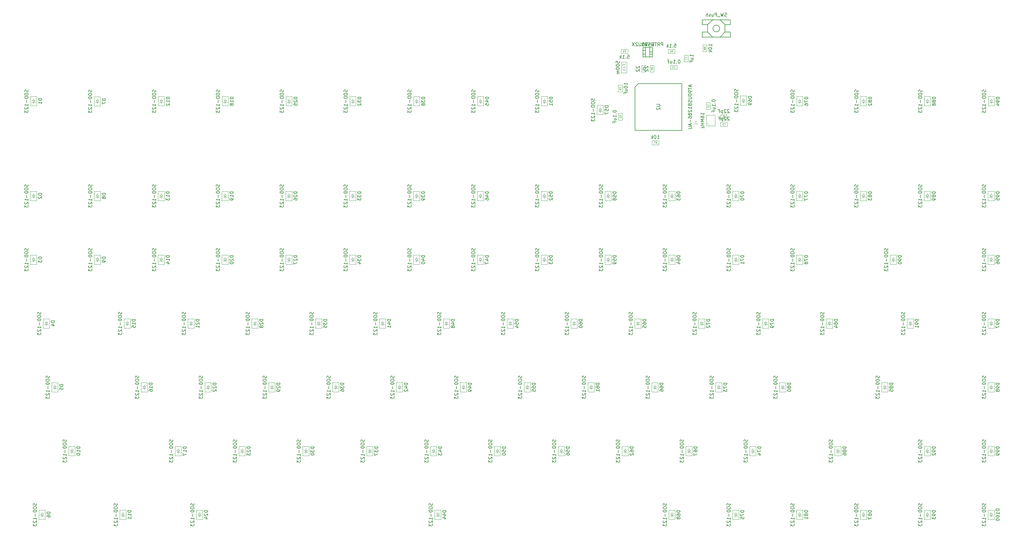
<source format=gbr>
G04 #@! TF.GenerationSoftware,KiCad,Pcbnew,(5.1.9-0-10_14)*
G04 #@! TF.CreationDate,2021-04-15T17:38:18+09:00*
G04 #@! TF.ProjectId,JupiterAdvanced,4a757069-7465-4724-9164-76616e636564,1*
G04 #@! TF.SameCoordinates,Original*
G04 #@! TF.FileFunction,Other,Fab,Bot*
%FSLAX46Y46*%
G04 Gerber Fmt 4.6, Leading zero omitted, Abs format (unit mm)*
G04 Created by KiCad (PCBNEW (5.1.9-0-10_14)) date 2021-04-15 17:38:18*
%MOMM*%
%LPD*%
G01*
G04 APERTURE LIST*
%ADD10C,0.100000*%
%ADD11C,0.150000*%
%ADD12C,0.080000*%
%ADD13C,0.105000*%
%ADD14C,0.120000*%
G04 APERTURE END LIST*
D10*
X260697420Y-98208580D02*
X261897420Y-98208580D01*
X261897420Y-98208580D02*
X261897420Y-96208580D01*
X261897420Y-96208580D02*
X260697420Y-96208580D01*
X260697420Y-96208580D02*
X260697420Y-98208580D01*
X263217100Y-98208580D02*
X264417100Y-98208580D01*
X264417100Y-98208580D02*
X264417100Y-96208580D01*
X264417100Y-96208580D02*
X263217100Y-96208580D01*
X263217100Y-96208580D02*
X263217100Y-98208580D01*
X281099100Y-114259520D02*
X280099100Y-113259520D01*
X282599100Y-111059520D02*
X282599100Y-114259520D01*
X280099100Y-111059520D02*
X282599100Y-111059520D01*
X280099100Y-114259520D02*
X280099100Y-111059520D01*
X282599100Y-114259520D02*
X280099100Y-114259520D01*
D11*
X259745320Y-101631820D02*
X258745320Y-102631820D01*
X272745320Y-101631820D02*
X259745320Y-101631820D01*
X272745320Y-115631820D02*
X272745320Y-101631820D01*
X258745320Y-115631820D02*
X272745320Y-115631820D01*
X258745320Y-102631820D02*
X258745320Y-115631820D01*
X261081860Y-92805340D02*
X261881860Y-92805340D01*
X261881860Y-91705340D02*
X261081860Y-91705340D01*
X263981860Y-92805340D02*
X263181860Y-92805340D01*
X263181860Y-92155340D02*
X263981860Y-92155340D01*
X263181860Y-93705340D02*
X263181860Y-90805340D01*
X261881860Y-90805340D02*
X261881860Y-93705340D01*
X263981860Y-90805340D02*
X261081860Y-90805340D01*
X263981860Y-93705340D02*
X263981860Y-90805340D01*
X261081860Y-93705340D02*
X263981860Y-93705340D01*
X261081860Y-90805340D02*
X261081860Y-93705340D01*
X287201720Y-82573820D02*
X278801720Y-82573820D01*
X278801720Y-82573820D02*
X278801720Y-83973820D01*
X278801720Y-84073820D02*
X280401720Y-84073820D01*
X280401720Y-84073820D02*
X280401720Y-86273820D01*
X280401720Y-86273820D02*
X278801720Y-86273820D01*
X278801720Y-86273820D02*
X278801720Y-87773820D01*
X278801720Y-87773820D02*
X287201720Y-87773820D01*
X287201720Y-87773820D02*
X287201720Y-86273820D01*
X287201720Y-86273820D02*
X285601720Y-86273820D01*
X285601720Y-86273820D02*
X285601720Y-84073820D01*
X285601720Y-84073820D02*
X287201720Y-84073820D01*
X287201720Y-84073820D02*
X287201720Y-82573820D01*
X284001720Y-85173820D02*
G75*
G03*
X284001720Y-85173820I-1000000J0D01*
G01*
X285601720Y-84073820D02*
X284101720Y-82573820D01*
X280401720Y-84073820D02*
X281901720Y-82573820D01*
X280401720Y-86273820D02*
X281901720Y-87773820D01*
X285601720Y-86273820D02*
X284101720Y-87773820D01*
D10*
X280160020Y-92043520D02*
X280160020Y-90043520D01*
X278960020Y-92043520D02*
X280160020Y-92043520D01*
X278960020Y-90043520D02*
X278960020Y-92043520D01*
X280160020Y-90043520D02*
X278960020Y-90043520D01*
X265813020Y-118698720D02*
X263813020Y-118698720D01*
X265813020Y-119898720D02*
X265813020Y-118698720D01*
X263813020Y-119898720D02*
X265813020Y-119898720D01*
X263813020Y-118698720D02*
X263813020Y-119898720D01*
X254610120Y-92606420D02*
X256610120Y-92606420D01*
X254610120Y-91406420D02*
X254610120Y-92606420D01*
X256610120Y-91406420D02*
X254610120Y-91406420D01*
X256610120Y-92606420D02*
X256610120Y-91406420D01*
X270613620Y-91406420D02*
X268613620Y-91406420D01*
X270613620Y-92606420D02*
X270613620Y-91406420D01*
X268613620Y-92606420D02*
X270613620Y-92606420D01*
X268613620Y-91406420D02*
X268613620Y-92606420D01*
X254655420Y-95245120D02*
X254655420Y-98445120D01*
X256255420Y-95245120D02*
X254655420Y-95245120D01*
X256255420Y-98445120D02*
X256255420Y-95245120D01*
X254655420Y-98445120D02*
X256255420Y-98445120D01*
X365907120Y-231841620D02*
X365907120Y-229041620D01*
X365907120Y-229041620D02*
X364107120Y-229041620D01*
X364107120Y-229041620D02*
X364107120Y-231841620D01*
X364107120Y-231841620D02*
X365907120Y-231841620D01*
X365007120Y-231191620D02*
X365007120Y-230791620D01*
X365007120Y-230791620D02*
X365557120Y-230791620D01*
X365007120Y-230791620D02*
X364457120Y-230791620D01*
X365007120Y-230791620D02*
X365407120Y-230191620D01*
X365407120Y-230191620D02*
X364607120Y-230191620D01*
X364607120Y-230191620D02*
X365007120Y-230791620D01*
X365007120Y-230191620D02*
X365007120Y-229691620D01*
X365907120Y-212791620D02*
X365907120Y-209991620D01*
X365907120Y-209991620D02*
X364107120Y-209991620D01*
X364107120Y-209991620D02*
X364107120Y-212791620D01*
X364107120Y-212791620D02*
X365907120Y-212791620D01*
X365007120Y-212141620D02*
X365007120Y-211741620D01*
X365007120Y-211741620D02*
X365557120Y-211741620D01*
X365007120Y-211741620D02*
X364457120Y-211741620D01*
X365007120Y-211741620D02*
X365407120Y-211141620D01*
X365407120Y-211141620D02*
X364607120Y-211141620D01*
X364607120Y-211141620D02*
X365007120Y-211741620D01*
X365007120Y-211141620D02*
X365007120Y-210641620D01*
X365907120Y-193741620D02*
X365907120Y-190941620D01*
X365907120Y-190941620D02*
X364107120Y-190941620D01*
X364107120Y-190941620D02*
X364107120Y-193741620D01*
X364107120Y-193741620D02*
X365907120Y-193741620D01*
X365007120Y-193091620D02*
X365007120Y-192691620D01*
X365007120Y-192691620D02*
X365557120Y-192691620D01*
X365007120Y-192691620D02*
X364457120Y-192691620D01*
X365007120Y-192691620D02*
X365407120Y-192091620D01*
X365407120Y-192091620D02*
X364607120Y-192091620D01*
X364607120Y-192091620D02*
X365007120Y-192691620D01*
X365007120Y-192091620D02*
X365007120Y-191591620D01*
X365907120Y-174691620D02*
X365907120Y-171891620D01*
X365907120Y-171891620D02*
X364107120Y-171891620D01*
X364107120Y-171891620D02*
X364107120Y-174691620D01*
X364107120Y-174691620D02*
X365907120Y-174691620D01*
X365007120Y-174041620D02*
X365007120Y-173641620D01*
X365007120Y-173641620D02*
X365557120Y-173641620D01*
X365007120Y-173641620D02*
X364457120Y-173641620D01*
X365007120Y-173641620D02*
X365407120Y-173041620D01*
X365407120Y-173041620D02*
X364607120Y-173041620D01*
X364607120Y-173041620D02*
X365007120Y-173641620D01*
X365007120Y-173041620D02*
X365007120Y-172541620D01*
X365907120Y-155641620D02*
X365907120Y-152841620D01*
X365907120Y-152841620D02*
X364107120Y-152841620D01*
X364107120Y-152841620D02*
X364107120Y-155641620D01*
X364107120Y-155641620D02*
X365907120Y-155641620D01*
X365007120Y-154991620D02*
X365007120Y-154591620D01*
X365007120Y-154591620D02*
X365557120Y-154591620D01*
X365007120Y-154591620D02*
X364457120Y-154591620D01*
X365007120Y-154591620D02*
X365407120Y-153991620D01*
X365407120Y-153991620D02*
X364607120Y-153991620D01*
X364607120Y-153991620D02*
X365007120Y-154591620D01*
X365007120Y-153991620D02*
X365007120Y-153491620D01*
X365907120Y-136591620D02*
X365907120Y-133791620D01*
X365907120Y-133791620D02*
X364107120Y-133791620D01*
X364107120Y-133791620D02*
X364107120Y-136591620D01*
X364107120Y-136591620D02*
X365907120Y-136591620D01*
X365007120Y-135941620D02*
X365007120Y-135541620D01*
X365007120Y-135541620D02*
X365557120Y-135541620D01*
X365007120Y-135541620D02*
X364457120Y-135541620D01*
X365007120Y-135541620D02*
X365407120Y-134941620D01*
X365407120Y-134941620D02*
X364607120Y-134941620D01*
X364607120Y-134941620D02*
X365007120Y-135541620D01*
X365007120Y-134941620D02*
X365007120Y-134441620D01*
X365932520Y-108294820D02*
X365932520Y-105494820D01*
X365932520Y-105494820D02*
X364132520Y-105494820D01*
X364132520Y-105494820D02*
X364132520Y-108294820D01*
X364132520Y-108294820D02*
X365932520Y-108294820D01*
X365032520Y-107644820D02*
X365032520Y-107244820D01*
X365032520Y-107244820D02*
X365582520Y-107244820D01*
X365032520Y-107244820D02*
X364482520Y-107244820D01*
X365032520Y-107244820D02*
X365432520Y-106644820D01*
X365432520Y-106644820D02*
X364632520Y-106644820D01*
X364632520Y-106644820D02*
X365032520Y-107244820D01*
X365032520Y-106644820D02*
X365032520Y-106144820D01*
X346857120Y-231841620D02*
X346857120Y-229041620D01*
X346857120Y-229041620D02*
X345057120Y-229041620D01*
X345057120Y-229041620D02*
X345057120Y-231841620D01*
X345057120Y-231841620D02*
X346857120Y-231841620D01*
X345957120Y-231191620D02*
X345957120Y-230791620D01*
X345957120Y-230791620D02*
X346507120Y-230791620D01*
X345957120Y-230791620D02*
X345407120Y-230791620D01*
X345957120Y-230791620D02*
X346357120Y-230191620D01*
X346357120Y-230191620D02*
X345557120Y-230191620D01*
X345557120Y-230191620D02*
X345957120Y-230791620D01*
X345957120Y-230191620D02*
X345957120Y-229691620D01*
X346857120Y-212791620D02*
X346857120Y-209991620D01*
X346857120Y-209991620D02*
X345057120Y-209991620D01*
X345057120Y-209991620D02*
X345057120Y-212791620D01*
X345057120Y-212791620D02*
X346857120Y-212791620D01*
X345957120Y-212141620D02*
X345957120Y-211741620D01*
X345957120Y-211741620D02*
X346507120Y-211741620D01*
X345957120Y-211741620D02*
X345407120Y-211741620D01*
X345957120Y-211741620D02*
X346357120Y-211141620D01*
X346357120Y-211141620D02*
X345557120Y-211141620D01*
X345557120Y-211141620D02*
X345957120Y-211741620D01*
X345957120Y-211141620D02*
X345957120Y-210641620D01*
X341777120Y-174691620D02*
X341777120Y-171891620D01*
X341777120Y-171891620D02*
X339977120Y-171891620D01*
X339977120Y-171891620D02*
X339977120Y-174691620D01*
X339977120Y-174691620D02*
X341777120Y-174691620D01*
X340877120Y-174041620D02*
X340877120Y-173641620D01*
X340877120Y-173641620D02*
X341427120Y-173641620D01*
X340877120Y-173641620D02*
X340327120Y-173641620D01*
X340877120Y-173641620D02*
X341277120Y-173041620D01*
X341277120Y-173041620D02*
X340477120Y-173041620D01*
X340477120Y-173041620D02*
X340877120Y-173641620D01*
X340877120Y-173041620D02*
X340877120Y-172541620D01*
X336697120Y-155641620D02*
X336697120Y-152841620D01*
X336697120Y-152841620D02*
X334897120Y-152841620D01*
X334897120Y-152841620D02*
X334897120Y-155641620D01*
X334897120Y-155641620D02*
X336697120Y-155641620D01*
X335797120Y-154991620D02*
X335797120Y-154591620D01*
X335797120Y-154591620D02*
X336347120Y-154591620D01*
X335797120Y-154591620D02*
X335247120Y-154591620D01*
X335797120Y-154591620D02*
X336197120Y-153991620D01*
X336197120Y-153991620D02*
X335397120Y-153991620D01*
X335397120Y-153991620D02*
X335797120Y-154591620D01*
X335797120Y-153991620D02*
X335797120Y-153491620D01*
X346857120Y-136591620D02*
X346857120Y-133791620D01*
X346857120Y-133791620D02*
X345057120Y-133791620D01*
X345057120Y-133791620D02*
X345057120Y-136591620D01*
X345057120Y-136591620D02*
X346857120Y-136591620D01*
X345957120Y-135941620D02*
X345957120Y-135541620D01*
X345957120Y-135541620D02*
X346507120Y-135541620D01*
X345957120Y-135541620D02*
X345407120Y-135541620D01*
X345957120Y-135541620D02*
X346357120Y-134941620D01*
X346357120Y-134941620D02*
X345557120Y-134941620D01*
X345557120Y-134941620D02*
X345957120Y-135541620D01*
X345957120Y-134941620D02*
X345957120Y-134441620D01*
X346882520Y-108294820D02*
X346882520Y-105494820D01*
X346882520Y-105494820D02*
X345082520Y-105494820D01*
X345082520Y-105494820D02*
X345082520Y-108294820D01*
X345082520Y-108294820D02*
X346882520Y-108294820D01*
X345982520Y-107644820D02*
X345982520Y-107244820D01*
X345982520Y-107244820D02*
X346532520Y-107244820D01*
X345982520Y-107244820D02*
X345432520Y-107244820D01*
X345982520Y-107244820D02*
X346382520Y-106644820D01*
X346382520Y-106644820D02*
X345582520Y-106644820D01*
X345582520Y-106644820D02*
X345982520Y-107244820D01*
X345982520Y-106644820D02*
X345982520Y-106144820D01*
X327807120Y-231841620D02*
X327807120Y-229041620D01*
X327807120Y-229041620D02*
X326007120Y-229041620D01*
X326007120Y-229041620D02*
X326007120Y-231841620D01*
X326007120Y-231841620D02*
X327807120Y-231841620D01*
X326907120Y-231191620D02*
X326907120Y-230791620D01*
X326907120Y-230791620D02*
X327457120Y-230791620D01*
X326907120Y-230791620D02*
X326357120Y-230791620D01*
X326907120Y-230791620D02*
X327307120Y-230191620D01*
X327307120Y-230191620D02*
X326507120Y-230191620D01*
X326507120Y-230191620D02*
X326907120Y-230791620D01*
X326907120Y-230191620D02*
X326907120Y-229691620D01*
X320187120Y-212791620D02*
X320187120Y-209991620D01*
X320187120Y-209991620D02*
X318387120Y-209991620D01*
X318387120Y-209991620D02*
X318387120Y-212791620D01*
X318387120Y-212791620D02*
X320187120Y-212791620D01*
X319287120Y-212141620D02*
X319287120Y-211741620D01*
X319287120Y-211741620D02*
X319837120Y-211741620D01*
X319287120Y-211741620D02*
X318737120Y-211741620D01*
X319287120Y-211741620D02*
X319687120Y-211141620D01*
X319687120Y-211141620D02*
X318887120Y-211141620D01*
X318887120Y-211141620D02*
X319287120Y-211741620D01*
X319287120Y-211141620D02*
X319287120Y-210641620D01*
X334157120Y-193741620D02*
X334157120Y-190941620D01*
X334157120Y-190941620D02*
X332357120Y-190941620D01*
X332357120Y-190941620D02*
X332357120Y-193741620D01*
X332357120Y-193741620D02*
X334157120Y-193741620D01*
X333257120Y-193091620D02*
X333257120Y-192691620D01*
X333257120Y-192691620D02*
X333807120Y-192691620D01*
X333257120Y-192691620D02*
X332707120Y-192691620D01*
X333257120Y-192691620D02*
X333657120Y-192091620D01*
X333657120Y-192091620D02*
X332857120Y-192091620D01*
X332857120Y-192091620D02*
X333257120Y-192691620D01*
X333257120Y-192091620D02*
X333257120Y-191591620D01*
X317647120Y-174691620D02*
X317647120Y-171891620D01*
X317647120Y-171891620D02*
X315847120Y-171891620D01*
X315847120Y-171891620D02*
X315847120Y-174691620D01*
X315847120Y-174691620D02*
X317647120Y-174691620D01*
X316747120Y-174041620D02*
X316747120Y-173641620D01*
X316747120Y-173641620D02*
X317297120Y-173641620D01*
X316747120Y-173641620D02*
X316197120Y-173641620D01*
X316747120Y-173641620D02*
X317147120Y-173041620D01*
X317147120Y-173041620D02*
X316347120Y-173041620D01*
X316347120Y-173041620D02*
X316747120Y-173641620D01*
X316747120Y-173041620D02*
X316747120Y-172541620D01*
X327807120Y-136591620D02*
X327807120Y-133791620D01*
X327807120Y-133791620D02*
X326007120Y-133791620D01*
X326007120Y-133791620D02*
X326007120Y-136591620D01*
X326007120Y-136591620D02*
X327807120Y-136591620D01*
X326907120Y-135941620D02*
X326907120Y-135541620D01*
X326907120Y-135541620D02*
X327457120Y-135541620D01*
X326907120Y-135541620D02*
X326357120Y-135541620D01*
X326907120Y-135541620D02*
X327307120Y-134941620D01*
X327307120Y-134941620D02*
X326507120Y-134941620D01*
X326507120Y-134941620D02*
X326907120Y-135541620D01*
X326907120Y-134941620D02*
X326907120Y-134441620D01*
X327832520Y-108294820D02*
X327832520Y-105494820D01*
X327832520Y-105494820D02*
X326032520Y-105494820D01*
X326032520Y-105494820D02*
X326032520Y-108294820D01*
X326032520Y-108294820D02*
X327832520Y-108294820D01*
X326932520Y-107644820D02*
X326932520Y-107244820D01*
X326932520Y-107244820D02*
X327482520Y-107244820D01*
X326932520Y-107244820D02*
X326382520Y-107244820D01*
X326932520Y-107244820D02*
X327332520Y-106644820D01*
X327332520Y-106644820D02*
X326532520Y-106644820D01*
X326532520Y-106644820D02*
X326932520Y-107244820D01*
X326932520Y-106644820D02*
X326932520Y-106144820D01*
X308757120Y-231841620D02*
X308757120Y-229041620D01*
X308757120Y-229041620D02*
X306957120Y-229041620D01*
X306957120Y-229041620D02*
X306957120Y-231841620D01*
X306957120Y-231841620D02*
X308757120Y-231841620D01*
X307857120Y-231191620D02*
X307857120Y-230791620D01*
X307857120Y-230791620D02*
X308407120Y-230791620D01*
X307857120Y-230791620D02*
X307307120Y-230791620D01*
X307857120Y-230791620D02*
X308257120Y-230191620D01*
X308257120Y-230191620D02*
X307457120Y-230191620D01*
X307457120Y-230191620D02*
X307857120Y-230791620D01*
X307857120Y-230191620D02*
X307857120Y-229691620D01*
X303677120Y-193741620D02*
X303677120Y-190941620D01*
X303677120Y-190941620D02*
X301877120Y-190941620D01*
X301877120Y-190941620D02*
X301877120Y-193741620D01*
X301877120Y-193741620D02*
X303677120Y-193741620D01*
X302777120Y-193091620D02*
X302777120Y-192691620D01*
X302777120Y-192691620D02*
X303327120Y-192691620D01*
X302777120Y-192691620D02*
X302227120Y-192691620D01*
X302777120Y-192691620D02*
X303177120Y-192091620D01*
X303177120Y-192091620D02*
X302377120Y-192091620D01*
X302377120Y-192091620D02*
X302777120Y-192691620D01*
X302777120Y-192091620D02*
X302777120Y-191591620D01*
X298597120Y-174691620D02*
X298597120Y-171891620D01*
X298597120Y-171891620D02*
X296797120Y-171891620D01*
X296797120Y-171891620D02*
X296797120Y-174691620D01*
X296797120Y-174691620D02*
X298597120Y-174691620D01*
X297697120Y-174041620D02*
X297697120Y-173641620D01*
X297697120Y-173641620D02*
X298247120Y-173641620D01*
X297697120Y-173641620D02*
X297147120Y-173641620D01*
X297697120Y-173641620D02*
X298097120Y-173041620D01*
X298097120Y-173041620D02*
X297297120Y-173041620D01*
X297297120Y-173041620D02*
X297697120Y-173641620D01*
X297697120Y-173041620D02*
X297697120Y-172541620D01*
X308757120Y-155641620D02*
X308757120Y-152841620D01*
X308757120Y-152841620D02*
X306957120Y-152841620D01*
X306957120Y-152841620D02*
X306957120Y-155641620D01*
X306957120Y-155641620D02*
X308757120Y-155641620D01*
X307857120Y-154991620D02*
X307857120Y-154591620D01*
X307857120Y-154591620D02*
X308407120Y-154591620D01*
X307857120Y-154591620D02*
X307307120Y-154591620D01*
X307857120Y-154591620D02*
X308257120Y-153991620D01*
X308257120Y-153991620D02*
X307457120Y-153991620D01*
X307457120Y-153991620D02*
X307857120Y-154591620D01*
X307857120Y-153991620D02*
X307857120Y-153491620D01*
X308757120Y-136591620D02*
X308757120Y-133791620D01*
X308757120Y-133791620D02*
X306957120Y-133791620D01*
X306957120Y-133791620D02*
X306957120Y-136591620D01*
X306957120Y-136591620D02*
X308757120Y-136591620D01*
X307857120Y-135941620D02*
X307857120Y-135541620D01*
X307857120Y-135541620D02*
X308407120Y-135541620D01*
X307857120Y-135541620D02*
X307307120Y-135541620D01*
X307857120Y-135541620D02*
X308257120Y-134941620D01*
X308257120Y-134941620D02*
X307457120Y-134941620D01*
X307457120Y-134941620D02*
X307857120Y-135541620D01*
X307857120Y-134941620D02*
X307857120Y-134441620D01*
X308782520Y-108294820D02*
X308782520Y-105494820D01*
X308782520Y-105494820D02*
X306982520Y-105494820D01*
X306982520Y-105494820D02*
X306982520Y-108294820D01*
X306982520Y-108294820D02*
X308782520Y-108294820D01*
X307882520Y-107644820D02*
X307882520Y-107244820D01*
X307882520Y-107244820D02*
X308432520Y-107244820D01*
X307882520Y-107244820D02*
X307332520Y-107244820D01*
X307882520Y-107244820D02*
X308282520Y-106644820D01*
X308282520Y-106644820D02*
X307482520Y-106644820D01*
X307482520Y-106644820D02*
X307882520Y-107244820D01*
X307882520Y-106644820D02*
X307882520Y-106144820D01*
X289707120Y-231841620D02*
X289707120Y-229041620D01*
X289707120Y-229041620D02*
X287907120Y-229041620D01*
X287907120Y-229041620D02*
X287907120Y-231841620D01*
X287907120Y-231841620D02*
X289707120Y-231841620D01*
X288807120Y-231191620D02*
X288807120Y-230791620D01*
X288807120Y-230791620D02*
X289357120Y-230791620D01*
X288807120Y-230791620D02*
X288257120Y-230791620D01*
X288807120Y-230791620D02*
X289207120Y-230191620D01*
X289207120Y-230191620D02*
X288407120Y-230191620D01*
X288407120Y-230191620D02*
X288807120Y-230791620D01*
X288807120Y-230191620D02*
X288807120Y-229691620D01*
X294787120Y-212791620D02*
X294787120Y-209991620D01*
X294787120Y-209991620D02*
X292987120Y-209991620D01*
X292987120Y-209991620D02*
X292987120Y-212791620D01*
X292987120Y-212791620D02*
X294787120Y-212791620D01*
X293887120Y-212141620D02*
X293887120Y-211741620D01*
X293887120Y-211741620D02*
X294437120Y-211741620D01*
X293887120Y-211741620D02*
X293337120Y-211741620D01*
X293887120Y-211741620D02*
X294287120Y-211141620D01*
X294287120Y-211141620D02*
X293487120Y-211141620D01*
X293487120Y-211141620D02*
X293887120Y-211741620D01*
X293887120Y-211141620D02*
X293887120Y-210641620D01*
X284627120Y-193741620D02*
X284627120Y-190941620D01*
X284627120Y-190941620D02*
X282827120Y-190941620D01*
X282827120Y-190941620D02*
X282827120Y-193741620D01*
X282827120Y-193741620D02*
X284627120Y-193741620D01*
X283727120Y-193091620D02*
X283727120Y-192691620D01*
X283727120Y-192691620D02*
X284277120Y-192691620D01*
X283727120Y-192691620D02*
X283177120Y-192691620D01*
X283727120Y-192691620D02*
X284127120Y-192091620D01*
X284127120Y-192091620D02*
X283327120Y-192091620D01*
X283327120Y-192091620D02*
X283727120Y-192691620D01*
X283727120Y-192091620D02*
X283727120Y-191591620D01*
X279547120Y-174691620D02*
X279547120Y-171891620D01*
X279547120Y-171891620D02*
X277747120Y-171891620D01*
X277747120Y-171891620D02*
X277747120Y-174691620D01*
X277747120Y-174691620D02*
X279547120Y-174691620D01*
X278647120Y-174041620D02*
X278647120Y-173641620D01*
X278647120Y-173641620D02*
X279197120Y-173641620D01*
X278647120Y-173641620D02*
X278097120Y-173641620D01*
X278647120Y-173641620D02*
X279047120Y-173041620D01*
X279047120Y-173041620D02*
X278247120Y-173041620D01*
X278247120Y-173041620D02*
X278647120Y-173641620D01*
X278647120Y-173041620D02*
X278647120Y-172541620D01*
X289707120Y-155641620D02*
X289707120Y-152841620D01*
X289707120Y-152841620D02*
X287907120Y-152841620D01*
X287907120Y-152841620D02*
X287907120Y-155641620D01*
X287907120Y-155641620D02*
X289707120Y-155641620D01*
X288807120Y-154991620D02*
X288807120Y-154591620D01*
X288807120Y-154591620D02*
X289357120Y-154591620D01*
X288807120Y-154591620D02*
X288257120Y-154591620D01*
X288807120Y-154591620D02*
X289207120Y-153991620D01*
X289207120Y-153991620D02*
X288407120Y-153991620D01*
X288407120Y-153991620D02*
X288807120Y-154591620D01*
X288807120Y-153991620D02*
X288807120Y-153491620D01*
X289707120Y-136591620D02*
X289707120Y-133791620D01*
X289707120Y-133791620D02*
X287907120Y-133791620D01*
X287907120Y-133791620D02*
X287907120Y-136591620D01*
X287907120Y-136591620D02*
X289707120Y-136591620D01*
X288807120Y-135941620D02*
X288807120Y-135541620D01*
X288807120Y-135541620D02*
X289357120Y-135541620D01*
X288807120Y-135541620D02*
X288257120Y-135541620D01*
X288807120Y-135541620D02*
X289207120Y-134941620D01*
X289207120Y-134941620D02*
X288407120Y-134941620D01*
X288407120Y-134941620D02*
X288807120Y-135541620D01*
X288807120Y-134941620D02*
X288807120Y-134441620D01*
X291985020Y-108113020D02*
X291985020Y-105313020D01*
X291985020Y-105313020D02*
X290185020Y-105313020D01*
X290185020Y-105313020D02*
X290185020Y-108113020D01*
X290185020Y-108113020D02*
X291985020Y-108113020D01*
X291085020Y-107463020D02*
X291085020Y-107063020D01*
X291085020Y-107063020D02*
X291635020Y-107063020D01*
X291085020Y-107063020D02*
X290535020Y-107063020D01*
X291085020Y-107063020D02*
X291485020Y-106463020D01*
X291485020Y-106463020D02*
X290685020Y-106463020D01*
X290685020Y-106463020D02*
X291085020Y-107063020D01*
X291085020Y-106463020D02*
X291085020Y-105963020D01*
X270657120Y-231841620D02*
X270657120Y-229041620D01*
X270657120Y-229041620D02*
X268857120Y-229041620D01*
X268857120Y-229041620D02*
X268857120Y-231841620D01*
X268857120Y-231841620D02*
X270657120Y-231841620D01*
X269757120Y-231191620D02*
X269757120Y-230791620D01*
X269757120Y-230791620D02*
X270307120Y-230791620D01*
X269757120Y-230791620D02*
X269207120Y-230791620D01*
X269757120Y-230791620D02*
X270157120Y-230191620D01*
X270157120Y-230191620D02*
X269357120Y-230191620D01*
X269357120Y-230191620D02*
X269757120Y-230791620D01*
X269757120Y-230191620D02*
X269757120Y-229691620D01*
X275737120Y-212791620D02*
X275737120Y-209991620D01*
X275737120Y-209991620D02*
X273937120Y-209991620D01*
X273937120Y-209991620D02*
X273937120Y-212791620D01*
X273937120Y-212791620D02*
X275737120Y-212791620D01*
X274837120Y-212141620D02*
X274837120Y-211741620D01*
X274837120Y-211741620D02*
X275387120Y-211741620D01*
X274837120Y-211741620D02*
X274287120Y-211741620D01*
X274837120Y-211741620D02*
X275237120Y-211141620D01*
X275237120Y-211141620D02*
X274437120Y-211141620D01*
X274437120Y-211141620D02*
X274837120Y-211741620D01*
X274837120Y-211141620D02*
X274837120Y-210641620D01*
X265577120Y-193741620D02*
X265577120Y-190941620D01*
X265577120Y-190941620D02*
X263777120Y-190941620D01*
X263777120Y-190941620D02*
X263777120Y-193741620D01*
X263777120Y-193741620D02*
X265577120Y-193741620D01*
X264677120Y-193091620D02*
X264677120Y-192691620D01*
X264677120Y-192691620D02*
X265227120Y-192691620D01*
X264677120Y-192691620D02*
X264127120Y-192691620D01*
X264677120Y-192691620D02*
X265077120Y-192091620D01*
X265077120Y-192091620D02*
X264277120Y-192091620D01*
X264277120Y-192091620D02*
X264677120Y-192691620D01*
X264677120Y-192091620D02*
X264677120Y-191591620D01*
X260497120Y-174691620D02*
X260497120Y-171891620D01*
X260497120Y-171891620D02*
X258697120Y-171891620D01*
X258697120Y-171891620D02*
X258697120Y-174691620D01*
X258697120Y-174691620D02*
X260497120Y-174691620D01*
X259597120Y-174041620D02*
X259597120Y-173641620D01*
X259597120Y-173641620D02*
X260147120Y-173641620D01*
X259597120Y-173641620D02*
X259047120Y-173641620D01*
X259597120Y-173641620D02*
X259997120Y-173041620D01*
X259997120Y-173041620D02*
X259197120Y-173041620D01*
X259197120Y-173041620D02*
X259597120Y-173641620D01*
X259597120Y-173041620D02*
X259597120Y-172541620D01*
X270657120Y-155641620D02*
X270657120Y-152841620D01*
X270657120Y-152841620D02*
X268857120Y-152841620D01*
X268857120Y-152841620D02*
X268857120Y-155641620D01*
X268857120Y-155641620D02*
X270657120Y-155641620D01*
X269757120Y-154991620D02*
X269757120Y-154591620D01*
X269757120Y-154591620D02*
X270307120Y-154591620D01*
X269757120Y-154591620D02*
X269207120Y-154591620D01*
X269757120Y-154591620D02*
X270157120Y-153991620D01*
X270157120Y-153991620D02*
X269357120Y-153991620D01*
X269357120Y-153991620D02*
X269757120Y-154591620D01*
X269757120Y-153991620D02*
X269757120Y-153491620D01*
X270657120Y-136591620D02*
X270657120Y-133791620D01*
X270657120Y-133791620D02*
X268857120Y-133791620D01*
X268857120Y-133791620D02*
X268857120Y-136591620D01*
X268857120Y-136591620D02*
X270657120Y-136591620D01*
X269757120Y-135941620D02*
X269757120Y-135541620D01*
X269757120Y-135541620D02*
X270307120Y-135541620D01*
X269757120Y-135541620D02*
X269207120Y-135541620D01*
X269757120Y-135541620D02*
X270157120Y-134941620D01*
X270157120Y-134941620D02*
X269357120Y-134941620D01*
X269357120Y-134941620D02*
X269757120Y-135541620D01*
X269757120Y-134941620D02*
X269757120Y-134441620D01*
X256687120Y-212791620D02*
X256687120Y-209991620D01*
X256687120Y-209991620D02*
X254887120Y-209991620D01*
X254887120Y-209991620D02*
X254887120Y-212791620D01*
X254887120Y-212791620D02*
X256687120Y-212791620D01*
X255787120Y-212141620D02*
X255787120Y-211741620D01*
X255787120Y-211741620D02*
X256337120Y-211741620D01*
X255787120Y-211741620D02*
X255237120Y-211741620D01*
X255787120Y-211741620D02*
X256187120Y-211141620D01*
X256187120Y-211141620D02*
X255387120Y-211141620D01*
X255387120Y-211141620D02*
X255787120Y-211741620D01*
X255787120Y-211141620D02*
X255787120Y-210641620D01*
X246527120Y-193741620D02*
X246527120Y-190941620D01*
X246527120Y-190941620D02*
X244727120Y-190941620D01*
X244727120Y-190941620D02*
X244727120Y-193741620D01*
X244727120Y-193741620D02*
X246527120Y-193741620D01*
X245627120Y-193091620D02*
X245627120Y-192691620D01*
X245627120Y-192691620D02*
X246177120Y-192691620D01*
X245627120Y-192691620D02*
X245077120Y-192691620D01*
X245627120Y-192691620D02*
X246027120Y-192091620D01*
X246027120Y-192091620D02*
X245227120Y-192091620D01*
X245227120Y-192091620D02*
X245627120Y-192691620D01*
X245627120Y-192091620D02*
X245627120Y-191591620D01*
X241447120Y-174691620D02*
X241447120Y-171891620D01*
X241447120Y-171891620D02*
X239647120Y-171891620D01*
X239647120Y-171891620D02*
X239647120Y-174691620D01*
X239647120Y-174691620D02*
X241447120Y-174691620D01*
X240547120Y-174041620D02*
X240547120Y-173641620D01*
X240547120Y-173641620D02*
X241097120Y-173641620D01*
X240547120Y-173641620D02*
X239997120Y-173641620D01*
X240547120Y-173641620D02*
X240947120Y-173041620D01*
X240947120Y-173041620D02*
X240147120Y-173041620D01*
X240147120Y-173041620D02*
X240547120Y-173641620D01*
X240547120Y-173041620D02*
X240547120Y-172541620D01*
X251607120Y-155641620D02*
X251607120Y-152841620D01*
X251607120Y-152841620D02*
X249807120Y-152841620D01*
X249807120Y-152841620D02*
X249807120Y-155641620D01*
X249807120Y-155641620D02*
X251607120Y-155641620D01*
X250707120Y-154991620D02*
X250707120Y-154591620D01*
X250707120Y-154591620D02*
X251257120Y-154591620D01*
X250707120Y-154591620D02*
X250157120Y-154591620D01*
X250707120Y-154591620D02*
X251107120Y-153991620D01*
X251107120Y-153991620D02*
X250307120Y-153991620D01*
X250307120Y-153991620D02*
X250707120Y-154591620D01*
X250707120Y-153991620D02*
X250707120Y-153491620D01*
X251607120Y-136591620D02*
X251607120Y-133791620D01*
X251607120Y-133791620D02*
X249807120Y-133791620D01*
X249807120Y-133791620D02*
X249807120Y-136591620D01*
X249807120Y-136591620D02*
X251607120Y-136591620D01*
X250707120Y-135941620D02*
X250707120Y-135541620D01*
X250707120Y-135541620D02*
X251257120Y-135541620D01*
X250707120Y-135541620D02*
X250157120Y-135541620D01*
X250707120Y-135541620D02*
X251107120Y-134941620D01*
X251107120Y-134941620D02*
X250307120Y-134941620D01*
X250307120Y-134941620D02*
X250707120Y-135541620D01*
X250707120Y-134941620D02*
X250707120Y-134441620D01*
X249230720Y-110897860D02*
X249230720Y-108097860D01*
X249230720Y-108097860D02*
X247430720Y-108097860D01*
X247430720Y-108097860D02*
X247430720Y-110897860D01*
X247430720Y-110897860D02*
X249230720Y-110897860D01*
X248330720Y-110247860D02*
X248330720Y-109847860D01*
X248330720Y-109847860D02*
X248880720Y-109847860D01*
X248330720Y-109847860D02*
X247780720Y-109847860D01*
X248330720Y-109847860D02*
X248730720Y-109247860D01*
X248730720Y-109247860D02*
X247930720Y-109247860D01*
X247930720Y-109247860D02*
X248330720Y-109847860D01*
X248330720Y-109247860D02*
X248330720Y-108747860D01*
X237637120Y-212791620D02*
X237637120Y-209991620D01*
X237637120Y-209991620D02*
X235837120Y-209991620D01*
X235837120Y-209991620D02*
X235837120Y-212791620D01*
X235837120Y-212791620D02*
X237637120Y-212791620D01*
X236737120Y-212141620D02*
X236737120Y-211741620D01*
X236737120Y-211741620D02*
X237287120Y-211741620D01*
X236737120Y-211741620D02*
X236187120Y-211741620D01*
X236737120Y-211741620D02*
X237137120Y-211141620D01*
X237137120Y-211141620D02*
X236337120Y-211141620D01*
X236337120Y-211141620D02*
X236737120Y-211741620D01*
X236737120Y-211141620D02*
X236737120Y-210641620D01*
X227477120Y-193741620D02*
X227477120Y-190941620D01*
X227477120Y-190941620D02*
X225677120Y-190941620D01*
X225677120Y-190941620D02*
X225677120Y-193741620D01*
X225677120Y-193741620D02*
X227477120Y-193741620D01*
X226577120Y-193091620D02*
X226577120Y-192691620D01*
X226577120Y-192691620D02*
X227127120Y-192691620D01*
X226577120Y-192691620D02*
X226027120Y-192691620D01*
X226577120Y-192691620D02*
X226977120Y-192091620D01*
X226977120Y-192091620D02*
X226177120Y-192091620D01*
X226177120Y-192091620D02*
X226577120Y-192691620D01*
X226577120Y-192091620D02*
X226577120Y-191591620D01*
X222397120Y-174691620D02*
X222397120Y-171891620D01*
X222397120Y-171891620D02*
X220597120Y-171891620D01*
X220597120Y-171891620D02*
X220597120Y-174691620D01*
X220597120Y-174691620D02*
X222397120Y-174691620D01*
X221497120Y-174041620D02*
X221497120Y-173641620D01*
X221497120Y-173641620D02*
X222047120Y-173641620D01*
X221497120Y-173641620D02*
X220947120Y-173641620D01*
X221497120Y-173641620D02*
X221897120Y-173041620D01*
X221897120Y-173041620D02*
X221097120Y-173041620D01*
X221097120Y-173041620D02*
X221497120Y-173641620D01*
X221497120Y-173041620D02*
X221497120Y-172541620D01*
X232557120Y-155641620D02*
X232557120Y-152841620D01*
X232557120Y-152841620D02*
X230757120Y-152841620D01*
X230757120Y-152841620D02*
X230757120Y-155641620D01*
X230757120Y-155641620D02*
X232557120Y-155641620D01*
X231657120Y-154991620D02*
X231657120Y-154591620D01*
X231657120Y-154591620D02*
X232207120Y-154591620D01*
X231657120Y-154591620D02*
X231107120Y-154591620D01*
X231657120Y-154591620D02*
X232057120Y-153991620D01*
X232057120Y-153991620D02*
X231257120Y-153991620D01*
X231257120Y-153991620D02*
X231657120Y-154591620D01*
X231657120Y-153991620D02*
X231657120Y-153491620D01*
X232557120Y-136591620D02*
X232557120Y-133791620D01*
X232557120Y-133791620D02*
X230757120Y-133791620D01*
X230757120Y-133791620D02*
X230757120Y-136591620D01*
X230757120Y-136591620D02*
X232557120Y-136591620D01*
X231657120Y-135941620D02*
X231657120Y-135541620D01*
X231657120Y-135541620D02*
X232207120Y-135541620D01*
X231657120Y-135541620D02*
X231107120Y-135541620D01*
X231657120Y-135541620D02*
X232057120Y-134941620D01*
X232057120Y-134941620D02*
X231257120Y-134941620D01*
X231257120Y-134941620D02*
X231657120Y-135541620D01*
X231657120Y-134941620D02*
X231657120Y-134441620D01*
X232582520Y-108294820D02*
X232582520Y-105494820D01*
X232582520Y-105494820D02*
X230782520Y-105494820D01*
X230782520Y-105494820D02*
X230782520Y-108294820D01*
X230782520Y-108294820D02*
X232582520Y-108294820D01*
X231682520Y-107644820D02*
X231682520Y-107244820D01*
X231682520Y-107244820D02*
X232232520Y-107244820D01*
X231682520Y-107244820D02*
X231132520Y-107244820D01*
X231682520Y-107244820D02*
X232082520Y-106644820D01*
X232082520Y-106644820D02*
X231282520Y-106644820D01*
X231282520Y-106644820D02*
X231682520Y-107244820D01*
X231682520Y-106644820D02*
X231682520Y-106144820D01*
X218587120Y-212791620D02*
X218587120Y-209991620D01*
X218587120Y-209991620D02*
X216787120Y-209991620D01*
X216787120Y-209991620D02*
X216787120Y-212791620D01*
X216787120Y-212791620D02*
X218587120Y-212791620D01*
X217687120Y-212141620D02*
X217687120Y-211741620D01*
X217687120Y-211741620D02*
X218237120Y-211741620D01*
X217687120Y-211741620D02*
X217137120Y-211741620D01*
X217687120Y-211741620D02*
X218087120Y-211141620D01*
X218087120Y-211141620D02*
X217287120Y-211141620D01*
X217287120Y-211141620D02*
X217687120Y-211741620D01*
X217687120Y-211141620D02*
X217687120Y-210641620D01*
X208427120Y-193741620D02*
X208427120Y-190941620D01*
X208427120Y-190941620D02*
X206627120Y-190941620D01*
X206627120Y-190941620D02*
X206627120Y-193741620D01*
X206627120Y-193741620D02*
X208427120Y-193741620D01*
X207527120Y-193091620D02*
X207527120Y-192691620D01*
X207527120Y-192691620D02*
X208077120Y-192691620D01*
X207527120Y-192691620D02*
X206977120Y-192691620D01*
X207527120Y-192691620D02*
X207927120Y-192091620D01*
X207927120Y-192091620D02*
X207127120Y-192091620D01*
X207127120Y-192091620D02*
X207527120Y-192691620D01*
X207527120Y-192091620D02*
X207527120Y-191591620D01*
X203347120Y-174691620D02*
X203347120Y-171891620D01*
X203347120Y-171891620D02*
X201547120Y-171891620D01*
X201547120Y-171891620D02*
X201547120Y-174691620D01*
X201547120Y-174691620D02*
X203347120Y-174691620D01*
X202447120Y-174041620D02*
X202447120Y-173641620D01*
X202447120Y-173641620D02*
X202997120Y-173641620D01*
X202447120Y-173641620D02*
X201897120Y-173641620D01*
X202447120Y-173641620D02*
X202847120Y-173041620D01*
X202847120Y-173041620D02*
X202047120Y-173041620D01*
X202047120Y-173041620D02*
X202447120Y-173641620D01*
X202447120Y-173041620D02*
X202447120Y-172541620D01*
X213507120Y-155641620D02*
X213507120Y-152841620D01*
X213507120Y-152841620D02*
X211707120Y-152841620D01*
X211707120Y-152841620D02*
X211707120Y-155641620D01*
X211707120Y-155641620D02*
X213507120Y-155641620D01*
X212607120Y-154991620D02*
X212607120Y-154591620D01*
X212607120Y-154591620D02*
X213157120Y-154591620D01*
X212607120Y-154591620D02*
X212057120Y-154591620D01*
X212607120Y-154591620D02*
X213007120Y-153991620D01*
X213007120Y-153991620D02*
X212207120Y-153991620D01*
X212207120Y-153991620D02*
X212607120Y-154591620D01*
X212607120Y-153991620D02*
X212607120Y-153491620D01*
X213507120Y-136591620D02*
X213507120Y-133791620D01*
X213507120Y-133791620D02*
X211707120Y-133791620D01*
X211707120Y-133791620D02*
X211707120Y-136591620D01*
X211707120Y-136591620D02*
X213507120Y-136591620D01*
X212607120Y-135941620D02*
X212607120Y-135541620D01*
X212607120Y-135541620D02*
X213157120Y-135541620D01*
X212607120Y-135541620D02*
X212057120Y-135541620D01*
X212607120Y-135541620D02*
X213007120Y-134941620D01*
X213007120Y-134941620D02*
X212207120Y-134941620D01*
X212207120Y-134941620D02*
X212607120Y-135541620D01*
X212607120Y-134941620D02*
X212607120Y-134441620D01*
X213532520Y-108294820D02*
X213532520Y-105494820D01*
X213532520Y-105494820D02*
X211732520Y-105494820D01*
X211732520Y-105494820D02*
X211732520Y-108294820D01*
X211732520Y-108294820D02*
X213532520Y-108294820D01*
X212632520Y-107644820D02*
X212632520Y-107244820D01*
X212632520Y-107244820D02*
X213182520Y-107244820D01*
X212632520Y-107244820D02*
X212082520Y-107244820D01*
X212632520Y-107244820D02*
X213032520Y-106644820D01*
X213032520Y-106644820D02*
X212232520Y-106644820D01*
X212232520Y-106644820D02*
X212632520Y-107244820D01*
X212632520Y-106644820D02*
X212632520Y-106144820D01*
X200807120Y-231841620D02*
X200807120Y-229041620D01*
X200807120Y-229041620D02*
X199007120Y-229041620D01*
X199007120Y-229041620D02*
X199007120Y-231841620D01*
X199007120Y-231841620D02*
X200807120Y-231841620D01*
X199907120Y-231191620D02*
X199907120Y-230791620D01*
X199907120Y-230791620D02*
X200457120Y-230791620D01*
X199907120Y-230791620D02*
X199357120Y-230791620D01*
X199907120Y-230791620D02*
X200307120Y-230191620D01*
X200307120Y-230191620D02*
X199507120Y-230191620D01*
X199507120Y-230191620D02*
X199907120Y-230791620D01*
X199907120Y-230191620D02*
X199907120Y-229691620D01*
X199537120Y-212791620D02*
X199537120Y-209991620D01*
X199537120Y-209991620D02*
X197737120Y-209991620D01*
X197737120Y-209991620D02*
X197737120Y-212791620D01*
X197737120Y-212791620D02*
X199537120Y-212791620D01*
X198637120Y-212141620D02*
X198637120Y-211741620D01*
X198637120Y-211741620D02*
X199187120Y-211741620D01*
X198637120Y-211741620D02*
X198087120Y-211741620D01*
X198637120Y-211741620D02*
X199037120Y-211141620D01*
X199037120Y-211141620D02*
X198237120Y-211141620D01*
X198237120Y-211141620D02*
X198637120Y-211741620D01*
X198637120Y-211141620D02*
X198637120Y-210641620D01*
X189377120Y-193741620D02*
X189377120Y-190941620D01*
X189377120Y-190941620D02*
X187577120Y-190941620D01*
X187577120Y-190941620D02*
X187577120Y-193741620D01*
X187577120Y-193741620D02*
X189377120Y-193741620D01*
X188477120Y-193091620D02*
X188477120Y-192691620D01*
X188477120Y-192691620D02*
X189027120Y-192691620D01*
X188477120Y-192691620D02*
X187927120Y-192691620D01*
X188477120Y-192691620D02*
X188877120Y-192091620D01*
X188877120Y-192091620D02*
X188077120Y-192091620D01*
X188077120Y-192091620D02*
X188477120Y-192691620D01*
X188477120Y-192091620D02*
X188477120Y-191591620D01*
X184297120Y-174691620D02*
X184297120Y-171891620D01*
X184297120Y-171891620D02*
X182497120Y-171891620D01*
X182497120Y-171891620D02*
X182497120Y-174691620D01*
X182497120Y-174691620D02*
X184297120Y-174691620D01*
X183397120Y-174041620D02*
X183397120Y-173641620D01*
X183397120Y-173641620D02*
X183947120Y-173641620D01*
X183397120Y-173641620D02*
X182847120Y-173641620D01*
X183397120Y-173641620D02*
X183797120Y-173041620D01*
X183797120Y-173041620D02*
X182997120Y-173041620D01*
X182997120Y-173041620D02*
X183397120Y-173641620D01*
X183397120Y-173041620D02*
X183397120Y-172541620D01*
X194457120Y-155641620D02*
X194457120Y-152841620D01*
X194457120Y-152841620D02*
X192657120Y-152841620D01*
X192657120Y-152841620D02*
X192657120Y-155641620D01*
X192657120Y-155641620D02*
X194457120Y-155641620D01*
X193557120Y-154991620D02*
X193557120Y-154591620D01*
X193557120Y-154591620D02*
X194107120Y-154591620D01*
X193557120Y-154591620D02*
X193007120Y-154591620D01*
X193557120Y-154591620D02*
X193957120Y-153991620D01*
X193957120Y-153991620D02*
X193157120Y-153991620D01*
X193157120Y-153991620D02*
X193557120Y-154591620D01*
X193557120Y-153991620D02*
X193557120Y-153491620D01*
X194457120Y-136591620D02*
X194457120Y-133791620D01*
X194457120Y-133791620D02*
X192657120Y-133791620D01*
X192657120Y-133791620D02*
X192657120Y-136591620D01*
X192657120Y-136591620D02*
X194457120Y-136591620D01*
X193557120Y-135941620D02*
X193557120Y-135541620D01*
X193557120Y-135541620D02*
X194107120Y-135541620D01*
X193557120Y-135541620D02*
X193007120Y-135541620D01*
X193557120Y-135541620D02*
X193957120Y-134941620D01*
X193957120Y-134941620D02*
X193157120Y-134941620D01*
X193157120Y-134941620D02*
X193557120Y-135541620D01*
X193557120Y-134941620D02*
X193557120Y-134441620D01*
X194482520Y-108294820D02*
X194482520Y-105494820D01*
X194482520Y-105494820D02*
X192682520Y-105494820D01*
X192682520Y-105494820D02*
X192682520Y-108294820D01*
X192682520Y-108294820D02*
X194482520Y-108294820D01*
X193582520Y-107644820D02*
X193582520Y-107244820D01*
X193582520Y-107244820D02*
X194132520Y-107244820D01*
X193582520Y-107244820D02*
X193032520Y-107244820D01*
X193582520Y-107244820D02*
X193982520Y-106644820D01*
X193982520Y-106644820D02*
X193182520Y-106644820D01*
X193182520Y-106644820D02*
X193582520Y-107244820D01*
X193582520Y-106644820D02*
X193582520Y-106144820D01*
X180487120Y-212791620D02*
X180487120Y-209991620D01*
X180487120Y-209991620D02*
X178687120Y-209991620D01*
X178687120Y-209991620D02*
X178687120Y-212791620D01*
X178687120Y-212791620D02*
X180487120Y-212791620D01*
X179587120Y-212141620D02*
X179587120Y-211741620D01*
X179587120Y-211741620D02*
X180137120Y-211741620D01*
X179587120Y-211741620D02*
X179037120Y-211741620D01*
X179587120Y-211741620D02*
X179987120Y-211141620D01*
X179987120Y-211141620D02*
X179187120Y-211141620D01*
X179187120Y-211141620D02*
X179587120Y-211741620D01*
X179587120Y-211141620D02*
X179587120Y-210641620D01*
X170327120Y-193741620D02*
X170327120Y-190941620D01*
X170327120Y-190941620D02*
X168527120Y-190941620D01*
X168527120Y-190941620D02*
X168527120Y-193741620D01*
X168527120Y-193741620D02*
X170327120Y-193741620D01*
X169427120Y-193091620D02*
X169427120Y-192691620D01*
X169427120Y-192691620D02*
X169977120Y-192691620D01*
X169427120Y-192691620D02*
X168877120Y-192691620D01*
X169427120Y-192691620D02*
X169827120Y-192091620D01*
X169827120Y-192091620D02*
X169027120Y-192091620D01*
X169027120Y-192091620D02*
X169427120Y-192691620D01*
X169427120Y-192091620D02*
X169427120Y-191591620D01*
X165247120Y-174691620D02*
X165247120Y-171891620D01*
X165247120Y-171891620D02*
X163447120Y-171891620D01*
X163447120Y-171891620D02*
X163447120Y-174691620D01*
X163447120Y-174691620D02*
X165247120Y-174691620D01*
X164347120Y-174041620D02*
X164347120Y-173641620D01*
X164347120Y-173641620D02*
X164897120Y-173641620D01*
X164347120Y-173641620D02*
X163797120Y-173641620D01*
X164347120Y-173641620D02*
X164747120Y-173041620D01*
X164747120Y-173041620D02*
X163947120Y-173041620D01*
X163947120Y-173041620D02*
X164347120Y-173641620D01*
X164347120Y-173041620D02*
X164347120Y-172541620D01*
X175407120Y-155641620D02*
X175407120Y-152841620D01*
X175407120Y-152841620D02*
X173607120Y-152841620D01*
X173607120Y-152841620D02*
X173607120Y-155641620D01*
X173607120Y-155641620D02*
X175407120Y-155641620D01*
X174507120Y-154991620D02*
X174507120Y-154591620D01*
X174507120Y-154591620D02*
X175057120Y-154591620D01*
X174507120Y-154591620D02*
X173957120Y-154591620D01*
X174507120Y-154591620D02*
X174907120Y-153991620D01*
X174907120Y-153991620D02*
X174107120Y-153991620D01*
X174107120Y-153991620D02*
X174507120Y-154591620D01*
X174507120Y-153991620D02*
X174507120Y-153491620D01*
X175407120Y-136591620D02*
X175407120Y-133791620D01*
X175407120Y-133791620D02*
X173607120Y-133791620D01*
X173607120Y-133791620D02*
X173607120Y-136591620D01*
X173607120Y-136591620D02*
X175407120Y-136591620D01*
X174507120Y-135941620D02*
X174507120Y-135541620D01*
X174507120Y-135541620D02*
X175057120Y-135541620D01*
X174507120Y-135541620D02*
X173957120Y-135541620D01*
X174507120Y-135541620D02*
X174907120Y-134941620D01*
X174907120Y-134941620D02*
X174107120Y-134941620D01*
X174107120Y-134941620D02*
X174507120Y-135541620D01*
X174507120Y-134941620D02*
X174507120Y-134441620D01*
X175432520Y-108294820D02*
X175432520Y-105494820D01*
X175432520Y-105494820D02*
X173632520Y-105494820D01*
X173632520Y-105494820D02*
X173632520Y-108294820D01*
X173632520Y-108294820D02*
X175432520Y-108294820D01*
X174532520Y-107644820D02*
X174532520Y-107244820D01*
X174532520Y-107244820D02*
X175082520Y-107244820D01*
X174532520Y-107244820D02*
X173982520Y-107244820D01*
X174532520Y-107244820D02*
X174932520Y-106644820D01*
X174932520Y-106644820D02*
X174132520Y-106644820D01*
X174132520Y-106644820D02*
X174532520Y-107244820D01*
X174532520Y-106644820D02*
X174532520Y-106144820D01*
X161437120Y-212791620D02*
X161437120Y-209991620D01*
X161437120Y-209991620D02*
X159637120Y-209991620D01*
X159637120Y-209991620D02*
X159637120Y-212791620D01*
X159637120Y-212791620D02*
X161437120Y-212791620D01*
X160537120Y-212141620D02*
X160537120Y-211741620D01*
X160537120Y-211741620D02*
X161087120Y-211741620D01*
X160537120Y-211741620D02*
X159987120Y-211741620D01*
X160537120Y-211741620D02*
X160937120Y-211141620D01*
X160937120Y-211141620D02*
X160137120Y-211141620D01*
X160137120Y-211141620D02*
X160537120Y-211741620D01*
X160537120Y-211141620D02*
X160537120Y-210641620D01*
X151277120Y-193741620D02*
X151277120Y-190941620D01*
X151277120Y-190941620D02*
X149477120Y-190941620D01*
X149477120Y-190941620D02*
X149477120Y-193741620D01*
X149477120Y-193741620D02*
X151277120Y-193741620D01*
X150377120Y-193091620D02*
X150377120Y-192691620D01*
X150377120Y-192691620D02*
X150927120Y-192691620D01*
X150377120Y-192691620D02*
X149827120Y-192691620D01*
X150377120Y-192691620D02*
X150777120Y-192091620D01*
X150777120Y-192091620D02*
X149977120Y-192091620D01*
X149977120Y-192091620D02*
X150377120Y-192691620D01*
X150377120Y-192091620D02*
X150377120Y-191591620D01*
X146197120Y-174691620D02*
X146197120Y-171891620D01*
X146197120Y-171891620D02*
X144397120Y-171891620D01*
X144397120Y-171891620D02*
X144397120Y-174691620D01*
X144397120Y-174691620D02*
X146197120Y-174691620D01*
X145297120Y-174041620D02*
X145297120Y-173641620D01*
X145297120Y-173641620D02*
X145847120Y-173641620D01*
X145297120Y-173641620D02*
X144747120Y-173641620D01*
X145297120Y-173641620D02*
X145697120Y-173041620D01*
X145697120Y-173041620D02*
X144897120Y-173041620D01*
X144897120Y-173041620D02*
X145297120Y-173641620D01*
X145297120Y-173041620D02*
X145297120Y-172541620D01*
X156357120Y-155641620D02*
X156357120Y-152841620D01*
X156357120Y-152841620D02*
X154557120Y-152841620D01*
X154557120Y-152841620D02*
X154557120Y-155641620D01*
X154557120Y-155641620D02*
X156357120Y-155641620D01*
X155457120Y-154991620D02*
X155457120Y-154591620D01*
X155457120Y-154591620D02*
X156007120Y-154591620D01*
X155457120Y-154591620D02*
X154907120Y-154591620D01*
X155457120Y-154591620D02*
X155857120Y-153991620D01*
X155857120Y-153991620D02*
X155057120Y-153991620D01*
X155057120Y-153991620D02*
X155457120Y-154591620D01*
X155457120Y-153991620D02*
X155457120Y-153491620D01*
X156357120Y-136591620D02*
X156357120Y-133791620D01*
X156357120Y-133791620D02*
X154557120Y-133791620D01*
X154557120Y-133791620D02*
X154557120Y-136591620D01*
X154557120Y-136591620D02*
X156357120Y-136591620D01*
X155457120Y-135941620D02*
X155457120Y-135541620D01*
X155457120Y-135541620D02*
X156007120Y-135541620D01*
X155457120Y-135541620D02*
X154907120Y-135541620D01*
X155457120Y-135541620D02*
X155857120Y-134941620D01*
X155857120Y-134941620D02*
X155057120Y-134941620D01*
X155057120Y-134941620D02*
X155457120Y-135541620D01*
X155457120Y-134941620D02*
X155457120Y-134441620D01*
X156382520Y-108294820D02*
X156382520Y-105494820D01*
X156382520Y-105494820D02*
X154582520Y-105494820D01*
X154582520Y-105494820D02*
X154582520Y-108294820D01*
X154582520Y-108294820D02*
X156382520Y-108294820D01*
X155482520Y-107644820D02*
X155482520Y-107244820D01*
X155482520Y-107244820D02*
X156032520Y-107244820D01*
X155482520Y-107244820D02*
X154932520Y-107244820D01*
X155482520Y-107244820D02*
X155882520Y-106644820D01*
X155882520Y-106644820D02*
X155082520Y-106644820D01*
X155082520Y-106644820D02*
X155482520Y-107244820D01*
X155482520Y-106644820D02*
X155482520Y-106144820D01*
X129687120Y-231841620D02*
X129687120Y-229041620D01*
X129687120Y-229041620D02*
X127887120Y-229041620D01*
X127887120Y-229041620D02*
X127887120Y-231841620D01*
X127887120Y-231841620D02*
X129687120Y-231841620D01*
X128787120Y-231191620D02*
X128787120Y-230791620D01*
X128787120Y-230791620D02*
X129337120Y-230791620D01*
X128787120Y-230791620D02*
X128237120Y-230791620D01*
X128787120Y-230791620D02*
X129187120Y-230191620D01*
X129187120Y-230191620D02*
X128387120Y-230191620D01*
X128387120Y-230191620D02*
X128787120Y-230791620D01*
X128787120Y-230191620D02*
X128787120Y-229691620D01*
X142387120Y-212791620D02*
X142387120Y-209991620D01*
X142387120Y-209991620D02*
X140587120Y-209991620D01*
X140587120Y-209991620D02*
X140587120Y-212791620D01*
X140587120Y-212791620D02*
X142387120Y-212791620D01*
X141487120Y-212141620D02*
X141487120Y-211741620D01*
X141487120Y-211741620D02*
X142037120Y-211741620D01*
X141487120Y-211741620D02*
X140937120Y-211741620D01*
X141487120Y-211741620D02*
X141887120Y-211141620D01*
X141887120Y-211141620D02*
X141087120Y-211141620D01*
X141087120Y-211141620D02*
X141487120Y-211741620D01*
X141487120Y-211141620D02*
X141487120Y-210641620D01*
X132227120Y-193741620D02*
X132227120Y-190941620D01*
X132227120Y-190941620D02*
X130427120Y-190941620D01*
X130427120Y-190941620D02*
X130427120Y-193741620D01*
X130427120Y-193741620D02*
X132227120Y-193741620D01*
X131327120Y-193091620D02*
X131327120Y-192691620D01*
X131327120Y-192691620D02*
X131877120Y-192691620D01*
X131327120Y-192691620D02*
X130777120Y-192691620D01*
X131327120Y-192691620D02*
X131727120Y-192091620D01*
X131727120Y-192091620D02*
X130927120Y-192091620D01*
X130927120Y-192091620D02*
X131327120Y-192691620D01*
X131327120Y-192091620D02*
X131327120Y-191591620D01*
X127147120Y-174691620D02*
X127147120Y-171891620D01*
X127147120Y-171891620D02*
X125347120Y-171891620D01*
X125347120Y-171891620D02*
X125347120Y-174691620D01*
X125347120Y-174691620D02*
X127147120Y-174691620D01*
X126247120Y-174041620D02*
X126247120Y-173641620D01*
X126247120Y-173641620D02*
X126797120Y-173641620D01*
X126247120Y-173641620D02*
X125697120Y-173641620D01*
X126247120Y-173641620D02*
X126647120Y-173041620D01*
X126647120Y-173041620D02*
X125847120Y-173041620D01*
X125847120Y-173041620D02*
X126247120Y-173641620D01*
X126247120Y-173041620D02*
X126247120Y-172541620D01*
X137307120Y-155641620D02*
X137307120Y-152841620D01*
X137307120Y-152841620D02*
X135507120Y-152841620D01*
X135507120Y-152841620D02*
X135507120Y-155641620D01*
X135507120Y-155641620D02*
X137307120Y-155641620D01*
X136407120Y-154991620D02*
X136407120Y-154591620D01*
X136407120Y-154591620D02*
X136957120Y-154591620D01*
X136407120Y-154591620D02*
X135857120Y-154591620D01*
X136407120Y-154591620D02*
X136807120Y-153991620D01*
X136807120Y-153991620D02*
X136007120Y-153991620D01*
X136007120Y-153991620D02*
X136407120Y-154591620D01*
X136407120Y-153991620D02*
X136407120Y-153491620D01*
X137307120Y-136591620D02*
X137307120Y-133791620D01*
X137307120Y-133791620D02*
X135507120Y-133791620D01*
X135507120Y-133791620D02*
X135507120Y-136591620D01*
X135507120Y-136591620D02*
X137307120Y-136591620D01*
X136407120Y-135941620D02*
X136407120Y-135541620D01*
X136407120Y-135541620D02*
X136957120Y-135541620D01*
X136407120Y-135541620D02*
X135857120Y-135541620D01*
X136407120Y-135541620D02*
X136807120Y-134941620D01*
X136807120Y-134941620D02*
X136007120Y-134941620D01*
X136007120Y-134941620D02*
X136407120Y-135541620D01*
X136407120Y-134941620D02*
X136407120Y-134441620D01*
X137332520Y-108294820D02*
X137332520Y-105494820D01*
X137332520Y-105494820D02*
X135532520Y-105494820D01*
X135532520Y-105494820D02*
X135532520Y-108294820D01*
X135532520Y-108294820D02*
X137332520Y-108294820D01*
X136432520Y-107644820D02*
X136432520Y-107244820D01*
X136432520Y-107244820D02*
X136982520Y-107244820D01*
X136432520Y-107244820D02*
X135882520Y-107244820D01*
X136432520Y-107244820D02*
X136832520Y-106644820D01*
X136832520Y-106644820D02*
X136032520Y-106644820D01*
X136032520Y-106644820D02*
X136432520Y-107244820D01*
X136432520Y-106644820D02*
X136432520Y-106144820D01*
X123337120Y-212791620D02*
X123337120Y-209991620D01*
X123337120Y-209991620D02*
X121537120Y-209991620D01*
X121537120Y-209991620D02*
X121537120Y-212791620D01*
X121537120Y-212791620D02*
X123337120Y-212791620D01*
X122437120Y-212141620D02*
X122437120Y-211741620D01*
X122437120Y-211741620D02*
X122987120Y-211741620D01*
X122437120Y-211741620D02*
X121887120Y-211741620D01*
X122437120Y-211741620D02*
X122837120Y-211141620D01*
X122837120Y-211141620D02*
X122037120Y-211141620D01*
X122037120Y-211141620D02*
X122437120Y-211741620D01*
X122437120Y-211141620D02*
X122437120Y-210641620D01*
X113177120Y-193741620D02*
X113177120Y-190941620D01*
X113177120Y-190941620D02*
X111377120Y-190941620D01*
X111377120Y-190941620D02*
X111377120Y-193741620D01*
X111377120Y-193741620D02*
X113177120Y-193741620D01*
X112277120Y-193091620D02*
X112277120Y-192691620D01*
X112277120Y-192691620D02*
X112827120Y-192691620D01*
X112277120Y-192691620D02*
X111727120Y-192691620D01*
X112277120Y-192691620D02*
X112677120Y-192091620D01*
X112677120Y-192091620D02*
X111877120Y-192091620D01*
X111877120Y-192091620D02*
X112277120Y-192691620D01*
X112277120Y-192091620D02*
X112277120Y-191591620D01*
X108097120Y-174691620D02*
X108097120Y-171891620D01*
X108097120Y-171891620D02*
X106297120Y-171891620D01*
X106297120Y-171891620D02*
X106297120Y-174691620D01*
X106297120Y-174691620D02*
X108097120Y-174691620D01*
X107197120Y-174041620D02*
X107197120Y-173641620D01*
X107197120Y-173641620D02*
X107747120Y-173641620D01*
X107197120Y-173641620D02*
X106647120Y-173641620D01*
X107197120Y-173641620D02*
X107597120Y-173041620D01*
X107597120Y-173041620D02*
X106797120Y-173041620D01*
X106797120Y-173041620D02*
X107197120Y-173641620D01*
X107197120Y-173041620D02*
X107197120Y-172541620D01*
X118257120Y-155641620D02*
X118257120Y-152841620D01*
X118257120Y-152841620D02*
X116457120Y-152841620D01*
X116457120Y-152841620D02*
X116457120Y-155641620D01*
X116457120Y-155641620D02*
X118257120Y-155641620D01*
X117357120Y-154991620D02*
X117357120Y-154591620D01*
X117357120Y-154591620D02*
X117907120Y-154591620D01*
X117357120Y-154591620D02*
X116807120Y-154591620D01*
X117357120Y-154591620D02*
X117757120Y-153991620D01*
X117757120Y-153991620D02*
X116957120Y-153991620D01*
X116957120Y-153991620D02*
X117357120Y-154591620D01*
X117357120Y-153991620D02*
X117357120Y-153491620D01*
X118257120Y-136591620D02*
X118257120Y-133791620D01*
X118257120Y-133791620D02*
X116457120Y-133791620D01*
X116457120Y-133791620D02*
X116457120Y-136591620D01*
X116457120Y-136591620D02*
X118257120Y-136591620D01*
X117357120Y-135941620D02*
X117357120Y-135541620D01*
X117357120Y-135541620D02*
X117907120Y-135541620D01*
X117357120Y-135541620D02*
X116807120Y-135541620D01*
X117357120Y-135541620D02*
X117757120Y-134941620D01*
X117757120Y-134941620D02*
X116957120Y-134941620D01*
X116957120Y-134941620D02*
X117357120Y-135541620D01*
X117357120Y-134941620D02*
X117357120Y-134441620D01*
X118282520Y-108294820D02*
X118282520Y-105494820D01*
X118282520Y-105494820D02*
X116482520Y-105494820D01*
X116482520Y-105494820D02*
X116482520Y-108294820D01*
X116482520Y-108294820D02*
X118282520Y-108294820D01*
X117382520Y-107644820D02*
X117382520Y-107244820D01*
X117382520Y-107244820D02*
X117932520Y-107244820D01*
X117382520Y-107244820D02*
X116832520Y-107244820D01*
X117382520Y-107244820D02*
X117782520Y-106644820D01*
X117782520Y-106644820D02*
X116982520Y-106644820D01*
X116982520Y-106644820D02*
X117382520Y-107244820D01*
X117382520Y-106644820D02*
X117382520Y-106144820D01*
X106827120Y-231841620D02*
X106827120Y-229041620D01*
X106827120Y-229041620D02*
X105027120Y-229041620D01*
X105027120Y-229041620D02*
X105027120Y-231841620D01*
X105027120Y-231841620D02*
X106827120Y-231841620D01*
X105927120Y-231191620D02*
X105927120Y-230791620D01*
X105927120Y-230791620D02*
X106477120Y-230791620D01*
X105927120Y-230791620D02*
X105377120Y-230791620D01*
X105927120Y-230791620D02*
X106327120Y-230191620D01*
X106327120Y-230191620D02*
X105527120Y-230191620D01*
X105527120Y-230191620D02*
X105927120Y-230791620D01*
X105927120Y-230191620D02*
X105927120Y-229691620D01*
X91587120Y-212791620D02*
X91587120Y-209991620D01*
X91587120Y-209991620D02*
X89787120Y-209991620D01*
X89787120Y-209991620D02*
X89787120Y-212791620D01*
X89787120Y-212791620D02*
X91587120Y-212791620D01*
X90687120Y-212141620D02*
X90687120Y-211741620D01*
X90687120Y-211741620D02*
X91237120Y-211741620D01*
X90687120Y-211741620D02*
X90137120Y-211741620D01*
X90687120Y-211741620D02*
X91087120Y-211141620D01*
X91087120Y-211141620D02*
X90287120Y-211141620D01*
X90287120Y-211141620D02*
X90687120Y-211741620D01*
X90687120Y-211141620D02*
X90687120Y-210641620D01*
X99207120Y-155641620D02*
X99207120Y-152841620D01*
X99207120Y-152841620D02*
X97407120Y-152841620D01*
X97407120Y-152841620D02*
X97407120Y-155641620D01*
X97407120Y-155641620D02*
X99207120Y-155641620D01*
X98307120Y-154991620D02*
X98307120Y-154591620D01*
X98307120Y-154591620D02*
X98857120Y-154591620D01*
X98307120Y-154591620D02*
X97757120Y-154591620D01*
X98307120Y-154591620D02*
X98707120Y-153991620D01*
X98707120Y-153991620D02*
X97907120Y-153991620D01*
X97907120Y-153991620D02*
X98307120Y-154591620D01*
X98307120Y-153991620D02*
X98307120Y-153491620D01*
X99207120Y-136591620D02*
X99207120Y-133791620D01*
X99207120Y-133791620D02*
X97407120Y-133791620D01*
X97407120Y-133791620D02*
X97407120Y-136591620D01*
X97407120Y-136591620D02*
X99207120Y-136591620D01*
X98307120Y-135941620D02*
X98307120Y-135541620D01*
X98307120Y-135541620D02*
X98857120Y-135541620D01*
X98307120Y-135541620D02*
X97757120Y-135541620D01*
X98307120Y-135541620D02*
X98707120Y-134941620D01*
X98707120Y-134941620D02*
X97907120Y-134941620D01*
X97907120Y-134941620D02*
X98307120Y-135541620D01*
X98307120Y-134941620D02*
X98307120Y-134441620D01*
X99181720Y-108320220D02*
X99181720Y-105520220D01*
X99181720Y-105520220D02*
X97381720Y-105520220D01*
X97381720Y-105520220D02*
X97381720Y-108320220D01*
X97381720Y-108320220D02*
X99181720Y-108320220D01*
X98281720Y-107670220D02*
X98281720Y-107270220D01*
X98281720Y-107270220D02*
X98831720Y-107270220D01*
X98281720Y-107270220D02*
X97731720Y-107270220D01*
X98281720Y-107270220D02*
X98681720Y-106670220D01*
X98681720Y-106670220D02*
X97881720Y-106670220D01*
X97881720Y-106670220D02*
X98281720Y-107270220D01*
X98281720Y-106670220D02*
X98281720Y-106170220D01*
X82697120Y-231841620D02*
X82697120Y-229041620D01*
X82697120Y-229041620D02*
X80897120Y-229041620D01*
X80897120Y-229041620D02*
X80897120Y-231841620D01*
X80897120Y-231841620D02*
X82697120Y-231841620D01*
X81797120Y-231191620D02*
X81797120Y-230791620D01*
X81797120Y-230791620D02*
X82347120Y-230791620D01*
X81797120Y-230791620D02*
X81247120Y-230791620D01*
X81797120Y-230791620D02*
X82197120Y-230191620D01*
X82197120Y-230191620D02*
X81397120Y-230191620D01*
X81397120Y-230191620D02*
X81797120Y-230791620D01*
X81797120Y-230191620D02*
X81797120Y-229691620D01*
X86507120Y-193741620D02*
X86507120Y-190941620D01*
X86507120Y-190941620D02*
X84707120Y-190941620D01*
X84707120Y-190941620D02*
X84707120Y-193741620D01*
X84707120Y-193741620D02*
X86507120Y-193741620D01*
X85607120Y-193091620D02*
X85607120Y-192691620D01*
X85607120Y-192691620D02*
X86157120Y-192691620D01*
X85607120Y-192691620D02*
X85057120Y-192691620D01*
X85607120Y-192691620D02*
X86007120Y-192091620D01*
X86007120Y-192091620D02*
X85207120Y-192091620D01*
X85207120Y-192091620D02*
X85607120Y-192691620D01*
X85607120Y-192091620D02*
X85607120Y-191591620D01*
X83967120Y-174691620D02*
X83967120Y-171891620D01*
X83967120Y-171891620D02*
X82167120Y-171891620D01*
X82167120Y-171891620D02*
X82167120Y-174691620D01*
X82167120Y-174691620D02*
X83967120Y-174691620D01*
X83067120Y-174041620D02*
X83067120Y-173641620D01*
X83067120Y-173641620D02*
X83617120Y-173641620D01*
X83067120Y-173641620D02*
X82517120Y-173641620D01*
X83067120Y-173641620D02*
X83467120Y-173041620D01*
X83467120Y-173041620D02*
X82667120Y-173041620D01*
X82667120Y-173041620D02*
X83067120Y-173641620D01*
X83067120Y-173041620D02*
X83067120Y-172541620D01*
X80157120Y-155641620D02*
X80157120Y-152841620D01*
X80157120Y-152841620D02*
X78357120Y-152841620D01*
X78357120Y-152841620D02*
X78357120Y-155641620D01*
X78357120Y-155641620D02*
X80157120Y-155641620D01*
X79257120Y-154991620D02*
X79257120Y-154591620D01*
X79257120Y-154591620D02*
X79807120Y-154591620D01*
X79257120Y-154591620D02*
X78707120Y-154591620D01*
X79257120Y-154591620D02*
X79657120Y-153991620D01*
X79657120Y-153991620D02*
X78857120Y-153991620D01*
X78857120Y-153991620D02*
X79257120Y-154591620D01*
X79257120Y-153991620D02*
X79257120Y-153491620D01*
X80157120Y-136591620D02*
X80157120Y-133791620D01*
X80157120Y-133791620D02*
X78357120Y-133791620D01*
X78357120Y-133791620D02*
X78357120Y-136591620D01*
X78357120Y-136591620D02*
X80157120Y-136591620D01*
X79257120Y-135941620D02*
X79257120Y-135541620D01*
X79257120Y-135541620D02*
X79807120Y-135541620D01*
X79257120Y-135541620D02*
X78707120Y-135541620D01*
X79257120Y-135541620D02*
X79657120Y-134941620D01*
X79657120Y-134941620D02*
X78857120Y-134941620D01*
X78857120Y-134941620D02*
X79257120Y-135541620D01*
X79257120Y-134941620D02*
X79257120Y-134441620D01*
X80182520Y-108294820D02*
X80182520Y-105494820D01*
X80182520Y-105494820D02*
X78382520Y-105494820D01*
X78382520Y-105494820D02*
X78382520Y-108294820D01*
X78382520Y-108294820D02*
X80182520Y-108294820D01*
X79282520Y-107644820D02*
X79282520Y-107244820D01*
X79282520Y-107244820D02*
X79832520Y-107244820D01*
X79282520Y-107244820D02*
X78732520Y-107244820D01*
X79282520Y-107244820D02*
X79682520Y-106644820D01*
X79682520Y-106644820D02*
X78882520Y-106644820D01*
X78882520Y-106644820D02*
X79282520Y-107244820D01*
X79282520Y-106644820D02*
X79282520Y-106144820D01*
X274559320Y-95155020D02*
X274559320Y-93155020D01*
X273359320Y-95155020D02*
X274559320Y-95155020D01*
X273359320Y-93155020D02*
X273359320Y-95155020D01*
X274559320Y-93155020D02*
X273359320Y-93155020D01*
X286211520Y-110926320D02*
X284211520Y-110926320D01*
X286211520Y-112126320D02*
X286211520Y-110926320D01*
X284211520Y-112126320D02*
X286211520Y-112126320D01*
X284211520Y-110926320D02*
X284211520Y-112126320D01*
X286236920Y-113199620D02*
X284236920Y-113199620D01*
X286236920Y-114399620D02*
X286236920Y-113199620D01*
X284236920Y-114399620D02*
X286236920Y-114399620D01*
X284236920Y-113199620D02*
X284236920Y-114399620D01*
X254975920Y-104083120D02*
X254975920Y-102083120D01*
X253775920Y-104083120D02*
X254975920Y-104083120D01*
X253775920Y-102083120D02*
X253775920Y-104083120D01*
X254975920Y-102083120D02*
X253775920Y-102083120D01*
X271301720Y-96168920D02*
X269301720Y-96168920D01*
X271301720Y-97368920D02*
X271301720Y-96168920D01*
X269301720Y-97368920D02*
X271301720Y-97368920D01*
X269301720Y-96168920D02*
X269301720Y-97368920D01*
X281176020Y-109313220D02*
X281176020Y-107313220D01*
X279976020Y-109313220D02*
X281176020Y-109313220D01*
X279976020Y-107313220D02*
X279976020Y-109313220D01*
X281176020Y-107313220D02*
X279976020Y-107313220D01*
X253763220Y-110549420D02*
X253763220Y-112549420D01*
X254963220Y-110549420D02*
X253763220Y-110549420D01*
X254963220Y-112549420D02*
X254963220Y-110549420D01*
X253763220Y-112549420D02*
X254963220Y-112549420D01*
D11*
X259195039Y-96446675D02*
X259147420Y-96494294D01*
X259099800Y-96589532D01*
X259099800Y-96827627D01*
X259147420Y-96922865D01*
X259195039Y-96970484D01*
X259290277Y-97018103D01*
X259385515Y-97018103D01*
X259528372Y-96970484D01*
X260099800Y-96399056D01*
X260099800Y-97018103D01*
X259195039Y-97399056D02*
X259147420Y-97446675D01*
X259099800Y-97541913D01*
X259099800Y-97780008D01*
X259147420Y-97875246D01*
X259195039Y-97922865D01*
X259290277Y-97970484D01*
X259385515Y-97970484D01*
X259528372Y-97922865D01*
X260099800Y-97351437D01*
X260099800Y-97970484D01*
D12*
X261523610Y-97125246D02*
X261285515Y-96958580D01*
X261523610Y-96839532D02*
X261023610Y-96839532D01*
X261023610Y-97030008D01*
X261047420Y-97077627D01*
X261071229Y-97101437D01*
X261118848Y-97125246D01*
X261190277Y-97125246D01*
X261237896Y-97101437D01*
X261261705Y-97077627D01*
X261285515Y-97030008D01*
X261285515Y-96839532D01*
X261023610Y-97553818D02*
X261023610Y-97458580D01*
X261047420Y-97410960D01*
X261071229Y-97387151D01*
X261142658Y-97339532D01*
X261237896Y-97315722D01*
X261428372Y-97315722D01*
X261475991Y-97339532D01*
X261499800Y-97363341D01*
X261523610Y-97410960D01*
X261523610Y-97506199D01*
X261499800Y-97553818D01*
X261475991Y-97577627D01*
X261428372Y-97601437D01*
X261309324Y-97601437D01*
X261261705Y-97577627D01*
X261237896Y-97553818D01*
X261214086Y-97506199D01*
X261214086Y-97410960D01*
X261237896Y-97363341D01*
X261261705Y-97339532D01*
X261309324Y-97315722D01*
D11*
X261714719Y-96446675D02*
X261667100Y-96494294D01*
X261619480Y-96589532D01*
X261619480Y-96827627D01*
X261667100Y-96922865D01*
X261714719Y-96970484D01*
X261809957Y-97018103D01*
X261905195Y-97018103D01*
X262048052Y-96970484D01*
X262619480Y-96399056D01*
X262619480Y-97018103D01*
X261714719Y-97399056D02*
X261667100Y-97446675D01*
X261619480Y-97541913D01*
X261619480Y-97780008D01*
X261667100Y-97875246D01*
X261714719Y-97922865D01*
X261809957Y-97970484D01*
X261905195Y-97970484D01*
X262048052Y-97922865D01*
X262619480Y-97351437D01*
X262619480Y-97970484D01*
D12*
X264043290Y-97125246D02*
X263805195Y-96958580D01*
X264043290Y-96839532D02*
X263543290Y-96839532D01*
X263543290Y-97030008D01*
X263567100Y-97077627D01*
X263590909Y-97101437D01*
X263638528Y-97125246D01*
X263709957Y-97125246D01*
X263757576Y-97101437D01*
X263781385Y-97077627D01*
X263805195Y-97030008D01*
X263805195Y-96839532D01*
X263543290Y-97577627D02*
X263543290Y-97339532D01*
X263781385Y-97315722D01*
X263757576Y-97339532D01*
X263733766Y-97387151D01*
X263733766Y-97506199D01*
X263757576Y-97553818D01*
X263781385Y-97577627D01*
X263829004Y-97601437D01*
X263948052Y-97601437D01*
X263995671Y-97577627D01*
X264019480Y-97553818D01*
X264043290Y-97506199D01*
X264043290Y-97387151D01*
X264019480Y-97339532D01*
X263995671Y-97315722D01*
D11*
X279351480Y-110969043D02*
X279351480Y-110397615D01*
X279351480Y-110683329D02*
X278351480Y-110683329D01*
X278494338Y-110588091D01*
X278589576Y-110492853D01*
X278637195Y-110397615D01*
X278351480Y-111826186D02*
X278351480Y-111635710D01*
X278399100Y-111540472D01*
X278446719Y-111492853D01*
X278589576Y-111397615D01*
X278780052Y-111349996D01*
X279161004Y-111349996D01*
X279256242Y-111397615D01*
X279303861Y-111445234D01*
X279351480Y-111540472D01*
X279351480Y-111730948D01*
X279303861Y-111826186D01*
X279256242Y-111873805D01*
X279161004Y-111921424D01*
X278922909Y-111921424D01*
X278827671Y-111873805D01*
X278780052Y-111826186D01*
X278732433Y-111730948D01*
X278732433Y-111540472D01*
X278780052Y-111445234D01*
X278827671Y-111397615D01*
X278922909Y-111349996D01*
X279351480Y-112349996D02*
X278351480Y-112349996D01*
X279065766Y-112683329D01*
X278351480Y-113016662D01*
X279351480Y-113016662D01*
X279351480Y-113492853D02*
X278351480Y-113492853D01*
X278827671Y-113492853D02*
X278827671Y-114064281D01*
X279351480Y-114064281D02*
X278351480Y-114064281D01*
X278684814Y-114445234D02*
X278684814Y-114969043D01*
X279351480Y-114445234D01*
X279351480Y-114969043D01*
D13*
X276912833Y-113011986D02*
X277246166Y-113011986D01*
X276546166Y-112778653D02*
X276912833Y-113011986D01*
X276546166Y-113245320D01*
X277246166Y-113845320D02*
X277246166Y-113445320D01*
X277246166Y-113645320D02*
X276546166Y-113645320D01*
X276646166Y-113578653D01*
X276712833Y-113511986D01*
X276746166Y-113445320D01*
D11*
X264338335Y-89398360D02*
X264338335Y-90207884D01*
X264290716Y-90303122D01*
X264243097Y-90350741D01*
X264147859Y-90398360D01*
X263957382Y-90398360D01*
X263862144Y-90350741D01*
X263814525Y-90303122D01*
X263766906Y-90207884D01*
X263766906Y-89398360D01*
X263338335Y-90350741D02*
X263195478Y-90398360D01*
X262957382Y-90398360D01*
X262862144Y-90350741D01*
X262814525Y-90303122D01*
X262766906Y-90207884D01*
X262766906Y-90112646D01*
X262814525Y-90017408D01*
X262862144Y-89969789D01*
X262957382Y-89922170D01*
X263147859Y-89874551D01*
X263243097Y-89826932D01*
X263290716Y-89779313D01*
X263338335Y-89684075D01*
X263338335Y-89588837D01*
X263290716Y-89493599D01*
X263243097Y-89445980D01*
X263147859Y-89398360D01*
X262909763Y-89398360D01*
X262766906Y-89445980D01*
X262005001Y-89874551D02*
X261862144Y-89922170D01*
X261814525Y-89969789D01*
X261766906Y-90065027D01*
X261766906Y-90207884D01*
X261814525Y-90303122D01*
X261862144Y-90350741D01*
X261957382Y-90398360D01*
X262338335Y-90398360D01*
X262338335Y-89398360D01*
X262005001Y-89398360D01*
X261909763Y-89445980D01*
X261862144Y-89493599D01*
X261814525Y-89588837D01*
X261814525Y-89684075D01*
X261862144Y-89779313D01*
X261909763Y-89826932D01*
X262005001Y-89874551D01*
X262338335Y-89874551D01*
X260814525Y-90398360D02*
X261385954Y-90398360D01*
X261100240Y-90398360D02*
X261100240Y-89398360D01*
X261195478Y-89541218D01*
X261290716Y-89636456D01*
X261385954Y-89684075D01*
X275361986Y-102084200D02*
X275361986Y-102560391D01*
X275647700Y-101988962D02*
X274647700Y-102322296D01*
X275647700Y-102655629D01*
X274647700Y-102846105D02*
X274647700Y-103417534D01*
X275647700Y-103131820D02*
X274647700Y-103131820D01*
X275647700Y-103798486D02*
X275647700Y-103988962D01*
X275600081Y-104084200D01*
X275552462Y-104131820D01*
X275409605Y-104227058D01*
X275219129Y-104274677D01*
X274838177Y-104274677D01*
X274742939Y-104227058D01*
X274695320Y-104179439D01*
X274647700Y-104084200D01*
X274647700Y-103893724D01*
X274695320Y-103798486D01*
X274742939Y-103750867D01*
X274838177Y-103703248D01*
X275076272Y-103703248D01*
X275171510Y-103750867D01*
X275219129Y-103798486D01*
X275266748Y-103893724D01*
X275266748Y-104084200D01*
X275219129Y-104179439D01*
X275171510Y-104227058D01*
X275076272Y-104274677D01*
X274647700Y-104893724D02*
X274647700Y-104988962D01*
X274695320Y-105084200D01*
X274742939Y-105131820D01*
X274838177Y-105179439D01*
X275028653Y-105227058D01*
X275266748Y-105227058D01*
X275457224Y-105179439D01*
X275552462Y-105131820D01*
X275600081Y-105084200D01*
X275647700Y-104988962D01*
X275647700Y-104893724D01*
X275600081Y-104798486D01*
X275552462Y-104750867D01*
X275457224Y-104703248D01*
X275266748Y-104655629D01*
X275028653Y-104655629D01*
X274838177Y-104703248D01*
X274742939Y-104750867D01*
X274695320Y-104798486D01*
X274647700Y-104893724D01*
X274647700Y-105655629D02*
X275457224Y-105655629D01*
X275552462Y-105703248D01*
X275600081Y-105750867D01*
X275647700Y-105846105D01*
X275647700Y-106036581D01*
X275600081Y-106131820D01*
X275552462Y-106179439D01*
X275457224Y-106227058D01*
X274647700Y-106227058D01*
X275600081Y-106655629D02*
X275647700Y-106798486D01*
X275647700Y-107036581D01*
X275600081Y-107131820D01*
X275552462Y-107179439D01*
X275457224Y-107227058D01*
X275361986Y-107227058D01*
X275266748Y-107179439D01*
X275219129Y-107131820D01*
X275171510Y-107036581D01*
X275123891Y-106846105D01*
X275076272Y-106750867D01*
X275028653Y-106703248D01*
X274933415Y-106655629D01*
X274838177Y-106655629D01*
X274742939Y-106703248D01*
X274695320Y-106750867D01*
X274647700Y-106846105D01*
X274647700Y-107084200D01*
X274695320Y-107227058D01*
X275123891Y-107988962D02*
X275171510Y-108131820D01*
X275219129Y-108179439D01*
X275314367Y-108227058D01*
X275457224Y-108227058D01*
X275552462Y-108179439D01*
X275600081Y-108131820D01*
X275647700Y-108036581D01*
X275647700Y-107655629D01*
X274647700Y-107655629D01*
X274647700Y-107988962D01*
X274695320Y-108084200D01*
X274742939Y-108131820D01*
X274838177Y-108179439D01*
X274933415Y-108179439D01*
X275028653Y-108131820D01*
X275076272Y-108084200D01*
X275123891Y-107988962D01*
X275123891Y-107655629D01*
X275647700Y-109179439D02*
X275647700Y-108608010D01*
X275647700Y-108893724D02*
X274647700Y-108893724D01*
X274790558Y-108798486D01*
X274885796Y-108703248D01*
X274933415Y-108608010D01*
X274742939Y-109560391D02*
X274695320Y-109608010D01*
X274647700Y-109703248D01*
X274647700Y-109941343D01*
X274695320Y-110036581D01*
X274742939Y-110084200D01*
X274838177Y-110131820D01*
X274933415Y-110131820D01*
X275076272Y-110084200D01*
X275647700Y-109512772D01*
X275647700Y-110131820D01*
X275076272Y-110703248D02*
X275028653Y-110608010D01*
X274981034Y-110560391D01*
X274885796Y-110512772D01*
X274838177Y-110512772D01*
X274742939Y-110560391D01*
X274695320Y-110608010D01*
X274647700Y-110703248D01*
X274647700Y-110893724D01*
X274695320Y-110988962D01*
X274742939Y-111036581D01*
X274838177Y-111084200D01*
X274885796Y-111084200D01*
X274981034Y-111036581D01*
X275028653Y-110988962D01*
X275076272Y-110893724D01*
X275076272Y-110703248D01*
X275123891Y-110608010D01*
X275171510Y-110560391D01*
X275266748Y-110512772D01*
X275457224Y-110512772D01*
X275552462Y-110560391D01*
X275600081Y-110608010D01*
X275647700Y-110703248D01*
X275647700Y-110893724D01*
X275600081Y-110988962D01*
X275552462Y-111036581D01*
X275457224Y-111084200D01*
X275266748Y-111084200D01*
X275171510Y-111036581D01*
X275123891Y-110988962D01*
X275076272Y-110893724D01*
X274647700Y-111941343D02*
X274647700Y-111750867D01*
X274695320Y-111655629D01*
X274742939Y-111608010D01*
X274885796Y-111512772D01*
X275076272Y-111465153D01*
X275457224Y-111465153D01*
X275552462Y-111512772D01*
X275600081Y-111560391D01*
X275647700Y-111655629D01*
X275647700Y-111846105D01*
X275600081Y-111941343D01*
X275552462Y-111988962D01*
X275457224Y-112036581D01*
X275219129Y-112036581D01*
X275123891Y-111988962D01*
X275076272Y-111941343D01*
X275028653Y-111846105D01*
X275028653Y-111655629D01*
X275076272Y-111560391D01*
X275123891Y-111512772D01*
X275219129Y-111465153D01*
X275266748Y-112465153D02*
X275266748Y-113227058D01*
X275361986Y-113655629D02*
X275361986Y-114131820D01*
X275647700Y-113560391D02*
X274647700Y-113893724D01*
X275647700Y-114227058D01*
X274647700Y-114560391D02*
X275457224Y-114560391D01*
X275552462Y-114608010D01*
X275600081Y-114655629D01*
X275647700Y-114750867D01*
X275647700Y-114941343D01*
X275600081Y-115036581D01*
X275552462Y-115084200D01*
X275457224Y-115131820D01*
X274647700Y-115131820D01*
X265197700Y-107869915D02*
X266007224Y-107869915D01*
X266102462Y-107917534D01*
X266150081Y-107965153D01*
X266197700Y-108060391D01*
X266197700Y-108250867D01*
X266150081Y-108346105D01*
X266102462Y-108393724D01*
X266007224Y-108441343D01*
X265197700Y-108441343D01*
X265292939Y-108869915D02*
X265245320Y-108917534D01*
X265197700Y-109012772D01*
X265197700Y-109250867D01*
X265245320Y-109346105D01*
X265292939Y-109393724D01*
X265388177Y-109441343D01*
X265483415Y-109441343D01*
X265626272Y-109393724D01*
X266197700Y-108822296D01*
X266197700Y-109441343D01*
X267031860Y-90407720D02*
X267031860Y-89407720D01*
X266650907Y-89407720D01*
X266555669Y-89455340D01*
X266508050Y-89502959D01*
X266460431Y-89598197D01*
X266460431Y-89741054D01*
X266508050Y-89836292D01*
X266555669Y-89883911D01*
X266650907Y-89931530D01*
X267031860Y-89931530D01*
X265460431Y-90407720D02*
X265793764Y-89931530D01*
X266031860Y-90407720D02*
X266031860Y-89407720D01*
X265650907Y-89407720D01*
X265555669Y-89455340D01*
X265508050Y-89502959D01*
X265460431Y-89598197D01*
X265460431Y-89741054D01*
X265508050Y-89836292D01*
X265555669Y-89883911D01*
X265650907Y-89931530D01*
X266031860Y-89931530D01*
X265174717Y-89407720D02*
X264603288Y-89407720D01*
X264889002Y-90407720D02*
X264889002Y-89407720D01*
X263698526Y-90407720D02*
X264031860Y-89931530D01*
X264269955Y-90407720D02*
X264269955Y-89407720D01*
X263889002Y-89407720D01*
X263793764Y-89455340D01*
X263746145Y-89502959D01*
X263698526Y-89598197D01*
X263698526Y-89741054D01*
X263746145Y-89836292D01*
X263793764Y-89883911D01*
X263889002Y-89931530D01*
X264269955Y-89931530D01*
X262793764Y-89407720D02*
X263269955Y-89407720D01*
X263317574Y-89883911D01*
X263269955Y-89836292D01*
X263174717Y-89788673D01*
X262936621Y-89788673D01*
X262841383Y-89836292D01*
X262793764Y-89883911D01*
X262746145Y-89979149D01*
X262746145Y-90217244D01*
X262793764Y-90312482D01*
X262841383Y-90360101D01*
X262936621Y-90407720D01*
X263174717Y-90407720D01*
X263269955Y-90360101D01*
X263317574Y-90312482D01*
X262460431Y-89407720D02*
X262127098Y-90407720D01*
X261793764Y-89407720D01*
X261269955Y-89407720D02*
X261174717Y-89407720D01*
X261079479Y-89455340D01*
X261031860Y-89502959D01*
X260984240Y-89598197D01*
X260936621Y-89788673D01*
X260936621Y-90026768D01*
X260984240Y-90217244D01*
X261031860Y-90312482D01*
X261079479Y-90360101D01*
X261174717Y-90407720D01*
X261269955Y-90407720D01*
X261365193Y-90360101D01*
X261412812Y-90312482D01*
X261460431Y-90217244D01*
X261508050Y-90026768D01*
X261508050Y-89788673D01*
X261460431Y-89598197D01*
X261412812Y-89502959D01*
X261365193Y-89455340D01*
X261269955Y-89407720D01*
X260508050Y-89407720D02*
X260508050Y-90217244D01*
X260460431Y-90312482D01*
X260412812Y-90360101D01*
X260317574Y-90407720D01*
X260127098Y-90407720D01*
X260031860Y-90360101D01*
X259984240Y-90312482D01*
X259936621Y-90217244D01*
X259936621Y-89407720D01*
X259508050Y-89502959D02*
X259460431Y-89455340D01*
X259365193Y-89407720D01*
X259127098Y-89407720D01*
X259031860Y-89455340D01*
X258984240Y-89502959D01*
X258936621Y-89598197D01*
X258936621Y-89693435D01*
X258984240Y-89836292D01*
X259555669Y-90407720D01*
X258936621Y-90407720D01*
X258603288Y-89407720D02*
X257936621Y-90407720D01*
X257936621Y-89407720D02*
X258603288Y-90407720D01*
X286049339Y-81514581D02*
X285906481Y-81562200D01*
X285668386Y-81562200D01*
X285573148Y-81514581D01*
X285525529Y-81466962D01*
X285477910Y-81371724D01*
X285477910Y-81276486D01*
X285525529Y-81181248D01*
X285573148Y-81133629D01*
X285668386Y-81086010D01*
X285858862Y-81038391D01*
X285954100Y-80990772D01*
X286001720Y-80943153D01*
X286049339Y-80847915D01*
X286049339Y-80752677D01*
X286001720Y-80657439D01*
X285954100Y-80609820D01*
X285858862Y-80562200D01*
X285620767Y-80562200D01*
X285477910Y-80609820D01*
X285144577Y-80562200D02*
X284906481Y-81562200D01*
X284716005Y-80847915D01*
X284525529Y-81562200D01*
X284287434Y-80562200D01*
X284144577Y-81657439D02*
X283382672Y-81657439D01*
X283144577Y-81562200D02*
X283144577Y-80562200D01*
X282763624Y-80562200D01*
X282668386Y-80609820D01*
X282620767Y-80657439D01*
X282573148Y-80752677D01*
X282573148Y-80895534D01*
X282620767Y-80990772D01*
X282668386Y-81038391D01*
X282763624Y-81086010D01*
X283144577Y-81086010D01*
X281716005Y-80895534D02*
X281716005Y-81562200D01*
X282144577Y-80895534D02*
X282144577Y-81419343D01*
X282096958Y-81514581D01*
X282001720Y-81562200D01*
X281858862Y-81562200D01*
X281763624Y-81514581D01*
X281716005Y-81466962D01*
X281287434Y-81514581D02*
X281192196Y-81562200D01*
X281001720Y-81562200D01*
X280906481Y-81514581D01*
X280858862Y-81419343D01*
X280858862Y-81371724D01*
X280906481Y-81276486D01*
X281001720Y-81228867D01*
X281144577Y-81228867D01*
X281239815Y-81181248D01*
X281287434Y-81086010D01*
X281287434Y-81038391D01*
X281239815Y-80943153D01*
X281144577Y-80895534D01*
X281001720Y-80895534D01*
X280906481Y-80943153D01*
X280430291Y-81562200D02*
X280430291Y-80562200D01*
X280001720Y-81562200D02*
X280001720Y-81038391D01*
X280049339Y-80943153D01*
X280144577Y-80895534D01*
X280287434Y-80895534D01*
X280382672Y-80943153D01*
X280430291Y-80990772D01*
X281662400Y-90448281D02*
X281662400Y-89876853D01*
X281662400Y-90162567D02*
X280662400Y-90162567D01*
X280805258Y-90067329D01*
X280900496Y-89972091D01*
X280948115Y-89876853D01*
X280662400Y-91067329D02*
X280662400Y-91162567D01*
X280710020Y-91257805D01*
X280757639Y-91305424D01*
X280852877Y-91353043D01*
X281043353Y-91400662D01*
X281281448Y-91400662D01*
X281471924Y-91353043D01*
X281567162Y-91305424D01*
X281614781Y-91257805D01*
X281662400Y-91162567D01*
X281662400Y-91067329D01*
X281614781Y-90972091D01*
X281567162Y-90924472D01*
X281471924Y-90876853D01*
X281281448Y-90829234D01*
X281043353Y-90829234D01*
X280852877Y-90876853D01*
X280757639Y-90924472D01*
X280710020Y-90972091D01*
X280662400Y-91067329D01*
X281662400Y-91829234D02*
X280662400Y-91829234D01*
X281281448Y-91924472D02*
X281662400Y-92210186D01*
X280995734Y-92210186D02*
X281376686Y-91829234D01*
D12*
X279786210Y-90960186D02*
X279548115Y-90793520D01*
X279786210Y-90674472D02*
X279286210Y-90674472D01*
X279286210Y-90864948D01*
X279310020Y-90912567D01*
X279333829Y-90936377D01*
X279381448Y-90960186D01*
X279452877Y-90960186D01*
X279500496Y-90936377D01*
X279524305Y-90912567D01*
X279548115Y-90864948D01*
X279548115Y-90674472D01*
X279500496Y-91245900D02*
X279476686Y-91198281D01*
X279452877Y-91174472D01*
X279405258Y-91150662D01*
X279381448Y-91150662D01*
X279333829Y-91174472D01*
X279310020Y-91198281D01*
X279286210Y-91245900D01*
X279286210Y-91341139D01*
X279310020Y-91388758D01*
X279333829Y-91412567D01*
X279381448Y-91436377D01*
X279405258Y-91436377D01*
X279452877Y-91412567D01*
X279476686Y-91388758D01*
X279500496Y-91341139D01*
X279500496Y-91245900D01*
X279524305Y-91198281D01*
X279548115Y-91174472D01*
X279595734Y-91150662D01*
X279690972Y-91150662D01*
X279738591Y-91174472D01*
X279762400Y-91198281D01*
X279786210Y-91245900D01*
X279786210Y-91341139D01*
X279762400Y-91388758D01*
X279738591Y-91412567D01*
X279690972Y-91436377D01*
X279595734Y-91436377D01*
X279548115Y-91412567D01*
X279524305Y-91388758D01*
X279500496Y-91341139D01*
D11*
X265408258Y-118101100D02*
X265979686Y-118101100D01*
X265693972Y-118101100D02*
X265693972Y-117101100D01*
X265789210Y-117243958D01*
X265884448Y-117339196D01*
X265979686Y-117386815D01*
X264789210Y-117101100D02*
X264693972Y-117101100D01*
X264598734Y-117148720D01*
X264551115Y-117196339D01*
X264503496Y-117291577D01*
X264455877Y-117482053D01*
X264455877Y-117720148D01*
X264503496Y-117910624D01*
X264551115Y-118005862D01*
X264598734Y-118053481D01*
X264693972Y-118101100D01*
X264789210Y-118101100D01*
X264884448Y-118053481D01*
X264932067Y-118005862D01*
X264979686Y-117910624D01*
X265027305Y-117720148D01*
X265027305Y-117482053D01*
X264979686Y-117291577D01*
X264932067Y-117196339D01*
X264884448Y-117148720D01*
X264789210Y-117101100D01*
X264027305Y-118101100D02*
X264027305Y-117101100D01*
X263932067Y-117720148D02*
X263646353Y-118101100D01*
X263646353Y-117434434D02*
X264027305Y-117815386D01*
D12*
X264896353Y-119524910D02*
X265063020Y-119286815D01*
X265182067Y-119524910D02*
X265182067Y-119024910D01*
X264991591Y-119024910D01*
X264943972Y-119048720D01*
X264920162Y-119072529D01*
X264896353Y-119120148D01*
X264896353Y-119191577D01*
X264920162Y-119239196D01*
X264943972Y-119263005D01*
X264991591Y-119286815D01*
X265182067Y-119286815D01*
X264729686Y-119024910D02*
X264396353Y-119024910D01*
X264610639Y-119524910D01*
D11*
X256491072Y-93108800D02*
X256967262Y-93108800D01*
X257014881Y-93584991D01*
X256967262Y-93537372D01*
X256872024Y-93489753D01*
X256633929Y-93489753D01*
X256538691Y-93537372D01*
X256491072Y-93584991D01*
X256443453Y-93680229D01*
X256443453Y-93918324D01*
X256491072Y-94013562D01*
X256538691Y-94061181D01*
X256633929Y-94108800D01*
X256872024Y-94108800D01*
X256967262Y-94061181D01*
X257014881Y-94013562D01*
X256014881Y-94013562D02*
X255967262Y-94061181D01*
X256014881Y-94108800D01*
X256062500Y-94061181D01*
X256014881Y-94013562D01*
X256014881Y-94108800D01*
X255014881Y-94108800D02*
X255586310Y-94108800D01*
X255300596Y-94108800D02*
X255300596Y-93108800D01*
X255395834Y-93251658D01*
X255491072Y-93346896D01*
X255586310Y-93394515D01*
X254586310Y-94108800D02*
X254586310Y-93108800D01*
X254491072Y-93727848D02*
X254205358Y-94108800D01*
X254205358Y-93442134D02*
X254586310Y-93823086D01*
D12*
X255693453Y-92232610D02*
X255860120Y-91994515D01*
X255979167Y-92232610D02*
X255979167Y-91732610D01*
X255788691Y-91732610D01*
X255741072Y-91756420D01*
X255717262Y-91780229D01*
X255693453Y-91827848D01*
X255693453Y-91899277D01*
X255717262Y-91946896D01*
X255741072Y-91970705D01*
X255788691Y-91994515D01*
X255979167Y-91994515D01*
X255526786Y-91732610D02*
X255217262Y-91732610D01*
X255383929Y-91923086D01*
X255312500Y-91923086D01*
X255264881Y-91946896D01*
X255241072Y-91970705D01*
X255217262Y-92018324D01*
X255217262Y-92137372D01*
X255241072Y-92184991D01*
X255264881Y-92208800D01*
X255312500Y-92232610D01*
X255455358Y-92232610D01*
X255502977Y-92208800D01*
X255526786Y-92184991D01*
D11*
X270494572Y-89808800D02*
X270970762Y-89808800D01*
X271018381Y-90284991D01*
X270970762Y-90237372D01*
X270875524Y-90189753D01*
X270637429Y-90189753D01*
X270542191Y-90237372D01*
X270494572Y-90284991D01*
X270446953Y-90380229D01*
X270446953Y-90618324D01*
X270494572Y-90713562D01*
X270542191Y-90761181D01*
X270637429Y-90808800D01*
X270875524Y-90808800D01*
X270970762Y-90761181D01*
X271018381Y-90713562D01*
X270018381Y-90713562D02*
X269970762Y-90761181D01*
X270018381Y-90808800D01*
X270066000Y-90761181D01*
X270018381Y-90713562D01*
X270018381Y-90808800D01*
X269018381Y-90808800D02*
X269589810Y-90808800D01*
X269304096Y-90808800D02*
X269304096Y-89808800D01*
X269399334Y-89951658D01*
X269494572Y-90046896D01*
X269589810Y-90094515D01*
X268589810Y-90808800D02*
X268589810Y-89808800D01*
X268494572Y-90427848D02*
X268208858Y-90808800D01*
X268208858Y-90142134D02*
X268589810Y-90523086D01*
D12*
X269696953Y-92232610D02*
X269863620Y-91994515D01*
X269982667Y-92232610D02*
X269982667Y-91732610D01*
X269792191Y-91732610D01*
X269744572Y-91756420D01*
X269720762Y-91780229D01*
X269696953Y-91827848D01*
X269696953Y-91899277D01*
X269720762Y-91946896D01*
X269744572Y-91970705D01*
X269792191Y-91994515D01*
X269982667Y-91994515D01*
X269220762Y-92232610D02*
X269506477Y-92232610D01*
X269363620Y-92232610D02*
X269363620Y-91732610D01*
X269411239Y-91804039D01*
X269458858Y-91851658D01*
X269506477Y-91875467D01*
D11*
X253087800Y-95464167D02*
X253087800Y-94987977D01*
X253563991Y-94940358D01*
X253516372Y-94987977D01*
X253468753Y-95083215D01*
X253468753Y-95321310D01*
X253516372Y-95416548D01*
X253563991Y-95464167D01*
X253659229Y-95511786D01*
X253897324Y-95511786D01*
X253992562Y-95464167D01*
X254040181Y-95416548D01*
X254087800Y-95321310D01*
X254087800Y-95083215D01*
X254040181Y-94987977D01*
X253992562Y-94940358D01*
X253087800Y-96130834D02*
X253087800Y-96226072D01*
X253135420Y-96321310D01*
X253183039Y-96368929D01*
X253278277Y-96416548D01*
X253468753Y-96464167D01*
X253706848Y-96464167D01*
X253897324Y-96416548D01*
X253992562Y-96368929D01*
X254040181Y-96321310D01*
X254087800Y-96226072D01*
X254087800Y-96130834D01*
X254040181Y-96035596D01*
X253992562Y-95987977D01*
X253897324Y-95940358D01*
X253706848Y-95892739D01*
X253468753Y-95892739D01*
X253278277Y-95940358D01*
X253183039Y-95987977D01*
X253135420Y-96035596D01*
X253087800Y-96130834D01*
X253087800Y-97083215D02*
X253087800Y-97178453D01*
X253135420Y-97273691D01*
X253183039Y-97321310D01*
X253278277Y-97368929D01*
X253468753Y-97416548D01*
X253706848Y-97416548D01*
X253897324Y-97368929D01*
X253992562Y-97321310D01*
X254040181Y-97273691D01*
X254087800Y-97178453D01*
X254087800Y-97083215D01*
X254040181Y-96987977D01*
X253992562Y-96940358D01*
X253897324Y-96892739D01*
X253706848Y-96845120D01*
X253468753Y-96845120D01*
X253278277Y-96892739D01*
X253183039Y-96940358D01*
X253135420Y-96987977D01*
X253087800Y-97083215D01*
X254087800Y-97845120D02*
X253421134Y-97845120D01*
X253516372Y-97845120D02*
X253468753Y-97892739D01*
X253421134Y-97987977D01*
X253421134Y-98130834D01*
X253468753Y-98226072D01*
X253563991Y-98273691D01*
X254087800Y-98273691D01*
X253563991Y-98273691D02*
X253468753Y-98321310D01*
X253421134Y-98416548D01*
X253421134Y-98559405D01*
X253468753Y-98654643D01*
X253563991Y-98702262D01*
X254087800Y-98702262D01*
D14*
X255398277Y-96197500D02*
X255398277Y-95930834D01*
X255817324Y-95930834D02*
X255017324Y-95930834D01*
X255017324Y-96311786D01*
X255817324Y-97035596D02*
X255817324Y-96578453D01*
X255817324Y-96807024D02*
X255017324Y-96807024D01*
X255131610Y-96730834D01*
X255207800Y-96654643D01*
X255245896Y-96578453D01*
X255817324Y-97797500D02*
X255817324Y-97340358D01*
X255817324Y-97568929D02*
X255017324Y-97568929D01*
X255131610Y-97492739D01*
X255207800Y-97416548D01*
X255245896Y-97340358D01*
D11*
X363311881Y-227084477D02*
X363359500Y-227227334D01*
X363359500Y-227465429D01*
X363311881Y-227560667D01*
X363264262Y-227608286D01*
X363169024Y-227655905D01*
X363073786Y-227655905D01*
X362978548Y-227608286D01*
X362930929Y-227560667D01*
X362883310Y-227465429D01*
X362835691Y-227274953D01*
X362788072Y-227179715D01*
X362740453Y-227132096D01*
X362645215Y-227084477D01*
X362549977Y-227084477D01*
X362454739Y-227132096D01*
X362407120Y-227179715D01*
X362359500Y-227274953D01*
X362359500Y-227513048D01*
X362407120Y-227655905D01*
X362359500Y-228274953D02*
X362359500Y-228465429D01*
X362407120Y-228560667D01*
X362502358Y-228655905D01*
X362692834Y-228703524D01*
X363026167Y-228703524D01*
X363216643Y-228655905D01*
X363311881Y-228560667D01*
X363359500Y-228465429D01*
X363359500Y-228274953D01*
X363311881Y-228179715D01*
X363216643Y-228084477D01*
X363026167Y-228036858D01*
X362692834Y-228036858D01*
X362502358Y-228084477D01*
X362407120Y-228179715D01*
X362359500Y-228274953D01*
X363359500Y-229132096D02*
X362359500Y-229132096D01*
X362359500Y-229370191D01*
X362407120Y-229513048D01*
X362502358Y-229608286D01*
X362597596Y-229655905D01*
X362788072Y-229703524D01*
X362930929Y-229703524D01*
X363121405Y-229655905D01*
X363216643Y-229608286D01*
X363311881Y-229513048D01*
X363359500Y-229370191D01*
X363359500Y-229132096D01*
X362978548Y-230132096D02*
X362978548Y-230894000D01*
X363359500Y-231894000D02*
X363359500Y-231322572D01*
X363359500Y-231608286D02*
X362359500Y-231608286D01*
X362502358Y-231513048D01*
X362597596Y-231417810D01*
X362645215Y-231322572D01*
X362454739Y-232274953D02*
X362407120Y-232322572D01*
X362359500Y-232417810D01*
X362359500Y-232655905D01*
X362407120Y-232751143D01*
X362454739Y-232798762D01*
X362549977Y-232846381D01*
X362645215Y-232846381D01*
X362788072Y-232798762D01*
X363359500Y-232227334D01*
X363359500Y-232846381D01*
X362359500Y-233179715D02*
X362359500Y-233798762D01*
X362740453Y-233465429D01*
X362740453Y-233608286D01*
X362788072Y-233703524D01*
X362835691Y-233751143D01*
X362930929Y-233798762D01*
X363169024Y-233798762D01*
X363264262Y-233751143D01*
X363311881Y-233703524D01*
X363359500Y-233608286D01*
X363359500Y-233322572D01*
X363311881Y-233227334D01*
X363264262Y-233179715D01*
X367459500Y-228751143D02*
X366459500Y-228751143D01*
X366459500Y-228989239D01*
X366507120Y-229132096D01*
X366602358Y-229227334D01*
X366697596Y-229274953D01*
X366888072Y-229322572D01*
X367030929Y-229322572D01*
X367221405Y-229274953D01*
X367316643Y-229227334D01*
X367411881Y-229132096D01*
X367459500Y-228989239D01*
X367459500Y-228751143D01*
X367459500Y-230274953D02*
X367459500Y-229703524D01*
X367459500Y-229989239D02*
X366459500Y-229989239D01*
X366602358Y-229894000D01*
X366697596Y-229798762D01*
X366745215Y-229703524D01*
X366459500Y-230894000D02*
X366459500Y-230989239D01*
X366507120Y-231084477D01*
X366554739Y-231132096D01*
X366649977Y-231179715D01*
X366840453Y-231227334D01*
X367078548Y-231227334D01*
X367269024Y-231179715D01*
X367364262Y-231132096D01*
X367411881Y-231084477D01*
X367459500Y-230989239D01*
X367459500Y-230894000D01*
X367411881Y-230798762D01*
X367364262Y-230751143D01*
X367269024Y-230703524D01*
X367078548Y-230655905D01*
X366840453Y-230655905D01*
X366649977Y-230703524D01*
X366554739Y-230751143D01*
X366507120Y-230798762D01*
X366459500Y-230894000D01*
X366459500Y-231846381D02*
X366459500Y-231941620D01*
X366507120Y-232036858D01*
X366554739Y-232084477D01*
X366649977Y-232132096D01*
X366840453Y-232179715D01*
X367078548Y-232179715D01*
X367269024Y-232132096D01*
X367364262Y-232084477D01*
X367411881Y-232036858D01*
X367459500Y-231941620D01*
X367459500Y-231846381D01*
X367411881Y-231751143D01*
X367364262Y-231703524D01*
X367269024Y-231655905D01*
X367078548Y-231608286D01*
X366840453Y-231608286D01*
X366649977Y-231655905D01*
X366554739Y-231703524D01*
X366507120Y-231751143D01*
X366459500Y-231846381D01*
X363311881Y-208034477D02*
X363359500Y-208177334D01*
X363359500Y-208415429D01*
X363311881Y-208510667D01*
X363264262Y-208558286D01*
X363169024Y-208605905D01*
X363073786Y-208605905D01*
X362978548Y-208558286D01*
X362930929Y-208510667D01*
X362883310Y-208415429D01*
X362835691Y-208224953D01*
X362788072Y-208129715D01*
X362740453Y-208082096D01*
X362645215Y-208034477D01*
X362549977Y-208034477D01*
X362454739Y-208082096D01*
X362407120Y-208129715D01*
X362359500Y-208224953D01*
X362359500Y-208463048D01*
X362407120Y-208605905D01*
X362359500Y-209224953D02*
X362359500Y-209415429D01*
X362407120Y-209510667D01*
X362502358Y-209605905D01*
X362692834Y-209653524D01*
X363026167Y-209653524D01*
X363216643Y-209605905D01*
X363311881Y-209510667D01*
X363359500Y-209415429D01*
X363359500Y-209224953D01*
X363311881Y-209129715D01*
X363216643Y-209034477D01*
X363026167Y-208986858D01*
X362692834Y-208986858D01*
X362502358Y-209034477D01*
X362407120Y-209129715D01*
X362359500Y-209224953D01*
X363359500Y-210082096D02*
X362359500Y-210082096D01*
X362359500Y-210320191D01*
X362407120Y-210463048D01*
X362502358Y-210558286D01*
X362597596Y-210605905D01*
X362788072Y-210653524D01*
X362930929Y-210653524D01*
X363121405Y-210605905D01*
X363216643Y-210558286D01*
X363311881Y-210463048D01*
X363359500Y-210320191D01*
X363359500Y-210082096D01*
X362978548Y-211082096D02*
X362978548Y-211844000D01*
X363359500Y-212844000D02*
X363359500Y-212272572D01*
X363359500Y-212558286D02*
X362359500Y-212558286D01*
X362502358Y-212463048D01*
X362597596Y-212367810D01*
X362645215Y-212272572D01*
X362454739Y-213224953D02*
X362407120Y-213272572D01*
X362359500Y-213367810D01*
X362359500Y-213605905D01*
X362407120Y-213701143D01*
X362454739Y-213748762D01*
X362549977Y-213796381D01*
X362645215Y-213796381D01*
X362788072Y-213748762D01*
X363359500Y-213177334D01*
X363359500Y-213796381D01*
X362359500Y-214129715D02*
X362359500Y-214748762D01*
X362740453Y-214415429D01*
X362740453Y-214558286D01*
X362788072Y-214653524D01*
X362835691Y-214701143D01*
X362930929Y-214748762D01*
X363169024Y-214748762D01*
X363264262Y-214701143D01*
X363311881Y-214653524D01*
X363359500Y-214558286D01*
X363359500Y-214272572D01*
X363311881Y-214177334D01*
X363264262Y-214129715D01*
X367459500Y-210177334D02*
X366459500Y-210177334D01*
X366459500Y-210415429D01*
X366507120Y-210558286D01*
X366602358Y-210653524D01*
X366697596Y-210701143D01*
X366888072Y-210748762D01*
X367030929Y-210748762D01*
X367221405Y-210701143D01*
X367316643Y-210653524D01*
X367411881Y-210558286D01*
X367459500Y-210415429D01*
X367459500Y-210177334D01*
X367459500Y-211224953D02*
X367459500Y-211415429D01*
X367411881Y-211510667D01*
X367364262Y-211558286D01*
X367221405Y-211653524D01*
X367030929Y-211701143D01*
X366649977Y-211701143D01*
X366554739Y-211653524D01*
X366507120Y-211605905D01*
X366459500Y-211510667D01*
X366459500Y-211320191D01*
X366507120Y-211224953D01*
X366554739Y-211177334D01*
X366649977Y-211129715D01*
X366888072Y-211129715D01*
X366983310Y-211177334D01*
X367030929Y-211224953D01*
X367078548Y-211320191D01*
X367078548Y-211510667D01*
X367030929Y-211605905D01*
X366983310Y-211653524D01*
X366888072Y-211701143D01*
X367459500Y-212177334D02*
X367459500Y-212367810D01*
X367411881Y-212463048D01*
X367364262Y-212510667D01*
X367221405Y-212605905D01*
X367030929Y-212653524D01*
X366649977Y-212653524D01*
X366554739Y-212605905D01*
X366507120Y-212558286D01*
X366459500Y-212463048D01*
X366459500Y-212272572D01*
X366507120Y-212177334D01*
X366554739Y-212129715D01*
X366649977Y-212082096D01*
X366888072Y-212082096D01*
X366983310Y-212129715D01*
X367030929Y-212177334D01*
X367078548Y-212272572D01*
X367078548Y-212463048D01*
X367030929Y-212558286D01*
X366983310Y-212605905D01*
X366888072Y-212653524D01*
X363311881Y-188984477D02*
X363359500Y-189127334D01*
X363359500Y-189365429D01*
X363311881Y-189460667D01*
X363264262Y-189508286D01*
X363169024Y-189555905D01*
X363073786Y-189555905D01*
X362978548Y-189508286D01*
X362930929Y-189460667D01*
X362883310Y-189365429D01*
X362835691Y-189174953D01*
X362788072Y-189079715D01*
X362740453Y-189032096D01*
X362645215Y-188984477D01*
X362549977Y-188984477D01*
X362454739Y-189032096D01*
X362407120Y-189079715D01*
X362359500Y-189174953D01*
X362359500Y-189413048D01*
X362407120Y-189555905D01*
X362359500Y-190174953D02*
X362359500Y-190365429D01*
X362407120Y-190460667D01*
X362502358Y-190555905D01*
X362692834Y-190603524D01*
X363026167Y-190603524D01*
X363216643Y-190555905D01*
X363311881Y-190460667D01*
X363359500Y-190365429D01*
X363359500Y-190174953D01*
X363311881Y-190079715D01*
X363216643Y-189984477D01*
X363026167Y-189936858D01*
X362692834Y-189936858D01*
X362502358Y-189984477D01*
X362407120Y-190079715D01*
X362359500Y-190174953D01*
X363359500Y-191032096D02*
X362359500Y-191032096D01*
X362359500Y-191270191D01*
X362407120Y-191413048D01*
X362502358Y-191508286D01*
X362597596Y-191555905D01*
X362788072Y-191603524D01*
X362930929Y-191603524D01*
X363121405Y-191555905D01*
X363216643Y-191508286D01*
X363311881Y-191413048D01*
X363359500Y-191270191D01*
X363359500Y-191032096D01*
X362978548Y-192032096D02*
X362978548Y-192794000D01*
X363359500Y-193794000D02*
X363359500Y-193222572D01*
X363359500Y-193508286D02*
X362359500Y-193508286D01*
X362502358Y-193413048D01*
X362597596Y-193317810D01*
X362645215Y-193222572D01*
X362454739Y-194174953D02*
X362407120Y-194222572D01*
X362359500Y-194317810D01*
X362359500Y-194555905D01*
X362407120Y-194651143D01*
X362454739Y-194698762D01*
X362549977Y-194746381D01*
X362645215Y-194746381D01*
X362788072Y-194698762D01*
X363359500Y-194127334D01*
X363359500Y-194746381D01*
X362359500Y-195079715D02*
X362359500Y-195698762D01*
X362740453Y-195365429D01*
X362740453Y-195508286D01*
X362788072Y-195603524D01*
X362835691Y-195651143D01*
X362930929Y-195698762D01*
X363169024Y-195698762D01*
X363264262Y-195651143D01*
X363311881Y-195603524D01*
X363359500Y-195508286D01*
X363359500Y-195222572D01*
X363311881Y-195127334D01*
X363264262Y-195079715D01*
X367459500Y-191127334D02*
X366459500Y-191127334D01*
X366459500Y-191365429D01*
X366507120Y-191508286D01*
X366602358Y-191603524D01*
X366697596Y-191651143D01*
X366888072Y-191698762D01*
X367030929Y-191698762D01*
X367221405Y-191651143D01*
X367316643Y-191603524D01*
X367411881Y-191508286D01*
X367459500Y-191365429D01*
X367459500Y-191127334D01*
X367459500Y-192174953D02*
X367459500Y-192365429D01*
X367411881Y-192460667D01*
X367364262Y-192508286D01*
X367221405Y-192603524D01*
X367030929Y-192651143D01*
X366649977Y-192651143D01*
X366554739Y-192603524D01*
X366507120Y-192555905D01*
X366459500Y-192460667D01*
X366459500Y-192270191D01*
X366507120Y-192174953D01*
X366554739Y-192127334D01*
X366649977Y-192079715D01*
X366888072Y-192079715D01*
X366983310Y-192127334D01*
X367030929Y-192174953D01*
X367078548Y-192270191D01*
X367078548Y-192460667D01*
X367030929Y-192555905D01*
X366983310Y-192603524D01*
X366888072Y-192651143D01*
X366888072Y-193222572D02*
X366840453Y-193127334D01*
X366792834Y-193079715D01*
X366697596Y-193032096D01*
X366649977Y-193032096D01*
X366554739Y-193079715D01*
X366507120Y-193127334D01*
X366459500Y-193222572D01*
X366459500Y-193413048D01*
X366507120Y-193508286D01*
X366554739Y-193555905D01*
X366649977Y-193603524D01*
X366697596Y-193603524D01*
X366792834Y-193555905D01*
X366840453Y-193508286D01*
X366888072Y-193413048D01*
X366888072Y-193222572D01*
X366935691Y-193127334D01*
X366983310Y-193079715D01*
X367078548Y-193032096D01*
X367269024Y-193032096D01*
X367364262Y-193079715D01*
X367411881Y-193127334D01*
X367459500Y-193222572D01*
X367459500Y-193413048D01*
X367411881Y-193508286D01*
X367364262Y-193555905D01*
X367269024Y-193603524D01*
X367078548Y-193603524D01*
X366983310Y-193555905D01*
X366935691Y-193508286D01*
X366888072Y-193413048D01*
X363311881Y-169934477D02*
X363359500Y-170077334D01*
X363359500Y-170315429D01*
X363311881Y-170410667D01*
X363264262Y-170458286D01*
X363169024Y-170505905D01*
X363073786Y-170505905D01*
X362978548Y-170458286D01*
X362930929Y-170410667D01*
X362883310Y-170315429D01*
X362835691Y-170124953D01*
X362788072Y-170029715D01*
X362740453Y-169982096D01*
X362645215Y-169934477D01*
X362549977Y-169934477D01*
X362454739Y-169982096D01*
X362407120Y-170029715D01*
X362359500Y-170124953D01*
X362359500Y-170363048D01*
X362407120Y-170505905D01*
X362359500Y-171124953D02*
X362359500Y-171315429D01*
X362407120Y-171410667D01*
X362502358Y-171505905D01*
X362692834Y-171553524D01*
X363026167Y-171553524D01*
X363216643Y-171505905D01*
X363311881Y-171410667D01*
X363359500Y-171315429D01*
X363359500Y-171124953D01*
X363311881Y-171029715D01*
X363216643Y-170934477D01*
X363026167Y-170886858D01*
X362692834Y-170886858D01*
X362502358Y-170934477D01*
X362407120Y-171029715D01*
X362359500Y-171124953D01*
X363359500Y-171982096D02*
X362359500Y-171982096D01*
X362359500Y-172220191D01*
X362407120Y-172363048D01*
X362502358Y-172458286D01*
X362597596Y-172505905D01*
X362788072Y-172553524D01*
X362930929Y-172553524D01*
X363121405Y-172505905D01*
X363216643Y-172458286D01*
X363311881Y-172363048D01*
X363359500Y-172220191D01*
X363359500Y-171982096D01*
X362978548Y-172982096D02*
X362978548Y-173744000D01*
X363359500Y-174744000D02*
X363359500Y-174172572D01*
X363359500Y-174458286D02*
X362359500Y-174458286D01*
X362502358Y-174363048D01*
X362597596Y-174267810D01*
X362645215Y-174172572D01*
X362454739Y-175124953D02*
X362407120Y-175172572D01*
X362359500Y-175267810D01*
X362359500Y-175505905D01*
X362407120Y-175601143D01*
X362454739Y-175648762D01*
X362549977Y-175696381D01*
X362645215Y-175696381D01*
X362788072Y-175648762D01*
X363359500Y-175077334D01*
X363359500Y-175696381D01*
X362359500Y-176029715D02*
X362359500Y-176648762D01*
X362740453Y-176315429D01*
X362740453Y-176458286D01*
X362788072Y-176553524D01*
X362835691Y-176601143D01*
X362930929Y-176648762D01*
X363169024Y-176648762D01*
X363264262Y-176601143D01*
X363311881Y-176553524D01*
X363359500Y-176458286D01*
X363359500Y-176172572D01*
X363311881Y-176077334D01*
X363264262Y-176029715D01*
X367459500Y-172077334D02*
X366459500Y-172077334D01*
X366459500Y-172315429D01*
X366507120Y-172458286D01*
X366602358Y-172553524D01*
X366697596Y-172601143D01*
X366888072Y-172648762D01*
X367030929Y-172648762D01*
X367221405Y-172601143D01*
X367316643Y-172553524D01*
X367411881Y-172458286D01*
X367459500Y-172315429D01*
X367459500Y-172077334D01*
X367459500Y-173124953D02*
X367459500Y-173315429D01*
X367411881Y-173410667D01*
X367364262Y-173458286D01*
X367221405Y-173553524D01*
X367030929Y-173601143D01*
X366649977Y-173601143D01*
X366554739Y-173553524D01*
X366507120Y-173505905D01*
X366459500Y-173410667D01*
X366459500Y-173220191D01*
X366507120Y-173124953D01*
X366554739Y-173077334D01*
X366649977Y-173029715D01*
X366888072Y-173029715D01*
X366983310Y-173077334D01*
X367030929Y-173124953D01*
X367078548Y-173220191D01*
X367078548Y-173410667D01*
X367030929Y-173505905D01*
X366983310Y-173553524D01*
X366888072Y-173601143D01*
X366459500Y-173934477D02*
X366459500Y-174601143D01*
X367459500Y-174172572D01*
X363311881Y-150884477D02*
X363359500Y-151027334D01*
X363359500Y-151265429D01*
X363311881Y-151360667D01*
X363264262Y-151408286D01*
X363169024Y-151455905D01*
X363073786Y-151455905D01*
X362978548Y-151408286D01*
X362930929Y-151360667D01*
X362883310Y-151265429D01*
X362835691Y-151074953D01*
X362788072Y-150979715D01*
X362740453Y-150932096D01*
X362645215Y-150884477D01*
X362549977Y-150884477D01*
X362454739Y-150932096D01*
X362407120Y-150979715D01*
X362359500Y-151074953D01*
X362359500Y-151313048D01*
X362407120Y-151455905D01*
X362359500Y-152074953D02*
X362359500Y-152265429D01*
X362407120Y-152360667D01*
X362502358Y-152455905D01*
X362692834Y-152503524D01*
X363026167Y-152503524D01*
X363216643Y-152455905D01*
X363311881Y-152360667D01*
X363359500Y-152265429D01*
X363359500Y-152074953D01*
X363311881Y-151979715D01*
X363216643Y-151884477D01*
X363026167Y-151836858D01*
X362692834Y-151836858D01*
X362502358Y-151884477D01*
X362407120Y-151979715D01*
X362359500Y-152074953D01*
X363359500Y-152932096D02*
X362359500Y-152932096D01*
X362359500Y-153170191D01*
X362407120Y-153313048D01*
X362502358Y-153408286D01*
X362597596Y-153455905D01*
X362788072Y-153503524D01*
X362930929Y-153503524D01*
X363121405Y-153455905D01*
X363216643Y-153408286D01*
X363311881Y-153313048D01*
X363359500Y-153170191D01*
X363359500Y-152932096D01*
X362978548Y-153932096D02*
X362978548Y-154694000D01*
X363359500Y-155694000D02*
X363359500Y-155122572D01*
X363359500Y-155408286D02*
X362359500Y-155408286D01*
X362502358Y-155313048D01*
X362597596Y-155217810D01*
X362645215Y-155122572D01*
X362454739Y-156074953D02*
X362407120Y-156122572D01*
X362359500Y-156217810D01*
X362359500Y-156455905D01*
X362407120Y-156551143D01*
X362454739Y-156598762D01*
X362549977Y-156646381D01*
X362645215Y-156646381D01*
X362788072Y-156598762D01*
X363359500Y-156027334D01*
X363359500Y-156646381D01*
X362359500Y-156979715D02*
X362359500Y-157598762D01*
X362740453Y-157265429D01*
X362740453Y-157408286D01*
X362788072Y-157503524D01*
X362835691Y-157551143D01*
X362930929Y-157598762D01*
X363169024Y-157598762D01*
X363264262Y-157551143D01*
X363311881Y-157503524D01*
X363359500Y-157408286D01*
X363359500Y-157122572D01*
X363311881Y-157027334D01*
X363264262Y-156979715D01*
X367459500Y-153027334D02*
X366459500Y-153027334D01*
X366459500Y-153265429D01*
X366507120Y-153408286D01*
X366602358Y-153503524D01*
X366697596Y-153551143D01*
X366888072Y-153598762D01*
X367030929Y-153598762D01*
X367221405Y-153551143D01*
X367316643Y-153503524D01*
X367411881Y-153408286D01*
X367459500Y-153265429D01*
X367459500Y-153027334D01*
X367459500Y-154074953D02*
X367459500Y-154265429D01*
X367411881Y-154360667D01*
X367364262Y-154408286D01*
X367221405Y-154503524D01*
X367030929Y-154551143D01*
X366649977Y-154551143D01*
X366554739Y-154503524D01*
X366507120Y-154455905D01*
X366459500Y-154360667D01*
X366459500Y-154170191D01*
X366507120Y-154074953D01*
X366554739Y-154027334D01*
X366649977Y-153979715D01*
X366888072Y-153979715D01*
X366983310Y-154027334D01*
X367030929Y-154074953D01*
X367078548Y-154170191D01*
X367078548Y-154360667D01*
X367030929Y-154455905D01*
X366983310Y-154503524D01*
X366888072Y-154551143D01*
X366459500Y-155408286D02*
X366459500Y-155217810D01*
X366507120Y-155122572D01*
X366554739Y-155074953D01*
X366697596Y-154979715D01*
X366888072Y-154932096D01*
X367269024Y-154932096D01*
X367364262Y-154979715D01*
X367411881Y-155027334D01*
X367459500Y-155122572D01*
X367459500Y-155313048D01*
X367411881Y-155408286D01*
X367364262Y-155455905D01*
X367269024Y-155503524D01*
X367030929Y-155503524D01*
X366935691Y-155455905D01*
X366888072Y-155408286D01*
X366840453Y-155313048D01*
X366840453Y-155122572D01*
X366888072Y-155027334D01*
X366935691Y-154979715D01*
X367030929Y-154932096D01*
X363311881Y-131834477D02*
X363359500Y-131977334D01*
X363359500Y-132215429D01*
X363311881Y-132310667D01*
X363264262Y-132358286D01*
X363169024Y-132405905D01*
X363073786Y-132405905D01*
X362978548Y-132358286D01*
X362930929Y-132310667D01*
X362883310Y-132215429D01*
X362835691Y-132024953D01*
X362788072Y-131929715D01*
X362740453Y-131882096D01*
X362645215Y-131834477D01*
X362549977Y-131834477D01*
X362454739Y-131882096D01*
X362407120Y-131929715D01*
X362359500Y-132024953D01*
X362359500Y-132263048D01*
X362407120Y-132405905D01*
X362359500Y-133024953D02*
X362359500Y-133215429D01*
X362407120Y-133310667D01*
X362502358Y-133405905D01*
X362692834Y-133453524D01*
X363026167Y-133453524D01*
X363216643Y-133405905D01*
X363311881Y-133310667D01*
X363359500Y-133215429D01*
X363359500Y-133024953D01*
X363311881Y-132929715D01*
X363216643Y-132834477D01*
X363026167Y-132786858D01*
X362692834Y-132786858D01*
X362502358Y-132834477D01*
X362407120Y-132929715D01*
X362359500Y-133024953D01*
X363359500Y-133882096D02*
X362359500Y-133882096D01*
X362359500Y-134120191D01*
X362407120Y-134263048D01*
X362502358Y-134358286D01*
X362597596Y-134405905D01*
X362788072Y-134453524D01*
X362930929Y-134453524D01*
X363121405Y-134405905D01*
X363216643Y-134358286D01*
X363311881Y-134263048D01*
X363359500Y-134120191D01*
X363359500Y-133882096D01*
X362978548Y-134882096D02*
X362978548Y-135644000D01*
X363359500Y-136644000D02*
X363359500Y-136072572D01*
X363359500Y-136358286D02*
X362359500Y-136358286D01*
X362502358Y-136263048D01*
X362597596Y-136167810D01*
X362645215Y-136072572D01*
X362454739Y-137024953D02*
X362407120Y-137072572D01*
X362359500Y-137167810D01*
X362359500Y-137405905D01*
X362407120Y-137501143D01*
X362454739Y-137548762D01*
X362549977Y-137596381D01*
X362645215Y-137596381D01*
X362788072Y-137548762D01*
X363359500Y-136977334D01*
X363359500Y-137596381D01*
X362359500Y-137929715D02*
X362359500Y-138548762D01*
X362740453Y-138215429D01*
X362740453Y-138358286D01*
X362788072Y-138453524D01*
X362835691Y-138501143D01*
X362930929Y-138548762D01*
X363169024Y-138548762D01*
X363264262Y-138501143D01*
X363311881Y-138453524D01*
X363359500Y-138358286D01*
X363359500Y-138072572D01*
X363311881Y-137977334D01*
X363264262Y-137929715D01*
X367459500Y-133977334D02*
X366459500Y-133977334D01*
X366459500Y-134215429D01*
X366507120Y-134358286D01*
X366602358Y-134453524D01*
X366697596Y-134501143D01*
X366888072Y-134548762D01*
X367030929Y-134548762D01*
X367221405Y-134501143D01*
X367316643Y-134453524D01*
X367411881Y-134358286D01*
X367459500Y-134215429D01*
X367459500Y-133977334D01*
X367459500Y-135024953D02*
X367459500Y-135215429D01*
X367411881Y-135310667D01*
X367364262Y-135358286D01*
X367221405Y-135453524D01*
X367030929Y-135501143D01*
X366649977Y-135501143D01*
X366554739Y-135453524D01*
X366507120Y-135405905D01*
X366459500Y-135310667D01*
X366459500Y-135120191D01*
X366507120Y-135024953D01*
X366554739Y-134977334D01*
X366649977Y-134929715D01*
X366888072Y-134929715D01*
X366983310Y-134977334D01*
X367030929Y-135024953D01*
X367078548Y-135120191D01*
X367078548Y-135310667D01*
X367030929Y-135405905D01*
X366983310Y-135453524D01*
X366888072Y-135501143D01*
X366459500Y-136405905D02*
X366459500Y-135929715D01*
X366935691Y-135882096D01*
X366888072Y-135929715D01*
X366840453Y-136024953D01*
X366840453Y-136263048D01*
X366888072Y-136358286D01*
X366935691Y-136405905D01*
X367030929Y-136453524D01*
X367269024Y-136453524D01*
X367364262Y-136405905D01*
X367411881Y-136358286D01*
X367459500Y-136263048D01*
X367459500Y-136024953D01*
X367411881Y-135929715D01*
X367364262Y-135882096D01*
X363337281Y-103537677D02*
X363384900Y-103680534D01*
X363384900Y-103918629D01*
X363337281Y-104013867D01*
X363289662Y-104061486D01*
X363194424Y-104109105D01*
X363099186Y-104109105D01*
X363003948Y-104061486D01*
X362956329Y-104013867D01*
X362908710Y-103918629D01*
X362861091Y-103728153D01*
X362813472Y-103632915D01*
X362765853Y-103585296D01*
X362670615Y-103537677D01*
X362575377Y-103537677D01*
X362480139Y-103585296D01*
X362432520Y-103632915D01*
X362384900Y-103728153D01*
X362384900Y-103966248D01*
X362432520Y-104109105D01*
X362384900Y-104728153D02*
X362384900Y-104918629D01*
X362432520Y-105013867D01*
X362527758Y-105109105D01*
X362718234Y-105156724D01*
X363051567Y-105156724D01*
X363242043Y-105109105D01*
X363337281Y-105013867D01*
X363384900Y-104918629D01*
X363384900Y-104728153D01*
X363337281Y-104632915D01*
X363242043Y-104537677D01*
X363051567Y-104490058D01*
X362718234Y-104490058D01*
X362527758Y-104537677D01*
X362432520Y-104632915D01*
X362384900Y-104728153D01*
X363384900Y-105585296D02*
X362384900Y-105585296D01*
X362384900Y-105823391D01*
X362432520Y-105966248D01*
X362527758Y-106061486D01*
X362622996Y-106109105D01*
X362813472Y-106156724D01*
X362956329Y-106156724D01*
X363146805Y-106109105D01*
X363242043Y-106061486D01*
X363337281Y-105966248D01*
X363384900Y-105823391D01*
X363384900Y-105585296D01*
X363003948Y-106585296D02*
X363003948Y-107347200D01*
X363384900Y-108347200D02*
X363384900Y-107775772D01*
X363384900Y-108061486D02*
X362384900Y-108061486D01*
X362527758Y-107966248D01*
X362622996Y-107871010D01*
X362670615Y-107775772D01*
X362480139Y-108728153D02*
X362432520Y-108775772D01*
X362384900Y-108871010D01*
X362384900Y-109109105D01*
X362432520Y-109204343D01*
X362480139Y-109251962D01*
X362575377Y-109299581D01*
X362670615Y-109299581D01*
X362813472Y-109251962D01*
X363384900Y-108680534D01*
X363384900Y-109299581D01*
X362384900Y-109632915D02*
X362384900Y-110251962D01*
X362765853Y-109918629D01*
X362765853Y-110061486D01*
X362813472Y-110156724D01*
X362861091Y-110204343D01*
X362956329Y-110251962D01*
X363194424Y-110251962D01*
X363289662Y-110204343D01*
X363337281Y-110156724D01*
X363384900Y-110061486D01*
X363384900Y-109775772D01*
X363337281Y-109680534D01*
X363289662Y-109632915D01*
X367484900Y-105680534D02*
X366484900Y-105680534D01*
X366484900Y-105918629D01*
X366532520Y-106061486D01*
X366627758Y-106156724D01*
X366722996Y-106204343D01*
X366913472Y-106251962D01*
X367056329Y-106251962D01*
X367246805Y-106204343D01*
X367342043Y-106156724D01*
X367437281Y-106061486D01*
X367484900Y-105918629D01*
X367484900Y-105680534D01*
X367484900Y-106728153D02*
X367484900Y-106918629D01*
X367437281Y-107013867D01*
X367389662Y-107061486D01*
X367246805Y-107156724D01*
X367056329Y-107204343D01*
X366675377Y-107204343D01*
X366580139Y-107156724D01*
X366532520Y-107109105D01*
X366484900Y-107013867D01*
X366484900Y-106823391D01*
X366532520Y-106728153D01*
X366580139Y-106680534D01*
X366675377Y-106632915D01*
X366913472Y-106632915D01*
X367008710Y-106680534D01*
X367056329Y-106728153D01*
X367103948Y-106823391D01*
X367103948Y-107013867D01*
X367056329Y-107109105D01*
X367008710Y-107156724D01*
X366913472Y-107204343D01*
X366818234Y-108061486D02*
X367484900Y-108061486D01*
X366437281Y-107823391D02*
X367151567Y-107585296D01*
X367151567Y-108204343D01*
X344261881Y-227084477D02*
X344309500Y-227227334D01*
X344309500Y-227465429D01*
X344261881Y-227560667D01*
X344214262Y-227608286D01*
X344119024Y-227655905D01*
X344023786Y-227655905D01*
X343928548Y-227608286D01*
X343880929Y-227560667D01*
X343833310Y-227465429D01*
X343785691Y-227274953D01*
X343738072Y-227179715D01*
X343690453Y-227132096D01*
X343595215Y-227084477D01*
X343499977Y-227084477D01*
X343404739Y-227132096D01*
X343357120Y-227179715D01*
X343309500Y-227274953D01*
X343309500Y-227513048D01*
X343357120Y-227655905D01*
X343309500Y-228274953D02*
X343309500Y-228465429D01*
X343357120Y-228560667D01*
X343452358Y-228655905D01*
X343642834Y-228703524D01*
X343976167Y-228703524D01*
X344166643Y-228655905D01*
X344261881Y-228560667D01*
X344309500Y-228465429D01*
X344309500Y-228274953D01*
X344261881Y-228179715D01*
X344166643Y-228084477D01*
X343976167Y-228036858D01*
X343642834Y-228036858D01*
X343452358Y-228084477D01*
X343357120Y-228179715D01*
X343309500Y-228274953D01*
X344309500Y-229132096D02*
X343309500Y-229132096D01*
X343309500Y-229370191D01*
X343357120Y-229513048D01*
X343452358Y-229608286D01*
X343547596Y-229655905D01*
X343738072Y-229703524D01*
X343880929Y-229703524D01*
X344071405Y-229655905D01*
X344166643Y-229608286D01*
X344261881Y-229513048D01*
X344309500Y-229370191D01*
X344309500Y-229132096D01*
X343928548Y-230132096D02*
X343928548Y-230894000D01*
X344309500Y-231894000D02*
X344309500Y-231322572D01*
X344309500Y-231608286D02*
X343309500Y-231608286D01*
X343452358Y-231513048D01*
X343547596Y-231417810D01*
X343595215Y-231322572D01*
X343404739Y-232274953D02*
X343357120Y-232322572D01*
X343309500Y-232417810D01*
X343309500Y-232655905D01*
X343357120Y-232751143D01*
X343404739Y-232798762D01*
X343499977Y-232846381D01*
X343595215Y-232846381D01*
X343738072Y-232798762D01*
X344309500Y-232227334D01*
X344309500Y-232846381D01*
X343309500Y-233179715D02*
X343309500Y-233798762D01*
X343690453Y-233465429D01*
X343690453Y-233608286D01*
X343738072Y-233703524D01*
X343785691Y-233751143D01*
X343880929Y-233798762D01*
X344119024Y-233798762D01*
X344214262Y-233751143D01*
X344261881Y-233703524D01*
X344309500Y-233608286D01*
X344309500Y-233322572D01*
X344261881Y-233227334D01*
X344214262Y-233179715D01*
X348409500Y-229227334D02*
X347409500Y-229227334D01*
X347409500Y-229465429D01*
X347457120Y-229608286D01*
X347552358Y-229703524D01*
X347647596Y-229751143D01*
X347838072Y-229798762D01*
X347980929Y-229798762D01*
X348171405Y-229751143D01*
X348266643Y-229703524D01*
X348361881Y-229608286D01*
X348409500Y-229465429D01*
X348409500Y-229227334D01*
X348409500Y-230274953D02*
X348409500Y-230465429D01*
X348361881Y-230560667D01*
X348314262Y-230608286D01*
X348171405Y-230703524D01*
X347980929Y-230751143D01*
X347599977Y-230751143D01*
X347504739Y-230703524D01*
X347457120Y-230655905D01*
X347409500Y-230560667D01*
X347409500Y-230370191D01*
X347457120Y-230274953D01*
X347504739Y-230227334D01*
X347599977Y-230179715D01*
X347838072Y-230179715D01*
X347933310Y-230227334D01*
X347980929Y-230274953D01*
X348028548Y-230370191D01*
X348028548Y-230560667D01*
X347980929Y-230655905D01*
X347933310Y-230703524D01*
X347838072Y-230751143D01*
X347409500Y-231084477D02*
X347409500Y-231703524D01*
X347790453Y-231370191D01*
X347790453Y-231513048D01*
X347838072Y-231608286D01*
X347885691Y-231655905D01*
X347980929Y-231703524D01*
X348219024Y-231703524D01*
X348314262Y-231655905D01*
X348361881Y-231608286D01*
X348409500Y-231513048D01*
X348409500Y-231227334D01*
X348361881Y-231132096D01*
X348314262Y-231084477D01*
X344261881Y-208034477D02*
X344309500Y-208177334D01*
X344309500Y-208415429D01*
X344261881Y-208510667D01*
X344214262Y-208558286D01*
X344119024Y-208605905D01*
X344023786Y-208605905D01*
X343928548Y-208558286D01*
X343880929Y-208510667D01*
X343833310Y-208415429D01*
X343785691Y-208224953D01*
X343738072Y-208129715D01*
X343690453Y-208082096D01*
X343595215Y-208034477D01*
X343499977Y-208034477D01*
X343404739Y-208082096D01*
X343357120Y-208129715D01*
X343309500Y-208224953D01*
X343309500Y-208463048D01*
X343357120Y-208605905D01*
X343309500Y-209224953D02*
X343309500Y-209415429D01*
X343357120Y-209510667D01*
X343452358Y-209605905D01*
X343642834Y-209653524D01*
X343976167Y-209653524D01*
X344166643Y-209605905D01*
X344261881Y-209510667D01*
X344309500Y-209415429D01*
X344309500Y-209224953D01*
X344261881Y-209129715D01*
X344166643Y-209034477D01*
X343976167Y-208986858D01*
X343642834Y-208986858D01*
X343452358Y-209034477D01*
X343357120Y-209129715D01*
X343309500Y-209224953D01*
X344309500Y-210082096D02*
X343309500Y-210082096D01*
X343309500Y-210320191D01*
X343357120Y-210463048D01*
X343452358Y-210558286D01*
X343547596Y-210605905D01*
X343738072Y-210653524D01*
X343880929Y-210653524D01*
X344071405Y-210605905D01*
X344166643Y-210558286D01*
X344261881Y-210463048D01*
X344309500Y-210320191D01*
X344309500Y-210082096D01*
X343928548Y-211082096D02*
X343928548Y-211844000D01*
X344309500Y-212844000D02*
X344309500Y-212272572D01*
X344309500Y-212558286D02*
X343309500Y-212558286D01*
X343452358Y-212463048D01*
X343547596Y-212367810D01*
X343595215Y-212272572D01*
X343404739Y-213224953D02*
X343357120Y-213272572D01*
X343309500Y-213367810D01*
X343309500Y-213605905D01*
X343357120Y-213701143D01*
X343404739Y-213748762D01*
X343499977Y-213796381D01*
X343595215Y-213796381D01*
X343738072Y-213748762D01*
X344309500Y-213177334D01*
X344309500Y-213796381D01*
X343309500Y-214129715D02*
X343309500Y-214748762D01*
X343690453Y-214415429D01*
X343690453Y-214558286D01*
X343738072Y-214653524D01*
X343785691Y-214701143D01*
X343880929Y-214748762D01*
X344119024Y-214748762D01*
X344214262Y-214701143D01*
X344261881Y-214653524D01*
X344309500Y-214558286D01*
X344309500Y-214272572D01*
X344261881Y-214177334D01*
X344214262Y-214129715D01*
X348409500Y-210177334D02*
X347409500Y-210177334D01*
X347409500Y-210415429D01*
X347457120Y-210558286D01*
X347552358Y-210653524D01*
X347647596Y-210701143D01*
X347838072Y-210748762D01*
X347980929Y-210748762D01*
X348171405Y-210701143D01*
X348266643Y-210653524D01*
X348361881Y-210558286D01*
X348409500Y-210415429D01*
X348409500Y-210177334D01*
X348409500Y-211224953D02*
X348409500Y-211415429D01*
X348361881Y-211510667D01*
X348314262Y-211558286D01*
X348171405Y-211653524D01*
X347980929Y-211701143D01*
X347599977Y-211701143D01*
X347504739Y-211653524D01*
X347457120Y-211605905D01*
X347409500Y-211510667D01*
X347409500Y-211320191D01*
X347457120Y-211224953D01*
X347504739Y-211177334D01*
X347599977Y-211129715D01*
X347838072Y-211129715D01*
X347933310Y-211177334D01*
X347980929Y-211224953D01*
X348028548Y-211320191D01*
X348028548Y-211510667D01*
X347980929Y-211605905D01*
X347933310Y-211653524D01*
X347838072Y-211701143D01*
X347504739Y-212082096D02*
X347457120Y-212129715D01*
X347409500Y-212224953D01*
X347409500Y-212463048D01*
X347457120Y-212558286D01*
X347504739Y-212605905D01*
X347599977Y-212653524D01*
X347695215Y-212653524D01*
X347838072Y-212605905D01*
X348409500Y-212034477D01*
X348409500Y-212653524D01*
X339181881Y-169934477D02*
X339229500Y-170077334D01*
X339229500Y-170315429D01*
X339181881Y-170410667D01*
X339134262Y-170458286D01*
X339039024Y-170505905D01*
X338943786Y-170505905D01*
X338848548Y-170458286D01*
X338800929Y-170410667D01*
X338753310Y-170315429D01*
X338705691Y-170124953D01*
X338658072Y-170029715D01*
X338610453Y-169982096D01*
X338515215Y-169934477D01*
X338419977Y-169934477D01*
X338324739Y-169982096D01*
X338277120Y-170029715D01*
X338229500Y-170124953D01*
X338229500Y-170363048D01*
X338277120Y-170505905D01*
X338229500Y-171124953D02*
X338229500Y-171315429D01*
X338277120Y-171410667D01*
X338372358Y-171505905D01*
X338562834Y-171553524D01*
X338896167Y-171553524D01*
X339086643Y-171505905D01*
X339181881Y-171410667D01*
X339229500Y-171315429D01*
X339229500Y-171124953D01*
X339181881Y-171029715D01*
X339086643Y-170934477D01*
X338896167Y-170886858D01*
X338562834Y-170886858D01*
X338372358Y-170934477D01*
X338277120Y-171029715D01*
X338229500Y-171124953D01*
X339229500Y-171982096D02*
X338229500Y-171982096D01*
X338229500Y-172220191D01*
X338277120Y-172363048D01*
X338372358Y-172458286D01*
X338467596Y-172505905D01*
X338658072Y-172553524D01*
X338800929Y-172553524D01*
X338991405Y-172505905D01*
X339086643Y-172458286D01*
X339181881Y-172363048D01*
X339229500Y-172220191D01*
X339229500Y-171982096D01*
X338848548Y-172982096D02*
X338848548Y-173744000D01*
X339229500Y-174744000D02*
X339229500Y-174172572D01*
X339229500Y-174458286D02*
X338229500Y-174458286D01*
X338372358Y-174363048D01*
X338467596Y-174267810D01*
X338515215Y-174172572D01*
X338324739Y-175124953D02*
X338277120Y-175172572D01*
X338229500Y-175267810D01*
X338229500Y-175505905D01*
X338277120Y-175601143D01*
X338324739Y-175648762D01*
X338419977Y-175696381D01*
X338515215Y-175696381D01*
X338658072Y-175648762D01*
X339229500Y-175077334D01*
X339229500Y-175696381D01*
X338229500Y-176029715D02*
X338229500Y-176648762D01*
X338610453Y-176315429D01*
X338610453Y-176458286D01*
X338658072Y-176553524D01*
X338705691Y-176601143D01*
X338800929Y-176648762D01*
X339039024Y-176648762D01*
X339134262Y-176601143D01*
X339181881Y-176553524D01*
X339229500Y-176458286D01*
X339229500Y-176172572D01*
X339181881Y-176077334D01*
X339134262Y-176029715D01*
X343329500Y-172077334D02*
X342329500Y-172077334D01*
X342329500Y-172315429D01*
X342377120Y-172458286D01*
X342472358Y-172553524D01*
X342567596Y-172601143D01*
X342758072Y-172648762D01*
X342900929Y-172648762D01*
X343091405Y-172601143D01*
X343186643Y-172553524D01*
X343281881Y-172458286D01*
X343329500Y-172315429D01*
X343329500Y-172077334D01*
X343329500Y-173124953D02*
X343329500Y-173315429D01*
X343281881Y-173410667D01*
X343234262Y-173458286D01*
X343091405Y-173553524D01*
X342900929Y-173601143D01*
X342519977Y-173601143D01*
X342424739Y-173553524D01*
X342377120Y-173505905D01*
X342329500Y-173410667D01*
X342329500Y-173220191D01*
X342377120Y-173124953D01*
X342424739Y-173077334D01*
X342519977Y-173029715D01*
X342758072Y-173029715D01*
X342853310Y-173077334D01*
X342900929Y-173124953D01*
X342948548Y-173220191D01*
X342948548Y-173410667D01*
X342900929Y-173505905D01*
X342853310Y-173553524D01*
X342758072Y-173601143D01*
X343329500Y-174553524D02*
X343329500Y-173982096D01*
X343329500Y-174267810D02*
X342329500Y-174267810D01*
X342472358Y-174172572D01*
X342567596Y-174077334D01*
X342615215Y-173982096D01*
X334101881Y-150884477D02*
X334149500Y-151027334D01*
X334149500Y-151265429D01*
X334101881Y-151360667D01*
X334054262Y-151408286D01*
X333959024Y-151455905D01*
X333863786Y-151455905D01*
X333768548Y-151408286D01*
X333720929Y-151360667D01*
X333673310Y-151265429D01*
X333625691Y-151074953D01*
X333578072Y-150979715D01*
X333530453Y-150932096D01*
X333435215Y-150884477D01*
X333339977Y-150884477D01*
X333244739Y-150932096D01*
X333197120Y-150979715D01*
X333149500Y-151074953D01*
X333149500Y-151313048D01*
X333197120Y-151455905D01*
X333149500Y-152074953D02*
X333149500Y-152265429D01*
X333197120Y-152360667D01*
X333292358Y-152455905D01*
X333482834Y-152503524D01*
X333816167Y-152503524D01*
X334006643Y-152455905D01*
X334101881Y-152360667D01*
X334149500Y-152265429D01*
X334149500Y-152074953D01*
X334101881Y-151979715D01*
X334006643Y-151884477D01*
X333816167Y-151836858D01*
X333482834Y-151836858D01*
X333292358Y-151884477D01*
X333197120Y-151979715D01*
X333149500Y-152074953D01*
X334149500Y-152932096D02*
X333149500Y-152932096D01*
X333149500Y-153170191D01*
X333197120Y-153313048D01*
X333292358Y-153408286D01*
X333387596Y-153455905D01*
X333578072Y-153503524D01*
X333720929Y-153503524D01*
X333911405Y-153455905D01*
X334006643Y-153408286D01*
X334101881Y-153313048D01*
X334149500Y-153170191D01*
X334149500Y-152932096D01*
X333768548Y-153932096D02*
X333768548Y-154694000D01*
X334149500Y-155694000D02*
X334149500Y-155122572D01*
X334149500Y-155408286D02*
X333149500Y-155408286D01*
X333292358Y-155313048D01*
X333387596Y-155217810D01*
X333435215Y-155122572D01*
X333244739Y-156074953D02*
X333197120Y-156122572D01*
X333149500Y-156217810D01*
X333149500Y-156455905D01*
X333197120Y-156551143D01*
X333244739Y-156598762D01*
X333339977Y-156646381D01*
X333435215Y-156646381D01*
X333578072Y-156598762D01*
X334149500Y-156027334D01*
X334149500Y-156646381D01*
X333149500Y-156979715D02*
X333149500Y-157598762D01*
X333530453Y-157265429D01*
X333530453Y-157408286D01*
X333578072Y-157503524D01*
X333625691Y-157551143D01*
X333720929Y-157598762D01*
X333959024Y-157598762D01*
X334054262Y-157551143D01*
X334101881Y-157503524D01*
X334149500Y-157408286D01*
X334149500Y-157122572D01*
X334101881Y-157027334D01*
X334054262Y-156979715D01*
X338249500Y-153027334D02*
X337249500Y-153027334D01*
X337249500Y-153265429D01*
X337297120Y-153408286D01*
X337392358Y-153503524D01*
X337487596Y-153551143D01*
X337678072Y-153598762D01*
X337820929Y-153598762D01*
X338011405Y-153551143D01*
X338106643Y-153503524D01*
X338201881Y-153408286D01*
X338249500Y-153265429D01*
X338249500Y-153027334D01*
X338249500Y-154074953D02*
X338249500Y-154265429D01*
X338201881Y-154360667D01*
X338154262Y-154408286D01*
X338011405Y-154503524D01*
X337820929Y-154551143D01*
X337439977Y-154551143D01*
X337344739Y-154503524D01*
X337297120Y-154455905D01*
X337249500Y-154360667D01*
X337249500Y-154170191D01*
X337297120Y-154074953D01*
X337344739Y-154027334D01*
X337439977Y-153979715D01*
X337678072Y-153979715D01*
X337773310Y-154027334D01*
X337820929Y-154074953D01*
X337868548Y-154170191D01*
X337868548Y-154360667D01*
X337820929Y-154455905D01*
X337773310Y-154503524D01*
X337678072Y-154551143D01*
X337249500Y-155170191D02*
X337249500Y-155265429D01*
X337297120Y-155360667D01*
X337344739Y-155408286D01*
X337439977Y-155455905D01*
X337630453Y-155503524D01*
X337868548Y-155503524D01*
X338059024Y-155455905D01*
X338154262Y-155408286D01*
X338201881Y-155360667D01*
X338249500Y-155265429D01*
X338249500Y-155170191D01*
X338201881Y-155074953D01*
X338154262Y-155027334D01*
X338059024Y-154979715D01*
X337868548Y-154932096D01*
X337630453Y-154932096D01*
X337439977Y-154979715D01*
X337344739Y-155027334D01*
X337297120Y-155074953D01*
X337249500Y-155170191D01*
X344261881Y-131834477D02*
X344309500Y-131977334D01*
X344309500Y-132215429D01*
X344261881Y-132310667D01*
X344214262Y-132358286D01*
X344119024Y-132405905D01*
X344023786Y-132405905D01*
X343928548Y-132358286D01*
X343880929Y-132310667D01*
X343833310Y-132215429D01*
X343785691Y-132024953D01*
X343738072Y-131929715D01*
X343690453Y-131882096D01*
X343595215Y-131834477D01*
X343499977Y-131834477D01*
X343404739Y-131882096D01*
X343357120Y-131929715D01*
X343309500Y-132024953D01*
X343309500Y-132263048D01*
X343357120Y-132405905D01*
X343309500Y-133024953D02*
X343309500Y-133215429D01*
X343357120Y-133310667D01*
X343452358Y-133405905D01*
X343642834Y-133453524D01*
X343976167Y-133453524D01*
X344166643Y-133405905D01*
X344261881Y-133310667D01*
X344309500Y-133215429D01*
X344309500Y-133024953D01*
X344261881Y-132929715D01*
X344166643Y-132834477D01*
X343976167Y-132786858D01*
X343642834Y-132786858D01*
X343452358Y-132834477D01*
X343357120Y-132929715D01*
X343309500Y-133024953D01*
X344309500Y-133882096D02*
X343309500Y-133882096D01*
X343309500Y-134120191D01*
X343357120Y-134263048D01*
X343452358Y-134358286D01*
X343547596Y-134405905D01*
X343738072Y-134453524D01*
X343880929Y-134453524D01*
X344071405Y-134405905D01*
X344166643Y-134358286D01*
X344261881Y-134263048D01*
X344309500Y-134120191D01*
X344309500Y-133882096D01*
X343928548Y-134882096D02*
X343928548Y-135644000D01*
X344309500Y-136644000D02*
X344309500Y-136072572D01*
X344309500Y-136358286D02*
X343309500Y-136358286D01*
X343452358Y-136263048D01*
X343547596Y-136167810D01*
X343595215Y-136072572D01*
X343404739Y-137024953D02*
X343357120Y-137072572D01*
X343309500Y-137167810D01*
X343309500Y-137405905D01*
X343357120Y-137501143D01*
X343404739Y-137548762D01*
X343499977Y-137596381D01*
X343595215Y-137596381D01*
X343738072Y-137548762D01*
X344309500Y-136977334D01*
X344309500Y-137596381D01*
X343309500Y-137929715D02*
X343309500Y-138548762D01*
X343690453Y-138215429D01*
X343690453Y-138358286D01*
X343738072Y-138453524D01*
X343785691Y-138501143D01*
X343880929Y-138548762D01*
X344119024Y-138548762D01*
X344214262Y-138501143D01*
X344261881Y-138453524D01*
X344309500Y-138358286D01*
X344309500Y-138072572D01*
X344261881Y-137977334D01*
X344214262Y-137929715D01*
X348409500Y-133977334D02*
X347409500Y-133977334D01*
X347409500Y-134215429D01*
X347457120Y-134358286D01*
X347552358Y-134453524D01*
X347647596Y-134501143D01*
X347838072Y-134548762D01*
X347980929Y-134548762D01*
X348171405Y-134501143D01*
X348266643Y-134453524D01*
X348361881Y-134358286D01*
X348409500Y-134215429D01*
X348409500Y-133977334D01*
X347838072Y-135120191D02*
X347790453Y-135024953D01*
X347742834Y-134977334D01*
X347647596Y-134929715D01*
X347599977Y-134929715D01*
X347504739Y-134977334D01*
X347457120Y-135024953D01*
X347409500Y-135120191D01*
X347409500Y-135310667D01*
X347457120Y-135405905D01*
X347504739Y-135453524D01*
X347599977Y-135501143D01*
X347647596Y-135501143D01*
X347742834Y-135453524D01*
X347790453Y-135405905D01*
X347838072Y-135310667D01*
X347838072Y-135120191D01*
X347885691Y-135024953D01*
X347933310Y-134977334D01*
X348028548Y-134929715D01*
X348219024Y-134929715D01*
X348314262Y-134977334D01*
X348361881Y-135024953D01*
X348409500Y-135120191D01*
X348409500Y-135310667D01*
X348361881Y-135405905D01*
X348314262Y-135453524D01*
X348219024Y-135501143D01*
X348028548Y-135501143D01*
X347933310Y-135453524D01*
X347885691Y-135405905D01*
X347838072Y-135310667D01*
X348409500Y-135977334D02*
X348409500Y-136167810D01*
X348361881Y-136263048D01*
X348314262Y-136310667D01*
X348171405Y-136405905D01*
X347980929Y-136453524D01*
X347599977Y-136453524D01*
X347504739Y-136405905D01*
X347457120Y-136358286D01*
X347409500Y-136263048D01*
X347409500Y-136072572D01*
X347457120Y-135977334D01*
X347504739Y-135929715D01*
X347599977Y-135882096D01*
X347838072Y-135882096D01*
X347933310Y-135929715D01*
X347980929Y-135977334D01*
X348028548Y-136072572D01*
X348028548Y-136263048D01*
X347980929Y-136358286D01*
X347933310Y-136405905D01*
X347838072Y-136453524D01*
X344287281Y-103537677D02*
X344334900Y-103680534D01*
X344334900Y-103918629D01*
X344287281Y-104013867D01*
X344239662Y-104061486D01*
X344144424Y-104109105D01*
X344049186Y-104109105D01*
X343953948Y-104061486D01*
X343906329Y-104013867D01*
X343858710Y-103918629D01*
X343811091Y-103728153D01*
X343763472Y-103632915D01*
X343715853Y-103585296D01*
X343620615Y-103537677D01*
X343525377Y-103537677D01*
X343430139Y-103585296D01*
X343382520Y-103632915D01*
X343334900Y-103728153D01*
X343334900Y-103966248D01*
X343382520Y-104109105D01*
X343334900Y-104728153D02*
X343334900Y-104918629D01*
X343382520Y-105013867D01*
X343477758Y-105109105D01*
X343668234Y-105156724D01*
X344001567Y-105156724D01*
X344192043Y-105109105D01*
X344287281Y-105013867D01*
X344334900Y-104918629D01*
X344334900Y-104728153D01*
X344287281Y-104632915D01*
X344192043Y-104537677D01*
X344001567Y-104490058D01*
X343668234Y-104490058D01*
X343477758Y-104537677D01*
X343382520Y-104632915D01*
X343334900Y-104728153D01*
X344334900Y-105585296D02*
X343334900Y-105585296D01*
X343334900Y-105823391D01*
X343382520Y-105966248D01*
X343477758Y-106061486D01*
X343572996Y-106109105D01*
X343763472Y-106156724D01*
X343906329Y-106156724D01*
X344096805Y-106109105D01*
X344192043Y-106061486D01*
X344287281Y-105966248D01*
X344334900Y-105823391D01*
X344334900Y-105585296D01*
X343953948Y-106585296D02*
X343953948Y-107347200D01*
X344334900Y-108347200D02*
X344334900Y-107775772D01*
X344334900Y-108061486D02*
X343334900Y-108061486D01*
X343477758Y-107966248D01*
X343572996Y-107871010D01*
X343620615Y-107775772D01*
X343430139Y-108728153D02*
X343382520Y-108775772D01*
X343334900Y-108871010D01*
X343334900Y-109109105D01*
X343382520Y-109204343D01*
X343430139Y-109251962D01*
X343525377Y-109299581D01*
X343620615Y-109299581D01*
X343763472Y-109251962D01*
X344334900Y-108680534D01*
X344334900Y-109299581D01*
X343334900Y-109632915D02*
X343334900Y-110251962D01*
X343715853Y-109918629D01*
X343715853Y-110061486D01*
X343763472Y-110156724D01*
X343811091Y-110204343D01*
X343906329Y-110251962D01*
X344144424Y-110251962D01*
X344239662Y-110204343D01*
X344287281Y-110156724D01*
X344334900Y-110061486D01*
X344334900Y-109775772D01*
X344287281Y-109680534D01*
X344239662Y-109632915D01*
X348434900Y-105680534D02*
X347434900Y-105680534D01*
X347434900Y-105918629D01*
X347482520Y-106061486D01*
X347577758Y-106156724D01*
X347672996Y-106204343D01*
X347863472Y-106251962D01*
X348006329Y-106251962D01*
X348196805Y-106204343D01*
X348292043Y-106156724D01*
X348387281Y-106061486D01*
X348434900Y-105918629D01*
X348434900Y-105680534D01*
X347863472Y-106823391D02*
X347815853Y-106728153D01*
X347768234Y-106680534D01*
X347672996Y-106632915D01*
X347625377Y-106632915D01*
X347530139Y-106680534D01*
X347482520Y-106728153D01*
X347434900Y-106823391D01*
X347434900Y-107013867D01*
X347482520Y-107109105D01*
X347530139Y-107156724D01*
X347625377Y-107204343D01*
X347672996Y-107204343D01*
X347768234Y-107156724D01*
X347815853Y-107109105D01*
X347863472Y-107013867D01*
X347863472Y-106823391D01*
X347911091Y-106728153D01*
X347958710Y-106680534D01*
X348053948Y-106632915D01*
X348244424Y-106632915D01*
X348339662Y-106680534D01*
X348387281Y-106728153D01*
X348434900Y-106823391D01*
X348434900Y-107013867D01*
X348387281Y-107109105D01*
X348339662Y-107156724D01*
X348244424Y-107204343D01*
X348053948Y-107204343D01*
X347958710Y-107156724D01*
X347911091Y-107109105D01*
X347863472Y-107013867D01*
X347863472Y-107775772D02*
X347815853Y-107680534D01*
X347768234Y-107632915D01*
X347672996Y-107585296D01*
X347625377Y-107585296D01*
X347530139Y-107632915D01*
X347482520Y-107680534D01*
X347434900Y-107775772D01*
X347434900Y-107966248D01*
X347482520Y-108061486D01*
X347530139Y-108109105D01*
X347625377Y-108156724D01*
X347672996Y-108156724D01*
X347768234Y-108109105D01*
X347815853Y-108061486D01*
X347863472Y-107966248D01*
X347863472Y-107775772D01*
X347911091Y-107680534D01*
X347958710Y-107632915D01*
X348053948Y-107585296D01*
X348244424Y-107585296D01*
X348339662Y-107632915D01*
X348387281Y-107680534D01*
X348434900Y-107775772D01*
X348434900Y-107966248D01*
X348387281Y-108061486D01*
X348339662Y-108109105D01*
X348244424Y-108156724D01*
X348053948Y-108156724D01*
X347958710Y-108109105D01*
X347911091Y-108061486D01*
X347863472Y-107966248D01*
X325211881Y-227084477D02*
X325259500Y-227227334D01*
X325259500Y-227465429D01*
X325211881Y-227560667D01*
X325164262Y-227608286D01*
X325069024Y-227655905D01*
X324973786Y-227655905D01*
X324878548Y-227608286D01*
X324830929Y-227560667D01*
X324783310Y-227465429D01*
X324735691Y-227274953D01*
X324688072Y-227179715D01*
X324640453Y-227132096D01*
X324545215Y-227084477D01*
X324449977Y-227084477D01*
X324354739Y-227132096D01*
X324307120Y-227179715D01*
X324259500Y-227274953D01*
X324259500Y-227513048D01*
X324307120Y-227655905D01*
X324259500Y-228274953D02*
X324259500Y-228465429D01*
X324307120Y-228560667D01*
X324402358Y-228655905D01*
X324592834Y-228703524D01*
X324926167Y-228703524D01*
X325116643Y-228655905D01*
X325211881Y-228560667D01*
X325259500Y-228465429D01*
X325259500Y-228274953D01*
X325211881Y-228179715D01*
X325116643Y-228084477D01*
X324926167Y-228036858D01*
X324592834Y-228036858D01*
X324402358Y-228084477D01*
X324307120Y-228179715D01*
X324259500Y-228274953D01*
X325259500Y-229132096D02*
X324259500Y-229132096D01*
X324259500Y-229370191D01*
X324307120Y-229513048D01*
X324402358Y-229608286D01*
X324497596Y-229655905D01*
X324688072Y-229703524D01*
X324830929Y-229703524D01*
X325021405Y-229655905D01*
X325116643Y-229608286D01*
X325211881Y-229513048D01*
X325259500Y-229370191D01*
X325259500Y-229132096D01*
X324878548Y-230132096D02*
X324878548Y-230894000D01*
X325259500Y-231894000D02*
X325259500Y-231322572D01*
X325259500Y-231608286D02*
X324259500Y-231608286D01*
X324402358Y-231513048D01*
X324497596Y-231417810D01*
X324545215Y-231322572D01*
X324354739Y-232274953D02*
X324307120Y-232322572D01*
X324259500Y-232417810D01*
X324259500Y-232655905D01*
X324307120Y-232751143D01*
X324354739Y-232798762D01*
X324449977Y-232846381D01*
X324545215Y-232846381D01*
X324688072Y-232798762D01*
X325259500Y-232227334D01*
X325259500Y-232846381D01*
X324259500Y-233179715D02*
X324259500Y-233798762D01*
X324640453Y-233465429D01*
X324640453Y-233608286D01*
X324688072Y-233703524D01*
X324735691Y-233751143D01*
X324830929Y-233798762D01*
X325069024Y-233798762D01*
X325164262Y-233751143D01*
X325211881Y-233703524D01*
X325259500Y-233608286D01*
X325259500Y-233322572D01*
X325211881Y-233227334D01*
X325164262Y-233179715D01*
X329359500Y-229227334D02*
X328359500Y-229227334D01*
X328359500Y-229465429D01*
X328407120Y-229608286D01*
X328502358Y-229703524D01*
X328597596Y-229751143D01*
X328788072Y-229798762D01*
X328930929Y-229798762D01*
X329121405Y-229751143D01*
X329216643Y-229703524D01*
X329311881Y-229608286D01*
X329359500Y-229465429D01*
X329359500Y-229227334D01*
X328788072Y-230370191D02*
X328740453Y-230274953D01*
X328692834Y-230227334D01*
X328597596Y-230179715D01*
X328549977Y-230179715D01*
X328454739Y-230227334D01*
X328407120Y-230274953D01*
X328359500Y-230370191D01*
X328359500Y-230560667D01*
X328407120Y-230655905D01*
X328454739Y-230703524D01*
X328549977Y-230751143D01*
X328597596Y-230751143D01*
X328692834Y-230703524D01*
X328740453Y-230655905D01*
X328788072Y-230560667D01*
X328788072Y-230370191D01*
X328835691Y-230274953D01*
X328883310Y-230227334D01*
X328978548Y-230179715D01*
X329169024Y-230179715D01*
X329264262Y-230227334D01*
X329311881Y-230274953D01*
X329359500Y-230370191D01*
X329359500Y-230560667D01*
X329311881Y-230655905D01*
X329264262Y-230703524D01*
X329169024Y-230751143D01*
X328978548Y-230751143D01*
X328883310Y-230703524D01*
X328835691Y-230655905D01*
X328788072Y-230560667D01*
X328359500Y-231084477D02*
X328359500Y-231751143D01*
X329359500Y-231322572D01*
X317591881Y-208034477D02*
X317639500Y-208177334D01*
X317639500Y-208415429D01*
X317591881Y-208510667D01*
X317544262Y-208558286D01*
X317449024Y-208605905D01*
X317353786Y-208605905D01*
X317258548Y-208558286D01*
X317210929Y-208510667D01*
X317163310Y-208415429D01*
X317115691Y-208224953D01*
X317068072Y-208129715D01*
X317020453Y-208082096D01*
X316925215Y-208034477D01*
X316829977Y-208034477D01*
X316734739Y-208082096D01*
X316687120Y-208129715D01*
X316639500Y-208224953D01*
X316639500Y-208463048D01*
X316687120Y-208605905D01*
X316639500Y-209224953D02*
X316639500Y-209415429D01*
X316687120Y-209510667D01*
X316782358Y-209605905D01*
X316972834Y-209653524D01*
X317306167Y-209653524D01*
X317496643Y-209605905D01*
X317591881Y-209510667D01*
X317639500Y-209415429D01*
X317639500Y-209224953D01*
X317591881Y-209129715D01*
X317496643Y-209034477D01*
X317306167Y-208986858D01*
X316972834Y-208986858D01*
X316782358Y-209034477D01*
X316687120Y-209129715D01*
X316639500Y-209224953D01*
X317639500Y-210082096D02*
X316639500Y-210082096D01*
X316639500Y-210320191D01*
X316687120Y-210463048D01*
X316782358Y-210558286D01*
X316877596Y-210605905D01*
X317068072Y-210653524D01*
X317210929Y-210653524D01*
X317401405Y-210605905D01*
X317496643Y-210558286D01*
X317591881Y-210463048D01*
X317639500Y-210320191D01*
X317639500Y-210082096D01*
X317258548Y-211082096D02*
X317258548Y-211844000D01*
X317639500Y-212844000D02*
X317639500Y-212272572D01*
X317639500Y-212558286D02*
X316639500Y-212558286D01*
X316782358Y-212463048D01*
X316877596Y-212367810D01*
X316925215Y-212272572D01*
X316734739Y-213224953D02*
X316687120Y-213272572D01*
X316639500Y-213367810D01*
X316639500Y-213605905D01*
X316687120Y-213701143D01*
X316734739Y-213748762D01*
X316829977Y-213796381D01*
X316925215Y-213796381D01*
X317068072Y-213748762D01*
X317639500Y-213177334D01*
X317639500Y-213796381D01*
X316639500Y-214129715D02*
X316639500Y-214748762D01*
X317020453Y-214415429D01*
X317020453Y-214558286D01*
X317068072Y-214653524D01*
X317115691Y-214701143D01*
X317210929Y-214748762D01*
X317449024Y-214748762D01*
X317544262Y-214701143D01*
X317591881Y-214653524D01*
X317639500Y-214558286D01*
X317639500Y-214272572D01*
X317591881Y-214177334D01*
X317544262Y-214129715D01*
X321739500Y-210177334D02*
X320739500Y-210177334D01*
X320739500Y-210415429D01*
X320787120Y-210558286D01*
X320882358Y-210653524D01*
X320977596Y-210701143D01*
X321168072Y-210748762D01*
X321310929Y-210748762D01*
X321501405Y-210701143D01*
X321596643Y-210653524D01*
X321691881Y-210558286D01*
X321739500Y-210415429D01*
X321739500Y-210177334D01*
X321168072Y-211320191D02*
X321120453Y-211224953D01*
X321072834Y-211177334D01*
X320977596Y-211129715D01*
X320929977Y-211129715D01*
X320834739Y-211177334D01*
X320787120Y-211224953D01*
X320739500Y-211320191D01*
X320739500Y-211510667D01*
X320787120Y-211605905D01*
X320834739Y-211653524D01*
X320929977Y-211701143D01*
X320977596Y-211701143D01*
X321072834Y-211653524D01*
X321120453Y-211605905D01*
X321168072Y-211510667D01*
X321168072Y-211320191D01*
X321215691Y-211224953D01*
X321263310Y-211177334D01*
X321358548Y-211129715D01*
X321549024Y-211129715D01*
X321644262Y-211177334D01*
X321691881Y-211224953D01*
X321739500Y-211320191D01*
X321739500Y-211510667D01*
X321691881Y-211605905D01*
X321644262Y-211653524D01*
X321549024Y-211701143D01*
X321358548Y-211701143D01*
X321263310Y-211653524D01*
X321215691Y-211605905D01*
X321168072Y-211510667D01*
X320739500Y-212558286D02*
X320739500Y-212367810D01*
X320787120Y-212272572D01*
X320834739Y-212224953D01*
X320977596Y-212129715D01*
X321168072Y-212082096D01*
X321549024Y-212082096D01*
X321644262Y-212129715D01*
X321691881Y-212177334D01*
X321739500Y-212272572D01*
X321739500Y-212463048D01*
X321691881Y-212558286D01*
X321644262Y-212605905D01*
X321549024Y-212653524D01*
X321310929Y-212653524D01*
X321215691Y-212605905D01*
X321168072Y-212558286D01*
X321120453Y-212463048D01*
X321120453Y-212272572D01*
X321168072Y-212177334D01*
X321215691Y-212129715D01*
X321310929Y-212082096D01*
X331561881Y-188984477D02*
X331609500Y-189127334D01*
X331609500Y-189365429D01*
X331561881Y-189460667D01*
X331514262Y-189508286D01*
X331419024Y-189555905D01*
X331323786Y-189555905D01*
X331228548Y-189508286D01*
X331180929Y-189460667D01*
X331133310Y-189365429D01*
X331085691Y-189174953D01*
X331038072Y-189079715D01*
X330990453Y-189032096D01*
X330895215Y-188984477D01*
X330799977Y-188984477D01*
X330704739Y-189032096D01*
X330657120Y-189079715D01*
X330609500Y-189174953D01*
X330609500Y-189413048D01*
X330657120Y-189555905D01*
X330609500Y-190174953D02*
X330609500Y-190365429D01*
X330657120Y-190460667D01*
X330752358Y-190555905D01*
X330942834Y-190603524D01*
X331276167Y-190603524D01*
X331466643Y-190555905D01*
X331561881Y-190460667D01*
X331609500Y-190365429D01*
X331609500Y-190174953D01*
X331561881Y-190079715D01*
X331466643Y-189984477D01*
X331276167Y-189936858D01*
X330942834Y-189936858D01*
X330752358Y-189984477D01*
X330657120Y-190079715D01*
X330609500Y-190174953D01*
X331609500Y-191032096D02*
X330609500Y-191032096D01*
X330609500Y-191270191D01*
X330657120Y-191413048D01*
X330752358Y-191508286D01*
X330847596Y-191555905D01*
X331038072Y-191603524D01*
X331180929Y-191603524D01*
X331371405Y-191555905D01*
X331466643Y-191508286D01*
X331561881Y-191413048D01*
X331609500Y-191270191D01*
X331609500Y-191032096D01*
X331228548Y-192032096D02*
X331228548Y-192794000D01*
X331609500Y-193794000D02*
X331609500Y-193222572D01*
X331609500Y-193508286D02*
X330609500Y-193508286D01*
X330752358Y-193413048D01*
X330847596Y-193317810D01*
X330895215Y-193222572D01*
X330704739Y-194174953D02*
X330657120Y-194222572D01*
X330609500Y-194317810D01*
X330609500Y-194555905D01*
X330657120Y-194651143D01*
X330704739Y-194698762D01*
X330799977Y-194746381D01*
X330895215Y-194746381D01*
X331038072Y-194698762D01*
X331609500Y-194127334D01*
X331609500Y-194746381D01*
X330609500Y-195079715D02*
X330609500Y-195698762D01*
X330990453Y-195365429D01*
X330990453Y-195508286D01*
X331038072Y-195603524D01*
X331085691Y-195651143D01*
X331180929Y-195698762D01*
X331419024Y-195698762D01*
X331514262Y-195651143D01*
X331561881Y-195603524D01*
X331609500Y-195508286D01*
X331609500Y-195222572D01*
X331561881Y-195127334D01*
X331514262Y-195079715D01*
X335709500Y-191127334D02*
X334709500Y-191127334D01*
X334709500Y-191365429D01*
X334757120Y-191508286D01*
X334852358Y-191603524D01*
X334947596Y-191651143D01*
X335138072Y-191698762D01*
X335280929Y-191698762D01*
X335471405Y-191651143D01*
X335566643Y-191603524D01*
X335661881Y-191508286D01*
X335709500Y-191365429D01*
X335709500Y-191127334D01*
X335138072Y-192270191D02*
X335090453Y-192174953D01*
X335042834Y-192127334D01*
X334947596Y-192079715D01*
X334899977Y-192079715D01*
X334804739Y-192127334D01*
X334757120Y-192174953D01*
X334709500Y-192270191D01*
X334709500Y-192460667D01*
X334757120Y-192555905D01*
X334804739Y-192603524D01*
X334899977Y-192651143D01*
X334947596Y-192651143D01*
X335042834Y-192603524D01*
X335090453Y-192555905D01*
X335138072Y-192460667D01*
X335138072Y-192270191D01*
X335185691Y-192174953D01*
X335233310Y-192127334D01*
X335328548Y-192079715D01*
X335519024Y-192079715D01*
X335614262Y-192127334D01*
X335661881Y-192174953D01*
X335709500Y-192270191D01*
X335709500Y-192460667D01*
X335661881Y-192555905D01*
X335614262Y-192603524D01*
X335519024Y-192651143D01*
X335328548Y-192651143D01*
X335233310Y-192603524D01*
X335185691Y-192555905D01*
X335138072Y-192460667D01*
X334709500Y-193555905D02*
X334709500Y-193079715D01*
X335185691Y-193032096D01*
X335138072Y-193079715D01*
X335090453Y-193174953D01*
X335090453Y-193413048D01*
X335138072Y-193508286D01*
X335185691Y-193555905D01*
X335280929Y-193603524D01*
X335519024Y-193603524D01*
X335614262Y-193555905D01*
X335661881Y-193508286D01*
X335709500Y-193413048D01*
X335709500Y-193174953D01*
X335661881Y-193079715D01*
X335614262Y-193032096D01*
X315051881Y-169934477D02*
X315099500Y-170077334D01*
X315099500Y-170315429D01*
X315051881Y-170410667D01*
X315004262Y-170458286D01*
X314909024Y-170505905D01*
X314813786Y-170505905D01*
X314718548Y-170458286D01*
X314670929Y-170410667D01*
X314623310Y-170315429D01*
X314575691Y-170124953D01*
X314528072Y-170029715D01*
X314480453Y-169982096D01*
X314385215Y-169934477D01*
X314289977Y-169934477D01*
X314194739Y-169982096D01*
X314147120Y-170029715D01*
X314099500Y-170124953D01*
X314099500Y-170363048D01*
X314147120Y-170505905D01*
X314099500Y-171124953D02*
X314099500Y-171315429D01*
X314147120Y-171410667D01*
X314242358Y-171505905D01*
X314432834Y-171553524D01*
X314766167Y-171553524D01*
X314956643Y-171505905D01*
X315051881Y-171410667D01*
X315099500Y-171315429D01*
X315099500Y-171124953D01*
X315051881Y-171029715D01*
X314956643Y-170934477D01*
X314766167Y-170886858D01*
X314432834Y-170886858D01*
X314242358Y-170934477D01*
X314147120Y-171029715D01*
X314099500Y-171124953D01*
X315099500Y-171982096D02*
X314099500Y-171982096D01*
X314099500Y-172220191D01*
X314147120Y-172363048D01*
X314242358Y-172458286D01*
X314337596Y-172505905D01*
X314528072Y-172553524D01*
X314670929Y-172553524D01*
X314861405Y-172505905D01*
X314956643Y-172458286D01*
X315051881Y-172363048D01*
X315099500Y-172220191D01*
X315099500Y-171982096D01*
X314718548Y-172982096D02*
X314718548Y-173744000D01*
X315099500Y-174744000D02*
X315099500Y-174172572D01*
X315099500Y-174458286D02*
X314099500Y-174458286D01*
X314242358Y-174363048D01*
X314337596Y-174267810D01*
X314385215Y-174172572D01*
X314194739Y-175124953D02*
X314147120Y-175172572D01*
X314099500Y-175267810D01*
X314099500Y-175505905D01*
X314147120Y-175601143D01*
X314194739Y-175648762D01*
X314289977Y-175696381D01*
X314385215Y-175696381D01*
X314528072Y-175648762D01*
X315099500Y-175077334D01*
X315099500Y-175696381D01*
X314099500Y-176029715D02*
X314099500Y-176648762D01*
X314480453Y-176315429D01*
X314480453Y-176458286D01*
X314528072Y-176553524D01*
X314575691Y-176601143D01*
X314670929Y-176648762D01*
X314909024Y-176648762D01*
X315004262Y-176601143D01*
X315051881Y-176553524D01*
X315099500Y-176458286D01*
X315099500Y-176172572D01*
X315051881Y-176077334D01*
X315004262Y-176029715D01*
X319199500Y-172077334D02*
X318199500Y-172077334D01*
X318199500Y-172315429D01*
X318247120Y-172458286D01*
X318342358Y-172553524D01*
X318437596Y-172601143D01*
X318628072Y-172648762D01*
X318770929Y-172648762D01*
X318961405Y-172601143D01*
X319056643Y-172553524D01*
X319151881Y-172458286D01*
X319199500Y-172315429D01*
X319199500Y-172077334D01*
X318628072Y-173220191D02*
X318580453Y-173124953D01*
X318532834Y-173077334D01*
X318437596Y-173029715D01*
X318389977Y-173029715D01*
X318294739Y-173077334D01*
X318247120Y-173124953D01*
X318199500Y-173220191D01*
X318199500Y-173410667D01*
X318247120Y-173505905D01*
X318294739Y-173553524D01*
X318389977Y-173601143D01*
X318437596Y-173601143D01*
X318532834Y-173553524D01*
X318580453Y-173505905D01*
X318628072Y-173410667D01*
X318628072Y-173220191D01*
X318675691Y-173124953D01*
X318723310Y-173077334D01*
X318818548Y-173029715D01*
X319009024Y-173029715D01*
X319104262Y-173077334D01*
X319151881Y-173124953D01*
X319199500Y-173220191D01*
X319199500Y-173410667D01*
X319151881Y-173505905D01*
X319104262Y-173553524D01*
X319009024Y-173601143D01*
X318818548Y-173601143D01*
X318723310Y-173553524D01*
X318675691Y-173505905D01*
X318628072Y-173410667D01*
X318532834Y-174458286D02*
X319199500Y-174458286D01*
X318151881Y-174220191D02*
X318866167Y-173982096D01*
X318866167Y-174601143D01*
X325211881Y-131834477D02*
X325259500Y-131977334D01*
X325259500Y-132215429D01*
X325211881Y-132310667D01*
X325164262Y-132358286D01*
X325069024Y-132405905D01*
X324973786Y-132405905D01*
X324878548Y-132358286D01*
X324830929Y-132310667D01*
X324783310Y-132215429D01*
X324735691Y-132024953D01*
X324688072Y-131929715D01*
X324640453Y-131882096D01*
X324545215Y-131834477D01*
X324449977Y-131834477D01*
X324354739Y-131882096D01*
X324307120Y-131929715D01*
X324259500Y-132024953D01*
X324259500Y-132263048D01*
X324307120Y-132405905D01*
X324259500Y-133024953D02*
X324259500Y-133215429D01*
X324307120Y-133310667D01*
X324402358Y-133405905D01*
X324592834Y-133453524D01*
X324926167Y-133453524D01*
X325116643Y-133405905D01*
X325211881Y-133310667D01*
X325259500Y-133215429D01*
X325259500Y-133024953D01*
X325211881Y-132929715D01*
X325116643Y-132834477D01*
X324926167Y-132786858D01*
X324592834Y-132786858D01*
X324402358Y-132834477D01*
X324307120Y-132929715D01*
X324259500Y-133024953D01*
X325259500Y-133882096D02*
X324259500Y-133882096D01*
X324259500Y-134120191D01*
X324307120Y-134263048D01*
X324402358Y-134358286D01*
X324497596Y-134405905D01*
X324688072Y-134453524D01*
X324830929Y-134453524D01*
X325021405Y-134405905D01*
X325116643Y-134358286D01*
X325211881Y-134263048D01*
X325259500Y-134120191D01*
X325259500Y-133882096D01*
X324878548Y-134882096D02*
X324878548Y-135644000D01*
X325259500Y-136644000D02*
X325259500Y-136072572D01*
X325259500Y-136358286D02*
X324259500Y-136358286D01*
X324402358Y-136263048D01*
X324497596Y-136167810D01*
X324545215Y-136072572D01*
X324354739Y-137024953D02*
X324307120Y-137072572D01*
X324259500Y-137167810D01*
X324259500Y-137405905D01*
X324307120Y-137501143D01*
X324354739Y-137548762D01*
X324449977Y-137596381D01*
X324545215Y-137596381D01*
X324688072Y-137548762D01*
X325259500Y-136977334D01*
X325259500Y-137596381D01*
X324259500Y-137929715D02*
X324259500Y-138548762D01*
X324640453Y-138215429D01*
X324640453Y-138358286D01*
X324688072Y-138453524D01*
X324735691Y-138501143D01*
X324830929Y-138548762D01*
X325069024Y-138548762D01*
X325164262Y-138501143D01*
X325211881Y-138453524D01*
X325259500Y-138358286D01*
X325259500Y-138072572D01*
X325211881Y-137977334D01*
X325164262Y-137929715D01*
X329359500Y-133977334D02*
X328359500Y-133977334D01*
X328359500Y-134215429D01*
X328407120Y-134358286D01*
X328502358Y-134453524D01*
X328597596Y-134501143D01*
X328788072Y-134548762D01*
X328930929Y-134548762D01*
X329121405Y-134501143D01*
X329216643Y-134453524D01*
X329311881Y-134358286D01*
X329359500Y-134215429D01*
X329359500Y-133977334D01*
X328788072Y-135120191D02*
X328740453Y-135024953D01*
X328692834Y-134977334D01*
X328597596Y-134929715D01*
X328549977Y-134929715D01*
X328454739Y-134977334D01*
X328407120Y-135024953D01*
X328359500Y-135120191D01*
X328359500Y-135310667D01*
X328407120Y-135405905D01*
X328454739Y-135453524D01*
X328549977Y-135501143D01*
X328597596Y-135501143D01*
X328692834Y-135453524D01*
X328740453Y-135405905D01*
X328788072Y-135310667D01*
X328788072Y-135120191D01*
X328835691Y-135024953D01*
X328883310Y-134977334D01*
X328978548Y-134929715D01*
X329169024Y-134929715D01*
X329264262Y-134977334D01*
X329311881Y-135024953D01*
X329359500Y-135120191D01*
X329359500Y-135310667D01*
X329311881Y-135405905D01*
X329264262Y-135453524D01*
X329169024Y-135501143D01*
X328978548Y-135501143D01*
X328883310Y-135453524D01*
X328835691Y-135405905D01*
X328788072Y-135310667D01*
X328359500Y-135834477D02*
X328359500Y-136453524D01*
X328740453Y-136120191D01*
X328740453Y-136263048D01*
X328788072Y-136358286D01*
X328835691Y-136405905D01*
X328930929Y-136453524D01*
X329169024Y-136453524D01*
X329264262Y-136405905D01*
X329311881Y-136358286D01*
X329359500Y-136263048D01*
X329359500Y-135977334D01*
X329311881Y-135882096D01*
X329264262Y-135834477D01*
X325237281Y-103537677D02*
X325284900Y-103680534D01*
X325284900Y-103918629D01*
X325237281Y-104013867D01*
X325189662Y-104061486D01*
X325094424Y-104109105D01*
X324999186Y-104109105D01*
X324903948Y-104061486D01*
X324856329Y-104013867D01*
X324808710Y-103918629D01*
X324761091Y-103728153D01*
X324713472Y-103632915D01*
X324665853Y-103585296D01*
X324570615Y-103537677D01*
X324475377Y-103537677D01*
X324380139Y-103585296D01*
X324332520Y-103632915D01*
X324284900Y-103728153D01*
X324284900Y-103966248D01*
X324332520Y-104109105D01*
X324284900Y-104728153D02*
X324284900Y-104918629D01*
X324332520Y-105013867D01*
X324427758Y-105109105D01*
X324618234Y-105156724D01*
X324951567Y-105156724D01*
X325142043Y-105109105D01*
X325237281Y-105013867D01*
X325284900Y-104918629D01*
X325284900Y-104728153D01*
X325237281Y-104632915D01*
X325142043Y-104537677D01*
X324951567Y-104490058D01*
X324618234Y-104490058D01*
X324427758Y-104537677D01*
X324332520Y-104632915D01*
X324284900Y-104728153D01*
X325284900Y-105585296D02*
X324284900Y-105585296D01*
X324284900Y-105823391D01*
X324332520Y-105966248D01*
X324427758Y-106061486D01*
X324522996Y-106109105D01*
X324713472Y-106156724D01*
X324856329Y-106156724D01*
X325046805Y-106109105D01*
X325142043Y-106061486D01*
X325237281Y-105966248D01*
X325284900Y-105823391D01*
X325284900Y-105585296D01*
X324903948Y-106585296D02*
X324903948Y-107347200D01*
X325284900Y-108347200D02*
X325284900Y-107775772D01*
X325284900Y-108061486D02*
X324284900Y-108061486D01*
X324427758Y-107966248D01*
X324522996Y-107871010D01*
X324570615Y-107775772D01*
X324380139Y-108728153D02*
X324332520Y-108775772D01*
X324284900Y-108871010D01*
X324284900Y-109109105D01*
X324332520Y-109204343D01*
X324380139Y-109251962D01*
X324475377Y-109299581D01*
X324570615Y-109299581D01*
X324713472Y-109251962D01*
X325284900Y-108680534D01*
X325284900Y-109299581D01*
X324284900Y-109632915D02*
X324284900Y-110251962D01*
X324665853Y-109918629D01*
X324665853Y-110061486D01*
X324713472Y-110156724D01*
X324761091Y-110204343D01*
X324856329Y-110251962D01*
X325094424Y-110251962D01*
X325189662Y-110204343D01*
X325237281Y-110156724D01*
X325284900Y-110061486D01*
X325284900Y-109775772D01*
X325237281Y-109680534D01*
X325189662Y-109632915D01*
X329384900Y-105680534D02*
X328384900Y-105680534D01*
X328384900Y-105918629D01*
X328432520Y-106061486D01*
X328527758Y-106156724D01*
X328622996Y-106204343D01*
X328813472Y-106251962D01*
X328956329Y-106251962D01*
X329146805Y-106204343D01*
X329242043Y-106156724D01*
X329337281Y-106061486D01*
X329384900Y-105918629D01*
X329384900Y-105680534D01*
X328813472Y-106823391D02*
X328765853Y-106728153D01*
X328718234Y-106680534D01*
X328622996Y-106632915D01*
X328575377Y-106632915D01*
X328480139Y-106680534D01*
X328432520Y-106728153D01*
X328384900Y-106823391D01*
X328384900Y-107013867D01*
X328432520Y-107109105D01*
X328480139Y-107156724D01*
X328575377Y-107204343D01*
X328622996Y-107204343D01*
X328718234Y-107156724D01*
X328765853Y-107109105D01*
X328813472Y-107013867D01*
X328813472Y-106823391D01*
X328861091Y-106728153D01*
X328908710Y-106680534D01*
X329003948Y-106632915D01*
X329194424Y-106632915D01*
X329289662Y-106680534D01*
X329337281Y-106728153D01*
X329384900Y-106823391D01*
X329384900Y-107013867D01*
X329337281Y-107109105D01*
X329289662Y-107156724D01*
X329194424Y-107204343D01*
X329003948Y-107204343D01*
X328908710Y-107156724D01*
X328861091Y-107109105D01*
X328813472Y-107013867D01*
X328480139Y-107585296D02*
X328432520Y-107632915D01*
X328384900Y-107728153D01*
X328384900Y-107966248D01*
X328432520Y-108061486D01*
X328480139Y-108109105D01*
X328575377Y-108156724D01*
X328670615Y-108156724D01*
X328813472Y-108109105D01*
X329384900Y-107537677D01*
X329384900Y-108156724D01*
X306161881Y-227084477D02*
X306209500Y-227227334D01*
X306209500Y-227465429D01*
X306161881Y-227560667D01*
X306114262Y-227608286D01*
X306019024Y-227655905D01*
X305923786Y-227655905D01*
X305828548Y-227608286D01*
X305780929Y-227560667D01*
X305733310Y-227465429D01*
X305685691Y-227274953D01*
X305638072Y-227179715D01*
X305590453Y-227132096D01*
X305495215Y-227084477D01*
X305399977Y-227084477D01*
X305304739Y-227132096D01*
X305257120Y-227179715D01*
X305209500Y-227274953D01*
X305209500Y-227513048D01*
X305257120Y-227655905D01*
X305209500Y-228274953D02*
X305209500Y-228465429D01*
X305257120Y-228560667D01*
X305352358Y-228655905D01*
X305542834Y-228703524D01*
X305876167Y-228703524D01*
X306066643Y-228655905D01*
X306161881Y-228560667D01*
X306209500Y-228465429D01*
X306209500Y-228274953D01*
X306161881Y-228179715D01*
X306066643Y-228084477D01*
X305876167Y-228036858D01*
X305542834Y-228036858D01*
X305352358Y-228084477D01*
X305257120Y-228179715D01*
X305209500Y-228274953D01*
X306209500Y-229132096D02*
X305209500Y-229132096D01*
X305209500Y-229370191D01*
X305257120Y-229513048D01*
X305352358Y-229608286D01*
X305447596Y-229655905D01*
X305638072Y-229703524D01*
X305780929Y-229703524D01*
X305971405Y-229655905D01*
X306066643Y-229608286D01*
X306161881Y-229513048D01*
X306209500Y-229370191D01*
X306209500Y-229132096D01*
X305828548Y-230132096D02*
X305828548Y-230894000D01*
X306209500Y-231894000D02*
X306209500Y-231322572D01*
X306209500Y-231608286D02*
X305209500Y-231608286D01*
X305352358Y-231513048D01*
X305447596Y-231417810D01*
X305495215Y-231322572D01*
X305304739Y-232274953D02*
X305257120Y-232322572D01*
X305209500Y-232417810D01*
X305209500Y-232655905D01*
X305257120Y-232751143D01*
X305304739Y-232798762D01*
X305399977Y-232846381D01*
X305495215Y-232846381D01*
X305638072Y-232798762D01*
X306209500Y-232227334D01*
X306209500Y-232846381D01*
X305209500Y-233179715D02*
X305209500Y-233798762D01*
X305590453Y-233465429D01*
X305590453Y-233608286D01*
X305638072Y-233703524D01*
X305685691Y-233751143D01*
X305780929Y-233798762D01*
X306019024Y-233798762D01*
X306114262Y-233751143D01*
X306161881Y-233703524D01*
X306209500Y-233608286D01*
X306209500Y-233322572D01*
X306161881Y-233227334D01*
X306114262Y-233179715D01*
X310309500Y-229227334D02*
X309309500Y-229227334D01*
X309309500Y-229465429D01*
X309357120Y-229608286D01*
X309452358Y-229703524D01*
X309547596Y-229751143D01*
X309738072Y-229798762D01*
X309880929Y-229798762D01*
X310071405Y-229751143D01*
X310166643Y-229703524D01*
X310261881Y-229608286D01*
X310309500Y-229465429D01*
X310309500Y-229227334D01*
X309738072Y-230370191D02*
X309690453Y-230274953D01*
X309642834Y-230227334D01*
X309547596Y-230179715D01*
X309499977Y-230179715D01*
X309404739Y-230227334D01*
X309357120Y-230274953D01*
X309309500Y-230370191D01*
X309309500Y-230560667D01*
X309357120Y-230655905D01*
X309404739Y-230703524D01*
X309499977Y-230751143D01*
X309547596Y-230751143D01*
X309642834Y-230703524D01*
X309690453Y-230655905D01*
X309738072Y-230560667D01*
X309738072Y-230370191D01*
X309785691Y-230274953D01*
X309833310Y-230227334D01*
X309928548Y-230179715D01*
X310119024Y-230179715D01*
X310214262Y-230227334D01*
X310261881Y-230274953D01*
X310309500Y-230370191D01*
X310309500Y-230560667D01*
X310261881Y-230655905D01*
X310214262Y-230703524D01*
X310119024Y-230751143D01*
X309928548Y-230751143D01*
X309833310Y-230703524D01*
X309785691Y-230655905D01*
X309738072Y-230560667D01*
X310309500Y-231703524D02*
X310309500Y-231132096D01*
X310309500Y-231417810D02*
X309309500Y-231417810D01*
X309452358Y-231322572D01*
X309547596Y-231227334D01*
X309595215Y-231132096D01*
X301081881Y-188984477D02*
X301129500Y-189127334D01*
X301129500Y-189365429D01*
X301081881Y-189460667D01*
X301034262Y-189508286D01*
X300939024Y-189555905D01*
X300843786Y-189555905D01*
X300748548Y-189508286D01*
X300700929Y-189460667D01*
X300653310Y-189365429D01*
X300605691Y-189174953D01*
X300558072Y-189079715D01*
X300510453Y-189032096D01*
X300415215Y-188984477D01*
X300319977Y-188984477D01*
X300224739Y-189032096D01*
X300177120Y-189079715D01*
X300129500Y-189174953D01*
X300129500Y-189413048D01*
X300177120Y-189555905D01*
X300129500Y-190174953D02*
X300129500Y-190365429D01*
X300177120Y-190460667D01*
X300272358Y-190555905D01*
X300462834Y-190603524D01*
X300796167Y-190603524D01*
X300986643Y-190555905D01*
X301081881Y-190460667D01*
X301129500Y-190365429D01*
X301129500Y-190174953D01*
X301081881Y-190079715D01*
X300986643Y-189984477D01*
X300796167Y-189936858D01*
X300462834Y-189936858D01*
X300272358Y-189984477D01*
X300177120Y-190079715D01*
X300129500Y-190174953D01*
X301129500Y-191032096D02*
X300129500Y-191032096D01*
X300129500Y-191270191D01*
X300177120Y-191413048D01*
X300272358Y-191508286D01*
X300367596Y-191555905D01*
X300558072Y-191603524D01*
X300700929Y-191603524D01*
X300891405Y-191555905D01*
X300986643Y-191508286D01*
X301081881Y-191413048D01*
X301129500Y-191270191D01*
X301129500Y-191032096D01*
X300748548Y-192032096D02*
X300748548Y-192794000D01*
X301129500Y-193794000D02*
X301129500Y-193222572D01*
X301129500Y-193508286D02*
X300129500Y-193508286D01*
X300272358Y-193413048D01*
X300367596Y-193317810D01*
X300415215Y-193222572D01*
X300224739Y-194174953D02*
X300177120Y-194222572D01*
X300129500Y-194317810D01*
X300129500Y-194555905D01*
X300177120Y-194651143D01*
X300224739Y-194698762D01*
X300319977Y-194746381D01*
X300415215Y-194746381D01*
X300558072Y-194698762D01*
X301129500Y-194127334D01*
X301129500Y-194746381D01*
X300129500Y-195079715D02*
X300129500Y-195698762D01*
X300510453Y-195365429D01*
X300510453Y-195508286D01*
X300558072Y-195603524D01*
X300605691Y-195651143D01*
X300700929Y-195698762D01*
X300939024Y-195698762D01*
X301034262Y-195651143D01*
X301081881Y-195603524D01*
X301129500Y-195508286D01*
X301129500Y-195222572D01*
X301081881Y-195127334D01*
X301034262Y-195079715D01*
X305229500Y-191127334D02*
X304229500Y-191127334D01*
X304229500Y-191365429D01*
X304277120Y-191508286D01*
X304372358Y-191603524D01*
X304467596Y-191651143D01*
X304658072Y-191698762D01*
X304800929Y-191698762D01*
X304991405Y-191651143D01*
X305086643Y-191603524D01*
X305181881Y-191508286D01*
X305229500Y-191365429D01*
X305229500Y-191127334D01*
X304658072Y-192270191D02*
X304610453Y-192174953D01*
X304562834Y-192127334D01*
X304467596Y-192079715D01*
X304419977Y-192079715D01*
X304324739Y-192127334D01*
X304277120Y-192174953D01*
X304229500Y-192270191D01*
X304229500Y-192460667D01*
X304277120Y-192555905D01*
X304324739Y-192603524D01*
X304419977Y-192651143D01*
X304467596Y-192651143D01*
X304562834Y-192603524D01*
X304610453Y-192555905D01*
X304658072Y-192460667D01*
X304658072Y-192270191D01*
X304705691Y-192174953D01*
X304753310Y-192127334D01*
X304848548Y-192079715D01*
X305039024Y-192079715D01*
X305134262Y-192127334D01*
X305181881Y-192174953D01*
X305229500Y-192270191D01*
X305229500Y-192460667D01*
X305181881Y-192555905D01*
X305134262Y-192603524D01*
X305039024Y-192651143D01*
X304848548Y-192651143D01*
X304753310Y-192603524D01*
X304705691Y-192555905D01*
X304658072Y-192460667D01*
X304229500Y-193270191D02*
X304229500Y-193365429D01*
X304277120Y-193460667D01*
X304324739Y-193508286D01*
X304419977Y-193555905D01*
X304610453Y-193603524D01*
X304848548Y-193603524D01*
X305039024Y-193555905D01*
X305134262Y-193508286D01*
X305181881Y-193460667D01*
X305229500Y-193365429D01*
X305229500Y-193270191D01*
X305181881Y-193174953D01*
X305134262Y-193127334D01*
X305039024Y-193079715D01*
X304848548Y-193032096D01*
X304610453Y-193032096D01*
X304419977Y-193079715D01*
X304324739Y-193127334D01*
X304277120Y-193174953D01*
X304229500Y-193270191D01*
X296001881Y-169934477D02*
X296049500Y-170077334D01*
X296049500Y-170315429D01*
X296001881Y-170410667D01*
X295954262Y-170458286D01*
X295859024Y-170505905D01*
X295763786Y-170505905D01*
X295668548Y-170458286D01*
X295620929Y-170410667D01*
X295573310Y-170315429D01*
X295525691Y-170124953D01*
X295478072Y-170029715D01*
X295430453Y-169982096D01*
X295335215Y-169934477D01*
X295239977Y-169934477D01*
X295144739Y-169982096D01*
X295097120Y-170029715D01*
X295049500Y-170124953D01*
X295049500Y-170363048D01*
X295097120Y-170505905D01*
X295049500Y-171124953D02*
X295049500Y-171315429D01*
X295097120Y-171410667D01*
X295192358Y-171505905D01*
X295382834Y-171553524D01*
X295716167Y-171553524D01*
X295906643Y-171505905D01*
X296001881Y-171410667D01*
X296049500Y-171315429D01*
X296049500Y-171124953D01*
X296001881Y-171029715D01*
X295906643Y-170934477D01*
X295716167Y-170886858D01*
X295382834Y-170886858D01*
X295192358Y-170934477D01*
X295097120Y-171029715D01*
X295049500Y-171124953D01*
X296049500Y-171982096D02*
X295049500Y-171982096D01*
X295049500Y-172220191D01*
X295097120Y-172363048D01*
X295192358Y-172458286D01*
X295287596Y-172505905D01*
X295478072Y-172553524D01*
X295620929Y-172553524D01*
X295811405Y-172505905D01*
X295906643Y-172458286D01*
X296001881Y-172363048D01*
X296049500Y-172220191D01*
X296049500Y-171982096D01*
X295668548Y-172982096D02*
X295668548Y-173744000D01*
X296049500Y-174744000D02*
X296049500Y-174172572D01*
X296049500Y-174458286D02*
X295049500Y-174458286D01*
X295192358Y-174363048D01*
X295287596Y-174267810D01*
X295335215Y-174172572D01*
X295144739Y-175124953D02*
X295097120Y-175172572D01*
X295049500Y-175267810D01*
X295049500Y-175505905D01*
X295097120Y-175601143D01*
X295144739Y-175648762D01*
X295239977Y-175696381D01*
X295335215Y-175696381D01*
X295478072Y-175648762D01*
X296049500Y-175077334D01*
X296049500Y-175696381D01*
X295049500Y-176029715D02*
X295049500Y-176648762D01*
X295430453Y-176315429D01*
X295430453Y-176458286D01*
X295478072Y-176553524D01*
X295525691Y-176601143D01*
X295620929Y-176648762D01*
X295859024Y-176648762D01*
X295954262Y-176601143D01*
X296001881Y-176553524D01*
X296049500Y-176458286D01*
X296049500Y-176172572D01*
X296001881Y-176077334D01*
X295954262Y-176029715D01*
X300149500Y-172077334D02*
X299149500Y-172077334D01*
X299149500Y-172315429D01*
X299197120Y-172458286D01*
X299292358Y-172553524D01*
X299387596Y-172601143D01*
X299578072Y-172648762D01*
X299720929Y-172648762D01*
X299911405Y-172601143D01*
X300006643Y-172553524D01*
X300101881Y-172458286D01*
X300149500Y-172315429D01*
X300149500Y-172077334D01*
X299149500Y-172982096D02*
X299149500Y-173648762D01*
X300149500Y-173220191D01*
X300149500Y-174077334D02*
X300149500Y-174267810D01*
X300101881Y-174363048D01*
X300054262Y-174410667D01*
X299911405Y-174505905D01*
X299720929Y-174553524D01*
X299339977Y-174553524D01*
X299244739Y-174505905D01*
X299197120Y-174458286D01*
X299149500Y-174363048D01*
X299149500Y-174172572D01*
X299197120Y-174077334D01*
X299244739Y-174029715D01*
X299339977Y-173982096D01*
X299578072Y-173982096D01*
X299673310Y-174029715D01*
X299720929Y-174077334D01*
X299768548Y-174172572D01*
X299768548Y-174363048D01*
X299720929Y-174458286D01*
X299673310Y-174505905D01*
X299578072Y-174553524D01*
X306161881Y-150884477D02*
X306209500Y-151027334D01*
X306209500Y-151265429D01*
X306161881Y-151360667D01*
X306114262Y-151408286D01*
X306019024Y-151455905D01*
X305923786Y-151455905D01*
X305828548Y-151408286D01*
X305780929Y-151360667D01*
X305733310Y-151265429D01*
X305685691Y-151074953D01*
X305638072Y-150979715D01*
X305590453Y-150932096D01*
X305495215Y-150884477D01*
X305399977Y-150884477D01*
X305304739Y-150932096D01*
X305257120Y-150979715D01*
X305209500Y-151074953D01*
X305209500Y-151313048D01*
X305257120Y-151455905D01*
X305209500Y-152074953D02*
X305209500Y-152265429D01*
X305257120Y-152360667D01*
X305352358Y-152455905D01*
X305542834Y-152503524D01*
X305876167Y-152503524D01*
X306066643Y-152455905D01*
X306161881Y-152360667D01*
X306209500Y-152265429D01*
X306209500Y-152074953D01*
X306161881Y-151979715D01*
X306066643Y-151884477D01*
X305876167Y-151836858D01*
X305542834Y-151836858D01*
X305352358Y-151884477D01*
X305257120Y-151979715D01*
X305209500Y-152074953D01*
X306209500Y-152932096D02*
X305209500Y-152932096D01*
X305209500Y-153170191D01*
X305257120Y-153313048D01*
X305352358Y-153408286D01*
X305447596Y-153455905D01*
X305638072Y-153503524D01*
X305780929Y-153503524D01*
X305971405Y-153455905D01*
X306066643Y-153408286D01*
X306161881Y-153313048D01*
X306209500Y-153170191D01*
X306209500Y-152932096D01*
X305828548Y-153932096D02*
X305828548Y-154694000D01*
X306209500Y-155694000D02*
X306209500Y-155122572D01*
X306209500Y-155408286D02*
X305209500Y-155408286D01*
X305352358Y-155313048D01*
X305447596Y-155217810D01*
X305495215Y-155122572D01*
X305304739Y-156074953D02*
X305257120Y-156122572D01*
X305209500Y-156217810D01*
X305209500Y-156455905D01*
X305257120Y-156551143D01*
X305304739Y-156598762D01*
X305399977Y-156646381D01*
X305495215Y-156646381D01*
X305638072Y-156598762D01*
X306209500Y-156027334D01*
X306209500Y-156646381D01*
X305209500Y-156979715D02*
X305209500Y-157598762D01*
X305590453Y-157265429D01*
X305590453Y-157408286D01*
X305638072Y-157503524D01*
X305685691Y-157551143D01*
X305780929Y-157598762D01*
X306019024Y-157598762D01*
X306114262Y-157551143D01*
X306161881Y-157503524D01*
X306209500Y-157408286D01*
X306209500Y-157122572D01*
X306161881Y-157027334D01*
X306114262Y-156979715D01*
X310309500Y-153027334D02*
X309309500Y-153027334D01*
X309309500Y-153265429D01*
X309357120Y-153408286D01*
X309452358Y-153503524D01*
X309547596Y-153551143D01*
X309738072Y-153598762D01*
X309880929Y-153598762D01*
X310071405Y-153551143D01*
X310166643Y-153503524D01*
X310261881Y-153408286D01*
X310309500Y-153265429D01*
X310309500Y-153027334D01*
X309309500Y-153932096D02*
X309309500Y-154598762D01*
X310309500Y-154170191D01*
X309738072Y-155122572D02*
X309690453Y-155027334D01*
X309642834Y-154979715D01*
X309547596Y-154932096D01*
X309499977Y-154932096D01*
X309404739Y-154979715D01*
X309357120Y-155027334D01*
X309309500Y-155122572D01*
X309309500Y-155313048D01*
X309357120Y-155408286D01*
X309404739Y-155455905D01*
X309499977Y-155503524D01*
X309547596Y-155503524D01*
X309642834Y-155455905D01*
X309690453Y-155408286D01*
X309738072Y-155313048D01*
X309738072Y-155122572D01*
X309785691Y-155027334D01*
X309833310Y-154979715D01*
X309928548Y-154932096D01*
X310119024Y-154932096D01*
X310214262Y-154979715D01*
X310261881Y-155027334D01*
X310309500Y-155122572D01*
X310309500Y-155313048D01*
X310261881Y-155408286D01*
X310214262Y-155455905D01*
X310119024Y-155503524D01*
X309928548Y-155503524D01*
X309833310Y-155455905D01*
X309785691Y-155408286D01*
X309738072Y-155313048D01*
X306161881Y-131834477D02*
X306209500Y-131977334D01*
X306209500Y-132215429D01*
X306161881Y-132310667D01*
X306114262Y-132358286D01*
X306019024Y-132405905D01*
X305923786Y-132405905D01*
X305828548Y-132358286D01*
X305780929Y-132310667D01*
X305733310Y-132215429D01*
X305685691Y-132024953D01*
X305638072Y-131929715D01*
X305590453Y-131882096D01*
X305495215Y-131834477D01*
X305399977Y-131834477D01*
X305304739Y-131882096D01*
X305257120Y-131929715D01*
X305209500Y-132024953D01*
X305209500Y-132263048D01*
X305257120Y-132405905D01*
X305209500Y-133024953D02*
X305209500Y-133215429D01*
X305257120Y-133310667D01*
X305352358Y-133405905D01*
X305542834Y-133453524D01*
X305876167Y-133453524D01*
X306066643Y-133405905D01*
X306161881Y-133310667D01*
X306209500Y-133215429D01*
X306209500Y-133024953D01*
X306161881Y-132929715D01*
X306066643Y-132834477D01*
X305876167Y-132786858D01*
X305542834Y-132786858D01*
X305352358Y-132834477D01*
X305257120Y-132929715D01*
X305209500Y-133024953D01*
X306209500Y-133882096D02*
X305209500Y-133882096D01*
X305209500Y-134120191D01*
X305257120Y-134263048D01*
X305352358Y-134358286D01*
X305447596Y-134405905D01*
X305638072Y-134453524D01*
X305780929Y-134453524D01*
X305971405Y-134405905D01*
X306066643Y-134358286D01*
X306161881Y-134263048D01*
X306209500Y-134120191D01*
X306209500Y-133882096D01*
X305828548Y-134882096D02*
X305828548Y-135644000D01*
X306209500Y-136644000D02*
X306209500Y-136072572D01*
X306209500Y-136358286D02*
X305209500Y-136358286D01*
X305352358Y-136263048D01*
X305447596Y-136167810D01*
X305495215Y-136072572D01*
X305304739Y-137024953D02*
X305257120Y-137072572D01*
X305209500Y-137167810D01*
X305209500Y-137405905D01*
X305257120Y-137501143D01*
X305304739Y-137548762D01*
X305399977Y-137596381D01*
X305495215Y-137596381D01*
X305638072Y-137548762D01*
X306209500Y-136977334D01*
X306209500Y-137596381D01*
X305209500Y-137929715D02*
X305209500Y-138548762D01*
X305590453Y-138215429D01*
X305590453Y-138358286D01*
X305638072Y-138453524D01*
X305685691Y-138501143D01*
X305780929Y-138548762D01*
X306019024Y-138548762D01*
X306114262Y-138501143D01*
X306161881Y-138453524D01*
X306209500Y-138358286D01*
X306209500Y-138072572D01*
X306161881Y-137977334D01*
X306114262Y-137929715D01*
X310309500Y-133977334D02*
X309309500Y-133977334D01*
X309309500Y-134215429D01*
X309357120Y-134358286D01*
X309452358Y-134453524D01*
X309547596Y-134501143D01*
X309738072Y-134548762D01*
X309880929Y-134548762D01*
X310071405Y-134501143D01*
X310166643Y-134453524D01*
X310261881Y-134358286D01*
X310309500Y-134215429D01*
X310309500Y-133977334D01*
X309309500Y-134882096D02*
X309309500Y-135548762D01*
X310309500Y-135120191D01*
X309309500Y-135834477D02*
X309309500Y-136501143D01*
X310309500Y-136072572D01*
X306187281Y-103537677D02*
X306234900Y-103680534D01*
X306234900Y-103918629D01*
X306187281Y-104013867D01*
X306139662Y-104061486D01*
X306044424Y-104109105D01*
X305949186Y-104109105D01*
X305853948Y-104061486D01*
X305806329Y-104013867D01*
X305758710Y-103918629D01*
X305711091Y-103728153D01*
X305663472Y-103632915D01*
X305615853Y-103585296D01*
X305520615Y-103537677D01*
X305425377Y-103537677D01*
X305330139Y-103585296D01*
X305282520Y-103632915D01*
X305234900Y-103728153D01*
X305234900Y-103966248D01*
X305282520Y-104109105D01*
X305234900Y-104728153D02*
X305234900Y-104918629D01*
X305282520Y-105013867D01*
X305377758Y-105109105D01*
X305568234Y-105156724D01*
X305901567Y-105156724D01*
X306092043Y-105109105D01*
X306187281Y-105013867D01*
X306234900Y-104918629D01*
X306234900Y-104728153D01*
X306187281Y-104632915D01*
X306092043Y-104537677D01*
X305901567Y-104490058D01*
X305568234Y-104490058D01*
X305377758Y-104537677D01*
X305282520Y-104632915D01*
X305234900Y-104728153D01*
X306234900Y-105585296D02*
X305234900Y-105585296D01*
X305234900Y-105823391D01*
X305282520Y-105966248D01*
X305377758Y-106061486D01*
X305472996Y-106109105D01*
X305663472Y-106156724D01*
X305806329Y-106156724D01*
X305996805Y-106109105D01*
X306092043Y-106061486D01*
X306187281Y-105966248D01*
X306234900Y-105823391D01*
X306234900Y-105585296D01*
X305853948Y-106585296D02*
X305853948Y-107347200D01*
X306234900Y-108347200D02*
X306234900Y-107775772D01*
X306234900Y-108061486D02*
X305234900Y-108061486D01*
X305377758Y-107966248D01*
X305472996Y-107871010D01*
X305520615Y-107775772D01*
X305330139Y-108728153D02*
X305282520Y-108775772D01*
X305234900Y-108871010D01*
X305234900Y-109109105D01*
X305282520Y-109204343D01*
X305330139Y-109251962D01*
X305425377Y-109299581D01*
X305520615Y-109299581D01*
X305663472Y-109251962D01*
X306234900Y-108680534D01*
X306234900Y-109299581D01*
X305234900Y-109632915D02*
X305234900Y-110251962D01*
X305615853Y-109918629D01*
X305615853Y-110061486D01*
X305663472Y-110156724D01*
X305711091Y-110204343D01*
X305806329Y-110251962D01*
X306044424Y-110251962D01*
X306139662Y-110204343D01*
X306187281Y-110156724D01*
X306234900Y-110061486D01*
X306234900Y-109775772D01*
X306187281Y-109680534D01*
X306139662Y-109632915D01*
X310334900Y-105680534D02*
X309334900Y-105680534D01*
X309334900Y-105918629D01*
X309382520Y-106061486D01*
X309477758Y-106156724D01*
X309572996Y-106204343D01*
X309763472Y-106251962D01*
X309906329Y-106251962D01*
X310096805Y-106204343D01*
X310192043Y-106156724D01*
X310287281Y-106061486D01*
X310334900Y-105918629D01*
X310334900Y-105680534D01*
X309334900Y-106585296D02*
X309334900Y-107251962D01*
X310334900Y-106823391D01*
X309334900Y-108061486D02*
X309334900Y-107871010D01*
X309382520Y-107775772D01*
X309430139Y-107728153D01*
X309572996Y-107632915D01*
X309763472Y-107585296D01*
X310144424Y-107585296D01*
X310239662Y-107632915D01*
X310287281Y-107680534D01*
X310334900Y-107775772D01*
X310334900Y-107966248D01*
X310287281Y-108061486D01*
X310239662Y-108109105D01*
X310144424Y-108156724D01*
X309906329Y-108156724D01*
X309811091Y-108109105D01*
X309763472Y-108061486D01*
X309715853Y-107966248D01*
X309715853Y-107775772D01*
X309763472Y-107680534D01*
X309811091Y-107632915D01*
X309906329Y-107585296D01*
X287111881Y-227084477D02*
X287159500Y-227227334D01*
X287159500Y-227465429D01*
X287111881Y-227560667D01*
X287064262Y-227608286D01*
X286969024Y-227655905D01*
X286873786Y-227655905D01*
X286778548Y-227608286D01*
X286730929Y-227560667D01*
X286683310Y-227465429D01*
X286635691Y-227274953D01*
X286588072Y-227179715D01*
X286540453Y-227132096D01*
X286445215Y-227084477D01*
X286349977Y-227084477D01*
X286254739Y-227132096D01*
X286207120Y-227179715D01*
X286159500Y-227274953D01*
X286159500Y-227513048D01*
X286207120Y-227655905D01*
X286159500Y-228274953D02*
X286159500Y-228465429D01*
X286207120Y-228560667D01*
X286302358Y-228655905D01*
X286492834Y-228703524D01*
X286826167Y-228703524D01*
X287016643Y-228655905D01*
X287111881Y-228560667D01*
X287159500Y-228465429D01*
X287159500Y-228274953D01*
X287111881Y-228179715D01*
X287016643Y-228084477D01*
X286826167Y-228036858D01*
X286492834Y-228036858D01*
X286302358Y-228084477D01*
X286207120Y-228179715D01*
X286159500Y-228274953D01*
X287159500Y-229132096D02*
X286159500Y-229132096D01*
X286159500Y-229370191D01*
X286207120Y-229513048D01*
X286302358Y-229608286D01*
X286397596Y-229655905D01*
X286588072Y-229703524D01*
X286730929Y-229703524D01*
X286921405Y-229655905D01*
X287016643Y-229608286D01*
X287111881Y-229513048D01*
X287159500Y-229370191D01*
X287159500Y-229132096D01*
X286778548Y-230132096D02*
X286778548Y-230894000D01*
X287159500Y-231894000D02*
X287159500Y-231322572D01*
X287159500Y-231608286D02*
X286159500Y-231608286D01*
X286302358Y-231513048D01*
X286397596Y-231417810D01*
X286445215Y-231322572D01*
X286254739Y-232274953D02*
X286207120Y-232322572D01*
X286159500Y-232417810D01*
X286159500Y-232655905D01*
X286207120Y-232751143D01*
X286254739Y-232798762D01*
X286349977Y-232846381D01*
X286445215Y-232846381D01*
X286588072Y-232798762D01*
X287159500Y-232227334D01*
X287159500Y-232846381D01*
X286159500Y-233179715D02*
X286159500Y-233798762D01*
X286540453Y-233465429D01*
X286540453Y-233608286D01*
X286588072Y-233703524D01*
X286635691Y-233751143D01*
X286730929Y-233798762D01*
X286969024Y-233798762D01*
X287064262Y-233751143D01*
X287111881Y-233703524D01*
X287159500Y-233608286D01*
X287159500Y-233322572D01*
X287111881Y-233227334D01*
X287064262Y-233179715D01*
X291259500Y-229227334D02*
X290259500Y-229227334D01*
X290259500Y-229465429D01*
X290307120Y-229608286D01*
X290402358Y-229703524D01*
X290497596Y-229751143D01*
X290688072Y-229798762D01*
X290830929Y-229798762D01*
X291021405Y-229751143D01*
X291116643Y-229703524D01*
X291211881Y-229608286D01*
X291259500Y-229465429D01*
X291259500Y-229227334D01*
X290259500Y-230132096D02*
X290259500Y-230798762D01*
X291259500Y-230370191D01*
X290259500Y-231655905D02*
X290259500Y-231179715D01*
X290735691Y-231132096D01*
X290688072Y-231179715D01*
X290640453Y-231274953D01*
X290640453Y-231513048D01*
X290688072Y-231608286D01*
X290735691Y-231655905D01*
X290830929Y-231703524D01*
X291069024Y-231703524D01*
X291164262Y-231655905D01*
X291211881Y-231608286D01*
X291259500Y-231513048D01*
X291259500Y-231274953D01*
X291211881Y-231179715D01*
X291164262Y-231132096D01*
X292191881Y-208034477D02*
X292239500Y-208177334D01*
X292239500Y-208415429D01*
X292191881Y-208510667D01*
X292144262Y-208558286D01*
X292049024Y-208605905D01*
X291953786Y-208605905D01*
X291858548Y-208558286D01*
X291810929Y-208510667D01*
X291763310Y-208415429D01*
X291715691Y-208224953D01*
X291668072Y-208129715D01*
X291620453Y-208082096D01*
X291525215Y-208034477D01*
X291429977Y-208034477D01*
X291334739Y-208082096D01*
X291287120Y-208129715D01*
X291239500Y-208224953D01*
X291239500Y-208463048D01*
X291287120Y-208605905D01*
X291239500Y-209224953D02*
X291239500Y-209415429D01*
X291287120Y-209510667D01*
X291382358Y-209605905D01*
X291572834Y-209653524D01*
X291906167Y-209653524D01*
X292096643Y-209605905D01*
X292191881Y-209510667D01*
X292239500Y-209415429D01*
X292239500Y-209224953D01*
X292191881Y-209129715D01*
X292096643Y-209034477D01*
X291906167Y-208986858D01*
X291572834Y-208986858D01*
X291382358Y-209034477D01*
X291287120Y-209129715D01*
X291239500Y-209224953D01*
X292239500Y-210082096D02*
X291239500Y-210082096D01*
X291239500Y-210320191D01*
X291287120Y-210463048D01*
X291382358Y-210558286D01*
X291477596Y-210605905D01*
X291668072Y-210653524D01*
X291810929Y-210653524D01*
X292001405Y-210605905D01*
X292096643Y-210558286D01*
X292191881Y-210463048D01*
X292239500Y-210320191D01*
X292239500Y-210082096D01*
X291858548Y-211082096D02*
X291858548Y-211844000D01*
X292239500Y-212844000D02*
X292239500Y-212272572D01*
X292239500Y-212558286D02*
X291239500Y-212558286D01*
X291382358Y-212463048D01*
X291477596Y-212367810D01*
X291525215Y-212272572D01*
X291334739Y-213224953D02*
X291287120Y-213272572D01*
X291239500Y-213367810D01*
X291239500Y-213605905D01*
X291287120Y-213701143D01*
X291334739Y-213748762D01*
X291429977Y-213796381D01*
X291525215Y-213796381D01*
X291668072Y-213748762D01*
X292239500Y-213177334D01*
X292239500Y-213796381D01*
X291239500Y-214129715D02*
X291239500Y-214748762D01*
X291620453Y-214415429D01*
X291620453Y-214558286D01*
X291668072Y-214653524D01*
X291715691Y-214701143D01*
X291810929Y-214748762D01*
X292049024Y-214748762D01*
X292144262Y-214701143D01*
X292191881Y-214653524D01*
X292239500Y-214558286D01*
X292239500Y-214272572D01*
X292191881Y-214177334D01*
X292144262Y-214129715D01*
X296339500Y-210177334D02*
X295339500Y-210177334D01*
X295339500Y-210415429D01*
X295387120Y-210558286D01*
X295482358Y-210653524D01*
X295577596Y-210701143D01*
X295768072Y-210748762D01*
X295910929Y-210748762D01*
X296101405Y-210701143D01*
X296196643Y-210653524D01*
X296291881Y-210558286D01*
X296339500Y-210415429D01*
X296339500Y-210177334D01*
X295339500Y-211082096D02*
X295339500Y-211748762D01*
X296339500Y-211320191D01*
X295672834Y-212558286D02*
X296339500Y-212558286D01*
X295291881Y-212320191D02*
X296006167Y-212082096D01*
X296006167Y-212701143D01*
X282031881Y-188984477D02*
X282079500Y-189127334D01*
X282079500Y-189365429D01*
X282031881Y-189460667D01*
X281984262Y-189508286D01*
X281889024Y-189555905D01*
X281793786Y-189555905D01*
X281698548Y-189508286D01*
X281650929Y-189460667D01*
X281603310Y-189365429D01*
X281555691Y-189174953D01*
X281508072Y-189079715D01*
X281460453Y-189032096D01*
X281365215Y-188984477D01*
X281269977Y-188984477D01*
X281174739Y-189032096D01*
X281127120Y-189079715D01*
X281079500Y-189174953D01*
X281079500Y-189413048D01*
X281127120Y-189555905D01*
X281079500Y-190174953D02*
X281079500Y-190365429D01*
X281127120Y-190460667D01*
X281222358Y-190555905D01*
X281412834Y-190603524D01*
X281746167Y-190603524D01*
X281936643Y-190555905D01*
X282031881Y-190460667D01*
X282079500Y-190365429D01*
X282079500Y-190174953D01*
X282031881Y-190079715D01*
X281936643Y-189984477D01*
X281746167Y-189936858D01*
X281412834Y-189936858D01*
X281222358Y-189984477D01*
X281127120Y-190079715D01*
X281079500Y-190174953D01*
X282079500Y-191032096D02*
X281079500Y-191032096D01*
X281079500Y-191270191D01*
X281127120Y-191413048D01*
X281222358Y-191508286D01*
X281317596Y-191555905D01*
X281508072Y-191603524D01*
X281650929Y-191603524D01*
X281841405Y-191555905D01*
X281936643Y-191508286D01*
X282031881Y-191413048D01*
X282079500Y-191270191D01*
X282079500Y-191032096D01*
X281698548Y-192032096D02*
X281698548Y-192794000D01*
X282079500Y-193794000D02*
X282079500Y-193222572D01*
X282079500Y-193508286D02*
X281079500Y-193508286D01*
X281222358Y-193413048D01*
X281317596Y-193317810D01*
X281365215Y-193222572D01*
X281174739Y-194174953D02*
X281127120Y-194222572D01*
X281079500Y-194317810D01*
X281079500Y-194555905D01*
X281127120Y-194651143D01*
X281174739Y-194698762D01*
X281269977Y-194746381D01*
X281365215Y-194746381D01*
X281508072Y-194698762D01*
X282079500Y-194127334D01*
X282079500Y-194746381D01*
X281079500Y-195079715D02*
X281079500Y-195698762D01*
X281460453Y-195365429D01*
X281460453Y-195508286D01*
X281508072Y-195603524D01*
X281555691Y-195651143D01*
X281650929Y-195698762D01*
X281889024Y-195698762D01*
X281984262Y-195651143D01*
X282031881Y-195603524D01*
X282079500Y-195508286D01*
X282079500Y-195222572D01*
X282031881Y-195127334D01*
X281984262Y-195079715D01*
X286179500Y-191127334D02*
X285179500Y-191127334D01*
X285179500Y-191365429D01*
X285227120Y-191508286D01*
X285322358Y-191603524D01*
X285417596Y-191651143D01*
X285608072Y-191698762D01*
X285750929Y-191698762D01*
X285941405Y-191651143D01*
X286036643Y-191603524D01*
X286131881Y-191508286D01*
X286179500Y-191365429D01*
X286179500Y-191127334D01*
X285179500Y-192032096D02*
X285179500Y-192698762D01*
X286179500Y-192270191D01*
X285179500Y-192984477D02*
X285179500Y-193603524D01*
X285560453Y-193270191D01*
X285560453Y-193413048D01*
X285608072Y-193508286D01*
X285655691Y-193555905D01*
X285750929Y-193603524D01*
X285989024Y-193603524D01*
X286084262Y-193555905D01*
X286131881Y-193508286D01*
X286179500Y-193413048D01*
X286179500Y-193127334D01*
X286131881Y-193032096D01*
X286084262Y-192984477D01*
X276951881Y-169934477D02*
X276999500Y-170077334D01*
X276999500Y-170315429D01*
X276951881Y-170410667D01*
X276904262Y-170458286D01*
X276809024Y-170505905D01*
X276713786Y-170505905D01*
X276618548Y-170458286D01*
X276570929Y-170410667D01*
X276523310Y-170315429D01*
X276475691Y-170124953D01*
X276428072Y-170029715D01*
X276380453Y-169982096D01*
X276285215Y-169934477D01*
X276189977Y-169934477D01*
X276094739Y-169982096D01*
X276047120Y-170029715D01*
X275999500Y-170124953D01*
X275999500Y-170363048D01*
X276047120Y-170505905D01*
X275999500Y-171124953D02*
X275999500Y-171315429D01*
X276047120Y-171410667D01*
X276142358Y-171505905D01*
X276332834Y-171553524D01*
X276666167Y-171553524D01*
X276856643Y-171505905D01*
X276951881Y-171410667D01*
X276999500Y-171315429D01*
X276999500Y-171124953D01*
X276951881Y-171029715D01*
X276856643Y-170934477D01*
X276666167Y-170886858D01*
X276332834Y-170886858D01*
X276142358Y-170934477D01*
X276047120Y-171029715D01*
X275999500Y-171124953D01*
X276999500Y-171982096D02*
X275999500Y-171982096D01*
X275999500Y-172220191D01*
X276047120Y-172363048D01*
X276142358Y-172458286D01*
X276237596Y-172505905D01*
X276428072Y-172553524D01*
X276570929Y-172553524D01*
X276761405Y-172505905D01*
X276856643Y-172458286D01*
X276951881Y-172363048D01*
X276999500Y-172220191D01*
X276999500Y-171982096D01*
X276618548Y-172982096D02*
X276618548Y-173744000D01*
X276999500Y-174744000D02*
X276999500Y-174172572D01*
X276999500Y-174458286D02*
X275999500Y-174458286D01*
X276142358Y-174363048D01*
X276237596Y-174267810D01*
X276285215Y-174172572D01*
X276094739Y-175124953D02*
X276047120Y-175172572D01*
X275999500Y-175267810D01*
X275999500Y-175505905D01*
X276047120Y-175601143D01*
X276094739Y-175648762D01*
X276189977Y-175696381D01*
X276285215Y-175696381D01*
X276428072Y-175648762D01*
X276999500Y-175077334D01*
X276999500Y-175696381D01*
X275999500Y-176029715D02*
X275999500Y-176648762D01*
X276380453Y-176315429D01*
X276380453Y-176458286D01*
X276428072Y-176553524D01*
X276475691Y-176601143D01*
X276570929Y-176648762D01*
X276809024Y-176648762D01*
X276904262Y-176601143D01*
X276951881Y-176553524D01*
X276999500Y-176458286D01*
X276999500Y-176172572D01*
X276951881Y-176077334D01*
X276904262Y-176029715D01*
X281099500Y-172077334D02*
X280099500Y-172077334D01*
X280099500Y-172315429D01*
X280147120Y-172458286D01*
X280242358Y-172553524D01*
X280337596Y-172601143D01*
X280528072Y-172648762D01*
X280670929Y-172648762D01*
X280861405Y-172601143D01*
X280956643Y-172553524D01*
X281051881Y-172458286D01*
X281099500Y-172315429D01*
X281099500Y-172077334D01*
X280099500Y-172982096D02*
X280099500Y-173648762D01*
X281099500Y-173220191D01*
X280194739Y-173982096D02*
X280147120Y-174029715D01*
X280099500Y-174124953D01*
X280099500Y-174363048D01*
X280147120Y-174458286D01*
X280194739Y-174505905D01*
X280289977Y-174553524D01*
X280385215Y-174553524D01*
X280528072Y-174505905D01*
X281099500Y-173934477D01*
X281099500Y-174553524D01*
X287111881Y-150884477D02*
X287159500Y-151027334D01*
X287159500Y-151265429D01*
X287111881Y-151360667D01*
X287064262Y-151408286D01*
X286969024Y-151455905D01*
X286873786Y-151455905D01*
X286778548Y-151408286D01*
X286730929Y-151360667D01*
X286683310Y-151265429D01*
X286635691Y-151074953D01*
X286588072Y-150979715D01*
X286540453Y-150932096D01*
X286445215Y-150884477D01*
X286349977Y-150884477D01*
X286254739Y-150932096D01*
X286207120Y-150979715D01*
X286159500Y-151074953D01*
X286159500Y-151313048D01*
X286207120Y-151455905D01*
X286159500Y-152074953D02*
X286159500Y-152265429D01*
X286207120Y-152360667D01*
X286302358Y-152455905D01*
X286492834Y-152503524D01*
X286826167Y-152503524D01*
X287016643Y-152455905D01*
X287111881Y-152360667D01*
X287159500Y-152265429D01*
X287159500Y-152074953D01*
X287111881Y-151979715D01*
X287016643Y-151884477D01*
X286826167Y-151836858D01*
X286492834Y-151836858D01*
X286302358Y-151884477D01*
X286207120Y-151979715D01*
X286159500Y-152074953D01*
X287159500Y-152932096D02*
X286159500Y-152932096D01*
X286159500Y-153170191D01*
X286207120Y-153313048D01*
X286302358Y-153408286D01*
X286397596Y-153455905D01*
X286588072Y-153503524D01*
X286730929Y-153503524D01*
X286921405Y-153455905D01*
X287016643Y-153408286D01*
X287111881Y-153313048D01*
X287159500Y-153170191D01*
X287159500Y-152932096D01*
X286778548Y-153932096D02*
X286778548Y-154694000D01*
X287159500Y-155694000D02*
X287159500Y-155122572D01*
X287159500Y-155408286D02*
X286159500Y-155408286D01*
X286302358Y-155313048D01*
X286397596Y-155217810D01*
X286445215Y-155122572D01*
X286254739Y-156074953D02*
X286207120Y-156122572D01*
X286159500Y-156217810D01*
X286159500Y-156455905D01*
X286207120Y-156551143D01*
X286254739Y-156598762D01*
X286349977Y-156646381D01*
X286445215Y-156646381D01*
X286588072Y-156598762D01*
X287159500Y-156027334D01*
X287159500Y-156646381D01*
X286159500Y-156979715D02*
X286159500Y-157598762D01*
X286540453Y-157265429D01*
X286540453Y-157408286D01*
X286588072Y-157503524D01*
X286635691Y-157551143D01*
X286730929Y-157598762D01*
X286969024Y-157598762D01*
X287064262Y-157551143D01*
X287111881Y-157503524D01*
X287159500Y-157408286D01*
X287159500Y-157122572D01*
X287111881Y-157027334D01*
X287064262Y-156979715D01*
X291259500Y-153027334D02*
X290259500Y-153027334D01*
X290259500Y-153265429D01*
X290307120Y-153408286D01*
X290402358Y-153503524D01*
X290497596Y-153551143D01*
X290688072Y-153598762D01*
X290830929Y-153598762D01*
X291021405Y-153551143D01*
X291116643Y-153503524D01*
X291211881Y-153408286D01*
X291259500Y-153265429D01*
X291259500Y-153027334D01*
X290259500Y-153932096D02*
X290259500Y-154598762D01*
X291259500Y-154170191D01*
X291259500Y-155503524D02*
X291259500Y-154932096D01*
X291259500Y-155217810D02*
X290259500Y-155217810D01*
X290402358Y-155122572D01*
X290497596Y-155027334D01*
X290545215Y-154932096D01*
X287111881Y-131834477D02*
X287159500Y-131977334D01*
X287159500Y-132215429D01*
X287111881Y-132310667D01*
X287064262Y-132358286D01*
X286969024Y-132405905D01*
X286873786Y-132405905D01*
X286778548Y-132358286D01*
X286730929Y-132310667D01*
X286683310Y-132215429D01*
X286635691Y-132024953D01*
X286588072Y-131929715D01*
X286540453Y-131882096D01*
X286445215Y-131834477D01*
X286349977Y-131834477D01*
X286254739Y-131882096D01*
X286207120Y-131929715D01*
X286159500Y-132024953D01*
X286159500Y-132263048D01*
X286207120Y-132405905D01*
X286159500Y-133024953D02*
X286159500Y-133215429D01*
X286207120Y-133310667D01*
X286302358Y-133405905D01*
X286492834Y-133453524D01*
X286826167Y-133453524D01*
X287016643Y-133405905D01*
X287111881Y-133310667D01*
X287159500Y-133215429D01*
X287159500Y-133024953D01*
X287111881Y-132929715D01*
X287016643Y-132834477D01*
X286826167Y-132786858D01*
X286492834Y-132786858D01*
X286302358Y-132834477D01*
X286207120Y-132929715D01*
X286159500Y-133024953D01*
X287159500Y-133882096D02*
X286159500Y-133882096D01*
X286159500Y-134120191D01*
X286207120Y-134263048D01*
X286302358Y-134358286D01*
X286397596Y-134405905D01*
X286588072Y-134453524D01*
X286730929Y-134453524D01*
X286921405Y-134405905D01*
X287016643Y-134358286D01*
X287111881Y-134263048D01*
X287159500Y-134120191D01*
X287159500Y-133882096D01*
X286778548Y-134882096D02*
X286778548Y-135644000D01*
X287159500Y-136644000D02*
X287159500Y-136072572D01*
X287159500Y-136358286D02*
X286159500Y-136358286D01*
X286302358Y-136263048D01*
X286397596Y-136167810D01*
X286445215Y-136072572D01*
X286254739Y-137024953D02*
X286207120Y-137072572D01*
X286159500Y-137167810D01*
X286159500Y-137405905D01*
X286207120Y-137501143D01*
X286254739Y-137548762D01*
X286349977Y-137596381D01*
X286445215Y-137596381D01*
X286588072Y-137548762D01*
X287159500Y-136977334D01*
X287159500Y-137596381D01*
X286159500Y-137929715D02*
X286159500Y-138548762D01*
X286540453Y-138215429D01*
X286540453Y-138358286D01*
X286588072Y-138453524D01*
X286635691Y-138501143D01*
X286730929Y-138548762D01*
X286969024Y-138548762D01*
X287064262Y-138501143D01*
X287111881Y-138453524D01*
X287159500Y-138358286D01*
X287159500Y-138072572D01*
X287111881Y-137977334D01*
X287064262Y-137929715D01*
X291259500Y-133977334D02*
X290259500Y-133977334D01*
X290259500Y-134215429D01*
X290307120Y-134358286D01*
X290402358Y-134453524D01*
X290497596Y-134501143D01*
X290688072Y-134548762D01*
X290830929Y-134548762D01*
X291021405Y-134501143D01*
X291116643Y-134453524D01*
X291211881Y-134358286D01*
X291259500Y-134215429D01*
X291259500Y-133977334D01*
X290259500Y-134882096D02*
X290259500Y-135548762D01*
X291259500Y-135120191D01*
X290259500Y-136120191D02*
X290259500Y-136215429D01*
X290307120Y-136310667D01*
X290354739Y-136358286D01*
X290449977Y-136405905D01*
X290640453Y-136453524D01*
X290878548Y-136453524D01*
X291069024Y-136405905D01*
X291164262Y-136358286D01*
X291211881Y-136310667D01*
X291259500Y-136215429D01*
X291259500Y-136120191D01*
X291211881Y-136024953D01*
X291164262Y-135977334D01*
X291069024Y-135929715D01*
X290878548Y-135882096D01*
X290640453Y-135882096D01*
X290449977Y-135929715D01*
X290354739Y-135977334D01*
X290307120Y-136024953D01*
X290259500Y-136120191D01*
X289389781Y-103355877D02*
X289437400Y-103498734D01*
X289437400Y-103736829D01*
X289389781Y-103832067D01*
X289342162Y-103879686D01*
X289246924Y-103927305D01*
X289151686Y-103927305D01*
X289056448Y-103879686D01*
X289008829Y-103832067D01*
X288961210Y-103736829D01*
X288913591Y-103546353D01*
X288865972Y-103451115D01*
X288818353Y-103403496D01*
X288723115Y-103355877D01*
X288627877Y-103355877D01*
X288532639Y-103403496D01*
X288485020Y-103451115D01*
X288437400Y-103546353D01*
X288437400Y-103784448D01*
X288485020Y-103927305D01*
X288437400Y-104546353D02*
X288437400Y-104736829D01*
X288485020Y-104832067D01*
X288580258Y-104927305D01*
X288770734Y-104974924D01*
X289104067Y-104974924D01*
X289294543Y-104927305D01*
X289389781Y-104832067D01*
X289437400Y-104736829D01*
X289437400Y-104546353D01*
X289389781Y-104451115D01*
X289294543Y-104355877D01*
X289104067Y-104308258D01*
X288770734Y-104308258D01*
X288580258Y-104355877D01*
X288485020Y-104451115D01*
X288437400Y-104546353D01*
X289437400Y-105403496D02*
X288437400Y-105403496D01*
X288437400Y-105641591D01*
X288485020Y-105784448D01*
X288580258Y-105879686D01*
X288675496Y-105927305D01*
X288865972Y-105974924D01*
X289008829Y-105974924D01*
X289199305Y-105927305D01*
X289294543Y-105879686D01*
X289389781Y-105784448D01*
X289437400Y-105641591D01*
X289437400Y-105403496D01*
X289056448Y-106403496D02*
X289056448Y-107165400D01*
X289437400Y-108165400D02*
X289437400Y-107593972D01*
X289437400Y-107879686D02*
X288437400Y-107879686D01*
X288580258Y-107784448D01*
X288675496Y-107689210D01*
X288723115Y-107593972D01*
X288532639Y-108546353D02*
X288485020Y-108593972D01*
X288437400Y-108689210D01*
X288437400Y-108927305D01*
X288485020Y-109022543D01*
X288532639Y-109070162D01*
X288627877Y-109117781D01*
X288723115Y-109117781D01*
X288865972Y-109070162D01*
X289437400Y-108498734D01*
X289437400Y-109117781D01*
X288437400Y-109451115D02*
X288437400Y-110070162D01*
X288818353Y-109736829D01*
X288818353Y-109879686D01*
X288865972Y-109974924D01*
X288913591Y-110022543D01*
X289008829Y-110070162D01*
X289246924Y-110070162D01*
X289342162Y-110022543D01*
X289389781Y-109974924D01*
X289437400Y-109879686D01*
X289437400Y-109593972D01*
X289389781Y-109498734D01*
X289342162Y-109451115D01*
X293537400Y-105498734D02*
X292537400Y-105498734D01*
X292537400Y-105736829D01*
X292585020Y-105879686D01*
X292680258Y-105974924D01*
X292775496Y-106022543D01*
X292965972Y-106070162D01*
X293108829Y-106070162D01*
X293299305Y-106022543D01*
X293394543Y-105974924D01*
X293489781Y-105879686D01*
X293537400Y-105736829D01*
X293537400Y-105498734D01*
X292537400Y-106927305D02*
X292537400Y-106736829D01*
X292585020Y-106641591D01*
X292632639Y-106593972D01*
X292775496Y-106498734D01*
X292965972Y-106451115D01*
X293346924Y-106451115D01*
X293442162Y-106498734D01*
X293489781Y-106546353D01*
X293537400Y-106641591D01*
X293537400Y-106832067D01*
X293489781Y-106927305D01*
X293442162Y-106974924D01*
X293346924Y-107022543D01*
X293108829Y-107022543D01*
X293013591Y-106974924D01*
X292965972Y-106927305D01*
X292918353Y-106832067D01*
X292918353Y-106641591D01*
X292965972Y-106546353D01*
X293013591Y-106498734D01*
X293108829Y-106451115D01*
X293537400Y-107498734D02*
X293537400Y-107689210D01*
X293489781Y-107784448D01*
X293442162Y-107832067D01*
X293299305Y-107927305D01*
X293108829Y-107974924D01*
X292727877Y-107974924D01*
X292632639Y-107927305D01*
X292585020Y-107879686D01*
X292537400Y-107784448D01*
X292537400Y-107593972D01*
X292585020Y-107498734D01*
X292632639Y-107451115D01*
X292727877Y-107403496D01*
X292965972Y-107403496D01*
X293061210Y-107451115D01*
X293108829Y-107498734D01*
X293156448Y-107593972D01*
X293156448Y-107784448D01*
X293108829Y-107879686D01*
X293061210Y-107927305D01*
X292965972Y-107974924D01*
X268061881Y-227084477D02*
X268109500Y-227227334D01*
X268109500Y-227465429D01*
X268061881Y-227560667D01*
X268014262Y-227608286D01*
X267919024Y-227655905D01*
X267823786Y-227655905D01*
X267728548Y-227608286D01*
X267680929Y-227560667D01*
X267633310Y-227465429D01*
X267585691Y-227274953D01*
X267538072Y-227179715D01*
X267490453Y-227132096D01*
X267395215Y-227084477D01*
X267299977Y-227084477D01*
X267204739Y-227132096D01*
X267157120Y-227179715D01*
X267109500Y-227274953D01*
X267109500Y-227513048D01*
X267157120Y-227655905D01*
X267109500Y-228274953D02*
X267109500Y-228465429D01*
X267157120Y-228560667D01*
X267252358Y-228655905D01*
X267442834Y-228703524D01*
X267776167Y-228703524D01*
X267966643Y-228655905D01*
X268061881Y-228560667D01*
X268109500Y-228465429D01*
X268109500Y-228274953D01*
X268061881Y-228179715D01*
X267966643Y-228084477D01*
X267776167Y-228036858D01*
X267442834Y-228036858D01*
X267252358Y-228084477D01*
X267157120Y-228179715D01*
X267109500Y-228274953D01*
X268109500Y-229132096D02*
X267109500Y-229132096D01*
X267109500Y-229370191D01*
X267157120Y-229513048D01*
X267252358Y-229608286D01*
X267347596Y-229655905D01*
X267538072Y-229703524D01*
X267680929Y-229703524D01*
X267871405Y-229655905D01*
X267966643Y-229608286D01*
X268061881Y-229513048D01*
X268109500Y-229370191D01*
X268109500Y-229132096D01*
X267728548Y-230132096D02*
X267728548Y-230894000D01*
X268109500Y-231894000D02*
X268109500Y-231322572D01*
X268109500Y-231608286D02*
X267109500Y-231608286D01*
X267252358Y-231513048D01*
X267347596Y-231417810D01*
X267395215Y-231322572D01*
X267204739Y-232274953D02*
X267157120Y-232322572D01*
X267109500Y-232417810D01*
X267109500Y-232655905D01*
X267157120Y-232751143D01*
X267204739Y-232798762D01*
X267299977Y-232846381D01*
X267395215Y-232846381D01*
X267538072Y-232798762D01*
X268109500Y-232227334D01*
X268109500Y-232846381D01*
X267109500Y-233179715D02*
X267109500Y-233798762D01*
X267490453Y-233465429D01*
X267490453Y-233608286D01*
X267538072Y-233703524D01*
X267585691Y-233751143D01*
X267680929Y-233798762D01*
X267919024Y-233798762D01*
X268014262Y-233751143D01*
X268061881Y-233703524D01*
X268109500Y-233608286D01*
X268109500Y-233322572D01*
X268061881Y-233227334D01*
X268014262Y-233179715D01*
X272209500Y-229227334D02*
X271209500Y-229227334D01*
X271209500Y-229465429D01*
X271257120Y-229608286D01*
X271352358Y-229703524D01*
X271447596Y-229751143D01*
X271638072Y-229798762D01*
X271780929Y-229798762D01*
X271971405Y-229751143D01*
X272066643Y-229703524D01*
X272161881Y-229608286D01*
X272209500Y-229465429D01*
X272209500Y-229227334D01*
X271209500Y-230655905D02*
X271209500Y-230465429D01*
X271257120Y-230370191D01*
X271304739Y-230322572D01*
X271447596Y-230227334D01*
X271638072Y-230179715D01*
X272019024Y-230179715D01*
X272114262Y-230227334D01*
X272161881Y-230274953D01*
X272209500Y-230370191D01*
X272209500Y-230560667D01*
X272161881Y-230655905D01*
X272114262Y-230703524D01*
X272019024Y-230751143D01*
X271780929Y-230751143D01*
X271685691Y-230703524D01*
X271638072Y-230655905D01*
X271590453Y-230560667D01*
X271590453Y-230370191D01*
X271638072Y-230274953D01*
X271685691Y-230227334D01*
X271780929Y-230179715D01*
X271638072Y-231322572D02*
X271590453Y-231227334D01*
X271542834Y-231179715D01*
X271447596Y-231132096D01*
X271399977Y-231132096D01*
X271304739Y-231179715D01*
X271257120Y-231227334D01*
X271209500Y-231322572D01*
X271209500Y-231513048D01*
X271257120Y-231608286D01*
X271304739Y-231655905D01*
X271399977Y-231703524D01*
X271447596Y-231703524D01*
X271542834Y-231655905D01*
X271590453Y-231608286D01*
X271638072Y-231513048D01*
X271638072Y-231322572D01*
X271685691Y-231227334D01*
X271733310Y-231179715D01*
X271828548Y-231132096D01*
X272019024Y-231132096D01*
X272114262Y-231179715D01*
X272161881Y-231227334D01*
X272209500Y-231322572D01*
X272209500Y-231513048D01*
X272161881Y-231608286D01*
X272114262Y-231655905D01*
X272019024Y-231703524D01*
X271828548Y-231703524D01*
X271733310Y-231655905D01*
X271685691Y-231608286D01*
X271638072Y-231513048D01*
X273141881Y-208034477D02*
X273189500Y-208177334D01*
X273189500Y-208415429D01*
X273141881Y-208510667D01*
X273094262Y-208558286D01*
X272999024Y-208605905D01*
X272903786Y-208605905D01*
X272808548Y-208558286D01*
X272760929Y-208510667D01*
X272713310Y-208415429D01*
X272665691Y-208224953D01*
X272618072Y-208129715D01*
X272570453Y-208082096D01*
X272475215Y-20803447
... [221137 chars truncated]
</source>
